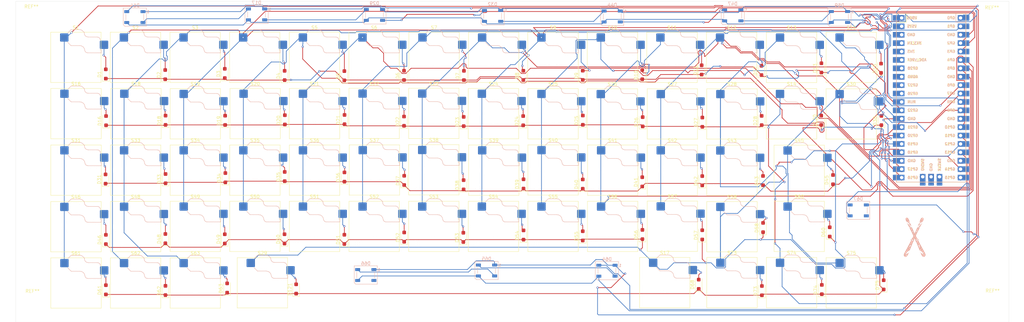
<source format=kicad_pcb>
(kicad_pcb (version 20241229) (generator "pcbnew") (generator_version "9.0")
  (layers (0 "F.Cu" signal) (2 "B.Cu" signal) (13 "F.Paste" user) (15 "B.Paste" user) (5 "F.SilkS" user "F.Silkscreen") (7 "B.SilkS" user "B.Silkscreen") (1 "F.Mask" user) (3 "B.Mask" user) (25 "Edge.Cuts" user))
  (net 0 "")
  (net 1 "row0")
  (net 2 "Net-(D1-A)")
  (net 3 "Net-(D2-A)")
  (net 4 "Net-(D3-A)")
  (net 5 "Net-(D4-A)")
  (net 6 "Net-(D5-A)")
  (net 7 "Net-(D6-A)")
  (net 8 "Net-(D7-A)")
  (net 9 "Net-(D8-A)")
  (net 10 "Net-(D9-A)")
  (net 11 "Net-(D10-A)")
  (net 12 "Net-(D11-A)")
  (net 13 "Net-(D12-A)")
  (net 14 "Net-(D13-A)")
  (net 15 "data in led")
  (net 16 "Net-(D14-DOUT)")
  (net 17 "gnd")
  (net 18 "5v")
  (net 19 "Net-(D15-A)")
  (net 20 "Net-(D16-A)")
  (net 21 "row1")
  (net 22 "Net-(D17-DOUT)")
  (net 23 "Net-(D18-A)")
  (net 24 "Net-(D19-A)")
  (net 25 "Net-(D20-A)")
  (net 26 "Net-(D21-A)")
  (net 27 "Net-(D22-A)")
  (net 28 "Net-(D23-A)")
  (net 29 "Net-(D24-A)")
  (net 30 "Net-(D25-A)")
  (net 31 "Net-(D26-A)")
  (net 32 "Net-(D27-A)")
  (net 33 "Net-(D28-A)")
  (net 34 "Net-(D29-DOUT)")
  (net 35 "Net-(D30-A)")
  (net 36 "Net-(D31-A)")
  (net 37 "row2")
  (net 38 "Net-(D32-DOUT)")
  (net 39 "Net-(D33-A)")
  (net 40 "Net-(D34-A)")
  (net 41 "Net-(D35-A)")
  (net 42 "Net-(D36-A)")
  (net 43 "Net-(D37-A)")
  (net 44 "Net-(D38-A)")
  (net 45 "Net-(D39-A)")
  (net 46 "Net-(D40-A)")
  (net 47 "Net-(D41-A)")
  (net 48 "Net-(D42-A)")
  (net 49 "Net-(D43-A)")
  (net 50 "Net-(D44-DOUT)")
  (net 51 "Net-(D45-A)")
  (net 52 "row3")
  (net 53 "Net-(D46-A)")
  (net 54 "Net-(D47-DOUT)")
  (net 55 "Net-(D48-A)")
  (net 56 "Net-(D49-A)")
  (net 57 "Net-(D50-A)")
  (net 58 "Net-(D51-A)")
  (net 59 "Net-(D52-A)")
  (net 60 "Net-(D53-A)")
  (net 61 "Net-(D54-A)")
  (net 62 "Net-(D55-A)")
  (net 63 "Net-(D56-A)")
  (net 64 "Net-(D57-A)")
  (net 65 "Net-(D58-A)")
  (net 66 "Net-(D59-DOUT)")
  (net 67 "Net-(D60-A)")
  (net 68 "row4")
  (net 69 "Net-(D61-A)")
  (net 70 "Net-(D62-A)")
  (net 71 "Net-(D63-A)")
  (net 72 "Net-(D64-DOUT)")
  (net 73 "Net-(D65-DOUT)")
  (net 74 "Net-(D66-DOUT)")
  (net 75 "Net-(D68-A)")
  (net 76 "Net-(D73-A)")
  (net 77 "Net-(D74-A)")
  (net 78 "Net-(D75-A)")
  (net 79 "col0")
  (net 80 "col1")
  (net 81 "col2")
  (net 82 "col3")
  (net 83 "col4")
  (net 84 "col5")
  (net 85 "col6")
  (net 86 "col7")
  (net 87 "col8")
  (net 88 "col9")
  (net 89 "col10")
  (net 90 "col11")
  (net 91 "col12")
  (net 92 "col14")
  (net 93 "col13")
  (net 114 "Net-(D120-A)")
  (net 115 "Net-(D121-A)")
  (footprint "PCM_Switch_Keyboard_Hotswap_Kailh:SW_Hotswap_Kailh_Choc_V1V2_1.00u" (layer "F.Cu") (at 182.5 60)
    (property "Reference" "S41")
    (property "Value" "l")
  )
  (footprint "Diode_SMD:D_SOD-123F" (layer "F.Cu") (at 263.4996 29.1846 90)
    (property "Reference" "D15")
    (property "Value" "Diode")
  )
  (footprint "Diode_SMD:D_SOD-123F" (layer "F.Cu") (at 29.4132 62.6872 90)
    (property "Reference" "D31")
    (property "Value" "Diode")
  )
  (footprint "Diode_SMD:D_SOD-123F" (layer "F.Cu") (at 208.4578 94.488 90)
    (property "Reference" "D68")
    (property "Value" "Diode")
  )
  (footprint "PCM_Switch_Keyboard_Hotswap_Kailh:SW_Hotswap_Kailh_Choc_V1V2_1.00u" (layer "F.Cu") (at 146.5 42.9)
    (property "Reference" "S24")
    (property "Value" "u")
  )
  (footprint "PCM_Switch_Keyboard_Hotswap_Kailh:SW_Hotswap_Kailh_Choc_V1V2_1.00u" (layer "F.Cu") (at 74.449 25.89)
    (property "Reference" "S4" (hide yes))
    (property "Value" "3")
  )
  (footprint "PCM_Switch_Keyboard_Hotswap_Kailh:SW_Hotswap_Kailh_Choc_V1V2_1.00u" (layer "F.Cu") (at 254.5 25.9)
    (property "Reference" "S15")
    (property "Value" "backspace")
  )
  (footprint "PCM_Switch_Keyboard_Hotswap_Kailh:SW_Hotswap_Kailh_Choc_V1V2_1.00u" (layer "F.Cu") (at 182.41 25.9)
    (property "Reference" "S10")
    (property "Value" "9")
  )
  (footprint "Diode_SMD:D_SOD-123F" (layer "F.Cu") (at 227.4062 29.845 90)
    (property "Reference" "D12")
    (property "Value" "Diode")
  )
  (footprint "PCM_Switch_Keyboard_Hotswap_Kailh:SW_Hotswap_Kailh_Choc_V1V2_1.00u" (layer "F.Cu") (at 110.5 77)
    (property "Reference" "S52")
    (property "Value" "v")
  )
  (footprint "Diode_SMD:D_SOD-123F" (layer "F.Cu") (at 137.5918 31.369 90)
    (property "Reference" "D7")
    (property "Value" "Diode")
  )
  (footprint "PCM_Switch_Keyboard_Hotswap_Kailh:SW_Hotswap_Kailh_Choc_V1V2_1.00u" (layer "F.Cu") (at 20.5 60)
    (property "Reference" "S31")
    (property "Value" "caps/layer")
  )
  (footprint "Diode_SMD:D_SOD-123F" (layer "F.Cu") (at 119.5578 63.0936 90)
    (property "Reference" "D37")
    (property "Value" "Diode")
  )
  (footprint "PCM_Switch_Keyboard_Hotswap_Kailh:SW_Hotswap_Kailh_Choc_V1V2_1.00u" (layer "F.Cu") (at 92.479 25.89)
    (property "Reference" "S5")
    (property "Value" "4")
  )
  (footprint "PCM_Switch_Keyboard_Hotswap_Kailh:SW_Hotswap_Kailh_Choc_V1V2_1.00u" (layer "F.Cu") (at 218.5 77.1)
    (property "Reference" "S58")
    (property "Value" "/")
  )
  (footprint "Diode_SMD:D_SOD-123F" (layer "F.Cu") (at 47.4218 31.115 90)
    (property "Reference" "D2")
    (property "Value" "Diode")
  )
  (footprint "Diode_SMD:D_SOD-123F" (layer "F.Cu") (at 101.4984 31.4452 90)
    (property "Reference" "D5")
    (property "Value" "Diode")
  )
  (footprint "PCM_Switch_Keyboard_Hotswap_Kailh:SW_Hotswap_Kailh_Choc_V1V2_1.00u" (layer "F.Cu") (at 182.49 77)
    (property "Reference" "S56")
    (property "Value" ",")
  )
  (footprint "PCM_Switch_Keyboard_Hotswap_Kailh:SW_Hotswap_Kailh_Choc_V1V2_1.00u" (layer "F.Cu") (at 56.5 42.95)
    (property "Reference" "S19")
    (property "Value" "w")
  )
  (footprint "Diode_SMD:D_SOD-123F" (layer "F.Cu") (at 66.1162 95.631 90)
    (property "Reference" "D63")
    (property "Value" "Diode")
  )
  (footprint "PCM_Switch_Keyboard_Hotswap_Kailh:SW_Hotswap_Kailh_Choc_V1V2_1.00u" (layer "F.Cu") (at 218.5 94)
    (property "Reference" "S73")
    (property "Value" "alt")
  )
  (footprint "PCM_Switch_Keyboard_Hotswap_Kailh:SW_Hotswap_Kailh_Choc_V1V2_1.00u" (layer "F.Cu") (at 110.5 42.85)
    (property "Reference" "S22")
    (property "Value" "t")
  )
  (footprint "PCM_Switch_Keyboard_Hotswap_Kailh:SW_Hotswap_Kailh_Choc_V1V2_1.25u" (layer "F.Cu") (at 238.8 60.05)
    (property "Reference" "S45")
    (property "Value" "enter")
  )
  (footprint "PCM_Switch_Keyboard_Hotswap_Kailh:SW_Hotswap_Kailh_Choc_V1V2_1.00u" (layer "F.Cu") (at 254.51 94.05)
    (property "Reference" "S75")
    (property "Value" "control")
  )
  (footprint "Diode_SMD:D_SOD-123F" (layer "F.Cu") (at 155.575 64.1604 90)
    (property "Reference" "D39")
    (property "Value" "Diode")
  )
  (footprint "PCM_Switch_Keyboard_Hotswap_Kailh:SW_Hotswap_Kailh_Choc_V1V2_1.00u" (layer "F.Cu") (at 56.5 60)
    (property "Reference" "S34")
    (property "Value" "s")
  )
  (footprint "Diode_SMD:D_SOD-123F" (layer "F.Cu") (at 119.507 45.1866 90)
    (property "Reference" "D22")
    (property "Value" "Diode")
  )
  (footprint "PCM_Switch_Keyboard_Hotswap_Kailh:SW_Hotswap_Kailh_Choc_V1V2_1.00u" (layer "F.Cu") (at 200.5 60)
    (property "Reference" "S42")
    (property "Value" ";")
  )
  (footprint "PCM_Switch_Keyboard_Hotswap_Kailh:SW_Hotswap_Kailh_Choc_V1V2_1.00u" (layer "F.Cu") (at 74.58 42.9)
    (property "Reference" "S20")
    (property "Value" "e")
  )
  (footprint "Diode_SMD:D_SOD-123F" (layer "F.Cu") (at 264.287 94.6658 90)
    (property "Reference" "D75")
    (property "Value" "Diode")
  )
  (footprint "Diode_SMD:D_SOD-123F" (layer "F.Cu") (at 101.5492 44.704 90)
    (property "Reference" "D21")
    (property "Value" "Diode")
  )
  (footprint "MountingHole:MountingHole_3.2mm_M3" (layer "F.Cu") (at 7.0358 14.7066)
    (property "Reference" "REF**")
    (property "Value" "MountingHole_3.2mm_M3")
  )
  (footprint "PCM_Switch_Keyboard_Hotswap_Kailh:SW_Hotswap_Kailh_Choc_V1V2_1.00u" (layer "F.Cu") (at 200.4 25.9)
    (property "Reference" "S11")
    (property "Value" "0")
  )
  (footprint "Diode_SMD:D_SOD-123F" (layer "F.Cu") (at 155.4734 45.0372 90)
    (property "Reference" "D24")
    (property "Value" "Diode")
  )
  (footprint "Diode_SMD:D_SOD-123F" (layer "F.Cu") (at 227.8634 63.1474 90)
    (property "Reference" "D43")
    (property "Value" "Diode")
  )
  (footprint "PCM_Switch_Keyboard_Hotswap_Kailh:SW_Hotswap_Kailh_Choc_V1V2_1.00u" (layer "F.Cu") (at 38.5 94.1)
    (property "Reference" "S62")
    (property "Value" "fn")
  )
  (footprint "Diode_SMD:D_SOD-123F" (layer "F.Cu") (at 248.9962 62.865 90)
    (property "Reference" "D45")
    (property "Value" "Diode")
  )
  (footprint "PCM_Switch_Keyboard_Hotswap_Kailh:SW_Hotswap_Kailh_Choc_V1V2_1.00u" (layer "F.Cu") (at 128.5 77)
    (property "Reference" "S53")
    (property "Value" "b")
  )
  (footprint "MountingHole:MountingHole_3.2mm_M3" (layer "F.Cu") (at 296.9768 14.986)
    (property "Reference" "REF**")
    (property "Value" "MountingHole_3.2mm_M3")
  )
  (footprint "Diode_SMD:D_SOD-123F" (layer "F.Cu") (at 155.5242 31.3436 90)
    (property "Reference" "D8")
    (property "Value" "Diode")
  )
  (footprint "Diode_SMD:D_SOD-123F" (layer "F.Cu") (at 209.3468 29.6956 90)
    (property "Reference" "D11")
    (property "Value" "Diode")
  )
  (footprint "Diode_SMD:D_SOD-123F" (layer "F.Cu") (at 191.4144 63.5254 90)
    (property "Reference" "D41")
    (property "Value" "Diode")
  )
  (footprint "PCM_Switch_Keyboard_Hotswap_Kailh:SW_Hotswap_Kailh_Choc_V1V2_1.00u" (layer "F.Cu") (at 20.48 77.1)
    (property "Reference" "S46")
    (property "Value" "shift")
  )
  (footprint "MountingHole:MountingHole_3.2mm_M3" (layer "F.Cu") (at 7.366 100.711)
    (property "Reference" "REF**")
    (property "Value" "MountingHole_3.2mm_M3")
  )
  (footprint "PCM_Switch_Keyboard_Hotswap_Kailh:SW_Hotswap_Kailh_Choc_V1V2_1.00u" (layer "F.Cu") (at 74.5 77)
    (property "Reference" "S50")
    (property "Value" "x")
  )
  (footprint "PCM_Switch_Keyboard_Hotswap_Kailh:SW_Hotswap_Kailh_Choc_V1V2_1.00u" (layer "F.Cu") (at 56.5 77)
    (property "Reference" "S49")
    (property "Value" "z")
  )
  (footprint "Diode_SMD:D_SOD-123F" (layer "F.Cu") (at 245.4402 44.9072 90)
    (property "Reference" "D120")
    (property "Value" "Diode")
  )
  (footprint "Diode_SMD:D_SOD-123F" (layer "F.Cu") (at 209.55 45.4914 90)
    (property "Reference" "D27")
    (property "Value" "Diode")
  )
  (footprint "Diode_SMD:D_SOD-123F" (layer "F.Cu") (at 65.5828 62.2808 90)
    (property "Reference" "D34")
    (property "Value" "Diode")
  )
  (footprint "Diode_SMD:D_SOD-123F" (layer "F.Cu") (at 263.6012 44.9834 90)
    (property "Reference" "D30")
    (property "Value" "Diode")
  )
  (footprint "Diode_SMD:D_SOD-123F" (layer "F.Cu") (at 191.5414 45.3644 90)
    (property "Reference" "D26")
    (property "Value" "Diode")
  )
  (footprint "Diode_SMD:D_SOD-123F" (layer "F.Cu") (at 29.5148 96.1644 90)
    (property "Reference" "D61")
    (property "Value" "Diode")
  )
  (footprint "Diode_SMD:D_SOD-123F" (layer "F.Cu") (at 173.4566 64.2112 90)
    (property "Reference" "D40")
    (property "Value" "Diode")
  )
  (footprint "PCM_Switch_Keyboard_Hotswap_Kailh:SW_Hotswap_Kailh_Choc_V1V2_1.00u" (layer "F.Cu") (at 128.5 59.9)
    (property "Reference" "S38")
    (property "Value" "h")
  )
  (footprint "Diode_SMD:D_SOD-123F" (layer "F.Cu") (at 119.507 31.3436 90)
    (property "Reference" "D6")
    (property "Value" "Diode")
  )
  (footprint "Diode_SMD:D_SOD-123F" (layer "F.Cu") (at 47.498 96.3676 90)
    (property "Reference" "D62")
    (property "Value" "Diode")
  )
  (footprint "Diode_SMD:D_SOD-123F" (layer "F.Cu") (at 101.5238 62.0776 90)
    (property "Reference" "D36")
    (property "Value" "Diode")
  )
  (footprint "PCM_Switch_Keyboard_Hotswap_Kailh:SW_Hotswap_Kailh_Choc_V1V2_1.00u" (layer "F.Cu") (at 218.49 60.05)
    (property "Reference" "S43")
    (property "Value" "'")
  )
  (footprint "PCM_Switch_Keyboard_Hotswap_Kailh:SW_Hotswap_Kailh_Choc_V1V2_1.00u" (layer "F.Cu") (at 110.479 25.89)
    (property "Reference" "S6")
    (property "Value" "5")
  )
  (footprint "Diode_SMD:D_SOD-123F" (layer "F.Cu") (at 83.5406 44.7802 90)
    (property "Reference" "D20")
    (property "Value" "Diode")
  )
  (footprint "Diode_SMD:D_SOD-123F" (layer "F.Cu") (at 155.575 79.6036 90)
    (property "Reference" "D54")
    (property "Value" "Diode")
  )
  (footprint "PCM_Switch_Keyboard_Hotswap_Kailh:SW_Hotswap_Kailh_Choc_V1V2_1.00u" (layer "F.Cu") (at 236.5 25.91)
    (property "Reference" "S13")
    (property "Value" "=")
  )
  (footprint "Diode_SMD:D_SOD-123F" (layer "F.Cu") (at 47.5234 62.5602 90)
    (property "Reference" "D33")
    (property "Value" "Diode")
  )
  (footprint "PCM_Switch_Keyboard_Hotswap_Kailh:SW_Hotswap_Kailh_Choc_V1V2_1.00u" (layer "F.Cu") (at 200.5 76.95)
    (property "Reference" "S57")
    (property "Value" ".")
  )
  (footprint "PCM_Switch_Keyboard_Hotswap_Kailh:SW_Hotswap_Kailh_Choc_V1V2_1.00u" (layer "F.Cu") (at 20.5 94.1)
    (property "Reference" "S61")
    (property "Value" "control")
  )
  (footprint "PCM_Switch_Keyboard_Hotswap_Kailh:SW_Hotswap_Kailh_Choc_V1V2_1.00u" (layer "F.Cu") (at 182.4 43)
    (property "Reference" "S26")
    (property "Value" "o")
  )
  (footprint "PCM_Switch_Keyboard_Hotswap_Kailh:SW_Hotswap_Kailh_Choc_V1V2_1.00u" (layer "F.Cu") (at 128.5 42.85)
    (property "Reference" "S23")
    (property "Value" "y")
  )
  (footprint "PCM_Switch_Keyboard_Hotswap_Kailh:SW_Hotswap_Kailh_Choc_V1V2_1.00u" (layer "F.Cu") (at 164.51 59.95)
    (property "Reference" "S40")
    (property "Value" "k")
  )
  (footprint "Diode_SMD:D_SOD-123F" (layer "F.Cu") (at 173.4566 79.8576 90)
    (property "Reference" "D55")
    (property "Value" "Diode")
  )
  (footprint "PCM_Switch_Keyboard_Hotswap_Kailh:SW_Hotswap_Kailh_Choc_V1V2_1.00u" (layer "F.Cu") (at 92.5 77)
    (property "Reference" "S51")
    (property "Value" "c")
  )
  (footprint "Diode_SMD:D_SOD-123F" (layer "F.Cu") (at 227.457 44.9834 90)
    (property "Reference" "D28")
    (property "Value" "Diode")
  )
  (footprint "PCM_Switch_Keyboard_Hotswap_Kailh:SW_Hotswap_Kailh_Choc_V1V2_1.25u" (layer "F.Cu") (at 238.8 77)
    (property "Reference" "S60")
    (property "Value" "shift")
  )
  (footprint "Diode_SMD:D_SOD-123F" (layer "F.Cu") (at 83.439 80.772 90)
    (property "Reference" "D50")
    (property "Value" "Diode")
  )
  (footprint "Diode_SMD:D_SOD-123F" (layer "F.Cu") (at 83.4898 61.9252 90)
    (property "Reference" "D35")
    (property "Value" "Diode")
  )
  (footprint "PCM_Switch_Keyboard_Hotswap_Kailh:SW_Hotswap_Kailh_Choc_V1V2_1.00u" (layer "F.Cu") (at 56.5 94.1)
    (property "Reference" "S63")
    (property "Value" "alt")
  )
  (footprint "Diode_SMD:D_SOD-123F" (layer "F.Cu") (at 29.4894 30.9118 90)
    (property "Reference" "D1")
    (property "Value" "Diode")
  )
  (footprint "Diode_SMD:D_SOD-123F" (layer "F.Cu") (at 47.5234 44.9102 90)
    (property "Reference" "D18")
    (property "Value" "Diode")
  )
  (footprint "Diode_SMD:D_SOD-123F" (layer "F.Cu") (at 245.618 96.0882 90)
    (property "Reference" "D74")
    (property "Value" "Diode")
  )
  (footprint "Diode_SMD:D_SOD-123F" (layer "F.Cu") (at 65.405 30.7594 90)
    (property "Reference" "D3")
    (property "Value" "Diode")
  )
  (footprint "PCM_Switch_Keyboard_Hotswap_Kailh:SW_Hotswap_Kailh_Choc_V1V2_1.00u" (layer "F.Cu") (at 38.58 42.9)
    (property "Reference" "S18")
    (property "Value" "q")
  )
  (footprint "Diode_SMD:D_SOD-123F" (layer "F.Cu") (at 245.491 29.086 90)
    (property "Reference" "D13")
    (property "Value" "Diode")
  )
  (footprint "Diode_SMD:D_SOD-123F" (layer "F.Cu") (at 137.4902 64.4144 90)
    (property "Reference" "D38")
    (property "Value" "Diode")
  )
  (footprint "PCM_Switch_Keyboard_Hotswap_Kailh:SW_Hotswap_Kailh_Choc_V1V2_1.00u" (layer "F.Cu") (at 218.5 43)
    (property "Reference" "S28")
    (property "Value" "[")
  )
  (footprint "Diode_SMD:D_SOD-123F" (layer "F.Cu") (at 83.4644 31.369 90)
    (property "Reference" "D4")
    (property "Value" "Diode")
  )
  (footprint "PCM_Switch_Keyboard_Hotswap_Kailh:SW_Hotswap_Kailh_Choc_V1V2_1.00u" (layer "F.Cu") (at 110.55 59.95)
    (property "Reference" "S37")
    (property "Value" "g")
  )
  (footprint "Diode_SMD:D_SOD-123F" (layer "F.Cu") (at 173.482 44.8818 90)
    (property "Reference" "D25")
    (property "Value" "Diode")
  )
  (footprint "Diode_SMD:D_SOD-123F" (layer "F.Cu") (at 227.8888 77.343 90)
    (property "Reference" "D58")
    (property "Value" "Diode")
  )
  (footprint "Diode_SMD:D_SOD-123F" (layer "F.Cu") (at 137.5156 45.2882 90)
    (property "Reference" "D23")
    (property "Value" "Diode")
  )
  (footprint "Diode_SMD:D_SOD-123F" (layer "F.Cu") (at 209.5246 79.5528 90)
    (property "Reference" "D57")
    (property "Value" "Diode")
  )
  (footprint "Diode_SMD:D_SOD-123F" (layer "F.Cu") (at 191.4652 79.4512 90)
    (property "Reference" "D56")
    (property "Value" "Diode")
  )
  (footprint "Diode_SMD:D_SOD-123F" (layer "F.Cu") (at 119.5578 80.2386 90)
    (property "Reference" "D52")
    (property "Value" "Diode")
  )
  (footprint "Diode_SMD:D_SOD-123F" (layer "F.Cu") (at 101.4984 80.9244 90)
    (property "Reference" "D51")
    (property "Value" "Diode")
  )
  (footprint "Diode_SMD:D_SOD-123F" (layer "F.Cu") (at 248.0056 78.6638 90)
    (property "Reference" "D60")
    (property "Value" "Diode")
  )
  (footprint "PCM_Switch_Keyboard_Hotswap_Kailh:SW_Hotswap_Kailh_Choc_V1V2_1.00u" (layer "F.Cu") (at 128.58 25.88)
    (property "Reference" "S7")
    (property "Value" "6")
  )
  (footprint "PCM_Switch_Keyboard_Hotswap_Kailh:SW_Hotswap_Kailh_Choc_V1V2_1.00u" (layer "F.Cu") (at 38.51 60)
    (property "Reference" "S33")
    (property "Value" "a")
  )
  (footprint "PCM_Switch_Keyboard_Hotswap_Kailh:SW_Hotswap_Kailh_Choc_V1V2_1.00u" (layer "F.Cu") (at 146.6 60)
    (property "Reference" "S39")
    (property "Value" "j")
  )
  (footprint "PCM_Switch_Keyboard_Hotswap_Kailh:SW_Hotswap_Kailh_Choc_V1V2_1.25u" (layer "F.Cu") (at 198.20625 94)
    (property "Reference" "S17")
    (property "Value" "space2")
  )
  (footprint "PCM_Switch_Keyboard_Hotswap_Kailh:SW_Hotswap_Kailh_Choc_V1V2_1.00u" (layer "F.Cu") (at 20.449 25.89)
    (property "Reference" "S1")
    (property "Value" "esc")
  )
  (footprint "PCM_Switch_Keyboard_Hotswap_Kailh:SW_Hotswap_Kailh_Choc_V1V2_1.00u" (layer "F.Cu") (at 254.5 43)
    (property "Reference" "S30")
    (property "Value" "\\")
  )
  (footprint "PCM_Switch_Keyboard_Hotswap_Kailh:SW_Hotswap_Kailh_Choc_V1V2_1.00u" (layer "F.Cu") (at 146.5 77)
    (property "Reference" "S54")
    (property "Value" "n")
  )
  (footprint "PCM_Switch_Keyboard_Hotswap_Kailh:SW_Hotswap_Kailh_Choc_V1V2_1.00u" (layer "F.Cu") (at 236.5 42.95)
    (property "Reference" "S14")
    (property "Value" "]")
  )
  (footprint "Diode_SMD:D_SOD-123F" (layer "F.Cu") (at 137.414 80.3148 90)
    (property "Reference" "D53")
    (property "Value" "Diode")
  )
  (footprint "PCM_Switch_Keyboard_Hotswap_Kailh:SW_Hotswap_Kailh_Choc_V1V2_1.25u" (layer "F.Cu") (at 76.74375 94.05)
    (property "Reference" "S29")
    (property "Value" "space1")
  )
  (footprint "Diode_SMD:D_SOD-123F" (layer "F.Cu") (at 209.5246 63.1952 90)
    (property "Reference" "D42")
    (property "Value" "Diode")
  )
  (footprint "Diode_SMD:D_SOD-123F" (layer "F.Cu") (at 173.4566 31.3182 90)
    (property "Reference" "D9")
    (property "Value" "Diode")
  )
  (footprint "Diode_SMD:D_SOD-123F" (layer "F.Cu") (at 191.4144 31.115 90)
    (property "Reference" "D10")
    (property "Value" "Diode")
  )
  (footprint "Diode_SMD:D_SOD-123F" (layer "F.Cu") (at 227.5332 96.4184 90)
    (property "Reference" "D73")
    (property "Value" "Diode")
  )
  (footprint "PCM_Switch_Keyboard_Hotswap_Kailh:SW_Hotswap_Kailh_Choc_V1V2_1.00u" (layer "F.Cu") (at 164.5 42.95)
    (property "Reference" "S25")
    (property "Value" "i")
  )
  (footprint "PCM_Switch_Keyboard_Hotswap_Kailh:SW_Hotswap_Kailh_Choc_V1V2_1.00u" (layer "F.Cu") (at 146.579 25.89)
    (property "Reference" "S8" (hide yes))
    (property "Value" "7")
  )
  (footprint "Diode_SMD:D_SOD-123F" (layer "F.Cu") (at 29.5148 80.9498 90)
    (property "Reference" "D46")
    (property "Value" "Diode")
  )
  (footprint "PCM_Switch_Keyboard_Hotswap_Kailh:SW_Hotswap_Kailh_Choc_V1V2_1.00u" (layer "F.Cu") (at 20.5 42.9)
    (property "Reference" "S16")
    (property "Value" "tab")
  )
  (footprint "PCM_Switch_Keyboard_Hotswap_Kailh:SW_Hotswap_Kailh_Choc_V1V2_1.00u" (layer "F.Cu") (at 38.51 77.05)
    (property "Reference" "S48")
    (property "Value" "\\")
  )
  (footprint "Diode_SMD:D_SOD-123F" (layer "F.Cu") (at 65.405 80.772 90)
    (property "Reference" "D49")
    (property "Value" "Diode")
  )
  (footprint "PCM_Switch_Keyboard_Hotswap_Kailh:SW_Hotswap_Kailh_Choc_V1V2_1.00u" (layer "F.Cu") (at 56.459 25.89)
    (property "Reference" "S3")
    (property "Value" "2")
  )
  (footprint "Diode_SMD:D_SOD-123F" (layer "F.Cu") (at 86.9442 95.9104 90)
    (property "Reference" "D121")
    (property "Value" "Diode")
  )
  (footprint "PCM_Switch_Keyboard_Hotswap_Kailh:SW_Hotswap_Kailh_Choc_V1V2_1.00u" (layer "F.Cu") (at 218.4 25.9)
    (property "Reference" "S12")
    (property "Value" "-")
  )
  (footprint "PCM_Switch_Keyboard_Hotswap_Kailh:SW_Hotswap_Kailh_Choc_V1V2_1.00u" (layer "F.Cu") (at 38.449 25.89)
    (property "Reference" "S2")
    (property "Value" "1")
  )
  (footprint "Diode_SMD:D_SOD-123F" (layer "F.Cu") (at 29.5656 45.0342 90)
    (property "Reference" "D16")
    (property "Value" "Diode")
  )
  (footprint "PCM_Switch_Keyboard_Hotswap_Kailh:SW_Hotswap_Kailh_Choc_V1V2_1.00u" (layer "F.Cu") (at 92.5 42.9)
    (property "Reference" "S21")
    (property "Value" "r")
  )
  (footprint "PCM_Switch_Keyboard_Hotswap_Kailh:SW_Hotswap_Kailh_Choc_V1V2_1.00u" (layer "F.Cu") (at 200.5 43)
    (property "Reference" "S27")
    (property "Value" "p")
  )
  (footprint "PCM_Switch_Keyboard_Hotswap_Kailh:SW_Hotswap_Kailh_Choc_V1V2_1.00u" (layer "F.Cu") (at 74.5 60)
    (property "Reference" "S35")
    (property "Value" "d")
  )
  (footprint "PCM_Switch_Keyboard_Hotswap_Kailh:SW_Hotswap_Kailh_Choc_V1V2_1.00u" (layer "F.Cu") (at 236.51 94)
    (property "Reference" "S74")
    (property "Value" "window")
  )
  (footprint "Diode_SMD:D_SOD-123F" (layer "F.Cu") (at 47.4726 80.6958 90)
    (property "Reference" "D48")
    (property "Value" "Diode")
  )
  (footprint "PCM_Switch_Keyboard_Hotswap_Kailh:SW_Hotswap_Kailh_Choc_V1V2_1.00u" (layer "F.Cu") (at 92.5 60)
    (property "Reference" "S36")
    (property "Value" "f")
  )
  (footprint "PCM_Switch_Keyboard_Hotswap_Kailh:SW_Hotswap_Kailh_Choc_V1V2_1.00u" (layer "F.Cu") (at 164.479 25.9)
    (property "Reference" "S9")
    (property "Value" "8")
  )
  (footprint "Diode_SMD:D_SOD-123F" (layer "F.Cu") (at 65.5066 44.9326 90)
    (property "Reference" "D19")
    (property "Value" "Diode")
  )
  (footprint "PCM_Switch_Keyboard_Hotswap_Kailh:SW_Hotswap_Kailh_Choc_V1V2_1.00u" (layer "F.Cu") (at 164.5 77)
    (property "Reference" "S55")
    (property "Value" "m")
  )
  (footprint "MountingHole:MountingHole_3.2mm_M3" (layer "F.Cu") (at 297.18 100.6094)
    (property "Reference" "REF**")
    (property "Value" "MountingHole_3.2mm_M3")
  )
  (footprint "LED_SMD:LED_WS2812B_PLCC4_5.0x5.0mm_P3.2mm" (layer "B.Cu") (at 38.2662 13.717 180)
    (property "Reference" "D14")
    (property "Value" "WS2812B")
  )
  (footprint "LED_SMD:LED_WS2812B_PLCC4_5.0x5.0mm_P3.2mm" (layer "B.Cu") (at 74.9946 12.9022 180)
    (property "Reference" "D17")
    (property "Value" "WS2812B")
  )
  (footprint "LED_SMD:LED_WS2812B_PLCC4_5.0x5.0mm_P3.2mm" (layer "B.Cu") (at 110.58 13.0546 180)
    (property "Reference" "D29")
    (property "Value" "WS2812B")
  )
  (footprint "LED_SMD:LED_WS2812B_PLCC4_5.0x5.0mm_P3.2mm" (layer "B.Cu") (at 182.335 13.5392 180)
    (property "Reference" "D44")
    (property "Value" "WS2812B")
  )
  (footprint "logo:skilogo" (layer "B.Cu") (at 273.6596 80.1878 180)
    (property "Reference" "G***" (hide yes))
    (property "Value" "LOGO" (hide yes))
  )
  (footprint "LED_SMD:LED_WS2812B_PLCC4_5.0x5.0mm_P3.2mm" (layer "B.Cu") (at 218.7332 13.207 180)
    (property "Reference" "D47")
    (property "Value" "WS2812B")
  )
  (footprint "LED_SMD:LED_WS2812B_PLCC4_5.0x5.0mm_P3.2mm" (layer "B.Cu") (at 180.7602 90.3976 180)
    (property "Reference" "D64")
    (property "Value" "WS2812B")
  )
  (footprint "LED_SMD:LED_WS2812B_PLCC4_5.0x5.0mm_P3.2mm" (layer "B.Cu") (at 250.9404 13.6896 180)
    (property "Reference" "D59")
    (property "Value" "WS2812B")
  )
  (footprint "ScottoKeebs_MCU:Raspberry_Pi_Pico" (layer "B.Cu") (at 278.60625 38.1 180)
    (property "Reference" "U1" (hide yes))
    (property "Value" "Raspberry_Pi_Pico" (hide yes))
  )
  (footprint "LED_SMD:LED_WS2812B_PLCC4_5.0x5.0mm_P3.2mm" (layer "B.Cu") (at 146.2416 13.3594 180)
    (property "Reference" "D32")
    (property "Value" "WS2812B")
  )
  (footprint "LED_SMD:LED_WS2812B_PLCC4_5.0x5.0mm_P3.2mm" (layer "B.Cu") (at 256.6046 72.1604 180)
    (property "Reference" "D67")
    (property "Value" "WS2812B")
  )
  (footprint "LED_SMD:LED_WS2812B_PLCC4_5.0x5.0mm_P3.2mm" (layer "B.Cu") (at 144.4128 90.3234 180)
    (property "Reference" "D65")
    (property "Value" "WS2812B")
  )
  (footprint "LED_SMD:LED_WS2812B_PLCC4_5.0x5.0mm_P3.2mm" (layer "B.Cu") (at 107.9638 91.695 180)
    (property "Reference" "D66")
    (property "Value" "WS2812B")
  )
  (gr_rect (start 2.3368 8.9154) (end 302.1076 105.918) (stroke (width 0.05)) (fill no) (layer "Edge.Cuts"))
  (segment (start 244.85 29.845) (end 237.998 29.845) (width 0.2) (layer "F.Cu") (net 1))
  (segment (start 191.4144 32.515) (end 173.6598 32.515) (width 0.2) (layer "F.Cu") (net 1))
  (segment (start 256.990861 27.895539) (end 254.762 30.1244) (width 0.2) (layer "F.Cu") (net 1))
  (segment (start 210.5914 30.8356) (end 209.6068 30.8356) (width 0.2) (layer "F.Cu") (net 1))
  (segment (start 209.3468 31.0956) (end 196.98216 31.0956) (width 0.2) (layer "F.Cu") (net 1))
  (segment (start 65.0494 32.515) (end 47.4218 32.515) (width 0.2) (layer "F.Cu") (net 1))
  (segment (start 142.50808 31.73868) (end 141.47776 32.769) (width 0.2) (layer "F.Cu") (net 1))
  (segment (start 265.5062 51.3334) (end 265.5062 52.5272) (width 0.2) (layer "F.Cu") (net 1))
  (segment (start 269.71625 62.23) (end 265.916248 58.429998) (width 0.2) (layer "F.Cu") (net 1))
  (segment (start 265.916248 55.392219) (end 265.627806 55.103777) (width 0.2) (layer "F.Cu") (net 1))
  (segment (start 247.4722 30.5562) (end 247.402 30.486) (width 0.2) (layer "F.Cu") (net 1))
  (segment (start 155.5242 32.7436) (end 154.51928 31.73868) (width 0.2) (layer "F.Cu") (net 1))
  (segment (start 137.4932 32.7436) (end 119.507 32.7436) (width 0.2) (layer "F.Cu") (net 1))
  (segment (start 196.98216 31.0956) (end 195.56276 32.515) (width 0.2) (layer "F.Cu") (net 1))
  (segment (start 47.0886 32.3118) (end 29.4894 32.3118) (width 0.2) (layer "F.Cu") (net 1))
  (segment (start 227.4062 31.245) (end 224.9372 28.776) (width 0.2) (layer "F.Cu") (net 1))
  (segment (start 83.4644 32.769) (end 66.0146 32.769) (width 0.2) (layer "F.Cu") (net 1))
  (segment (start 229.0572 31.6738) (end 227.835 31.6738) (width 0.2) (layer "F.Cu") (net 1))
  (segment (start 101.4984 32.8452) (end 98.7268 30.0736) (width 0.2) (layer "F.Cu") (net 1))
  (segment (start 263.4996 31.5214) (end 263.7028 31.7246) (width 0.2) (layer "F.Cu") (net 1))
  (segment (start 263.4996 30.5846) (end 263.4996 31.5214) (width 0.2) (layer "F.Cu") (net 1))
  (segment (start 263.4996 30.5846) (end 260.810539 27.895539) (width 0.2) (layer "F.Cu") (net 1))
  (segment (start 260.810539 27.895539) (end 256.990861 27.895539) (width 0.2) (layer "F.Cu") (net 1))
  (segment (start 247.402 30.486) (end 245.491 30.486) (width 0.2) (layer "F.Cu") (net 1))
  (segment (start 66.0146 32.769) (end 65.405 32.1594) (width 0.2) (layer "F.Cu") (net 1))
  (segment (start 265.5062 52.5272) (end 265.9126 52.9336) (width 0.2) (layer "F.Cu") (net 1))
  (segment (start 173.4566 32.7182) (end 172.971 32.2326) (width 0.2) (layer "F.Cu") (net 1))
  (segment (start 98.7268 30.0736) (end 93.9546 30.0736) (width 0.2) (layer "F.Cu") (net 1))
  (segment (start 154.51928 31.73868) (end 142.50808 31.73868) (width 0.2) (layer "F.Cu") (net 1))
  (segment (start 224.9372 28.776) (end 215.1612 28.776) (width 0.2) (layer "F.Cu") (net 1))
  (segment (start 227.835 31.6738) (end 227.4062 31.245) (width 0.2) (layer "F.Cu") (net 1))
  (segment (start 245.491 30.486) (end 244.85 29.845) (width 0.2) (layer "F.Cu") (net 1))
  (segment (start 215.1612 28.776) (end 214.9602 28.575) (width 0.2) (layer "F.Cu") (net 1))
  (segment (start 119.507 32.7436) (end 101.6 32.7436) (width 0.2) (layer "F.Cu") (net 1))
  (segment (start 195.56276 32.515) (end 191.4144 32.515) (width 0.2) (layer "F.Cu") (net 1))
  (segment (start 172.971 32.2326) (end 156.0352 32.2326) (width 0.2) (layer "F.Cu") (net 1))
  (segment (start 265.916248 58.429998) (end 265.916248 55.392219) (width 0.2) (layer "F.Cu") (net 1))
  (segment (start 141.47776 32.769) (end 137.5918 32.769) (width 0.2) (layer "F.Cu") (net 1))
  (segment (start 85.344 32.7152) (end 83.5182 32.7152) (width 0.2) (layer "F.Cu") (net 1))
  (segment (start 156.0352 32.2326) (end 155.5242 32.7436) (width 0.2) (layer "F.Cu") (net 1))
  (via (at 247.4722 30.5562) (size 0.6) (drill 0.3) (layers "F.Cu" "B.Cu") (net 1))
  (via (at 93.9546 30.0736) (size 0.6) (drill 0.3) (layers "F.Cu" "B.Cu") (net 1))
  (via (at 214.9602 28.575) (size 0.6) (drill 0.3) (layers "F.Cu" "B.Cu") (net 1))
  (via (at 229.0572 31.6738) (size 0.6) (drill 0.3) (layers "F.Cu" "B.Cu") (net 1))
  (via (at 210.5914 30.8356) (size 0.6) (drill 0.3) (layers "F.Cu" "B.Cu") (net 1))
  (via (at 254.762 30.1244) (size 0.6) (drill 0.3) (layers "F.Cu" "B.Cu") (net 1))
  (via (at 237.998 29.845) (size 0.6) (drill 0.3) (layers "F.Cu" "B.Cu") (net 1))
  (via (at 265.5062 51.3334) (size 0.6) (drill 0.3) (layers "F.Cu" "B.Cu") (net 1))
  (via (at 263.7028 31.7246) (size 0.6) (drill 0.3) (layers "F.Cu" "B.Cu") (net 1))
  (via (at 85.344 32.7152) (size 0.6) (drill 0.3) (layers "F.Cu" "B.Cu") (net 1))
  (via (at 265.627806 55.103777) (size 0.6) (drill 0.3) (layers "F.Cu" "B.Cu") (net 1))
  (via (at 265.9126 52.9336) (size 0.6) (drill 0.3) (layers "F.Cu" "B.Cu") (net 1))
  (segment (start 254.762 30.1244) (end 254.5366 29.899) (width 0.2) (layer "B.Cu") (net 1))
  (segment (start 251.0876 39.476657) (end 251.0876 43.654878) (width 0.2) (layer "B.Cu") (net 1))
  (segment (start 251.439657 39.1246) (end 251.0876 39.476657) (width 0.2) (layer "B.Cu") (net 1))
  (segment (start 265.749023 55.103777) (end 265.627806 55.103777) (width 0.2) (layer "B.Cu") (net 1))
  (segment (start 229.5944 32.211) (end 229.0572 31.6738) (width 0.2) (layer "B.Cu") (net 1))
  (segment (start 260.0488 45.876) (end 261.6558 47.483) (width 0.2) (layer "B.Cu") (net 1))
  (segment (start 248.1294 29.899) (end 247.4722 30.5562) (width 0.2) (layer "B.Cu") (net 1))
  (segment (start 255.910057 39.1246) (end 251.439657 39.1246) (width 0.2) (layer "B.Cu") (net 1))
  (segment (start 263.819639 47.483) (end 264.2004 47.863761) (width 0.2) (layer "B.Cu") (net 1))
  (segment (start 238.172 32.211) (end 229.5944 32.211) (width 0.2) (layer "B.Cu") (net 1))
  (segment (start 254.5366 29.899) (end 248.1294 29.899) (width 0.2) (layer "B.Cu") (net 1))
  (segment (start 261.6558 47.483) (end 263.819639 47.483) (width 0.2) (layer "B.Cu") (net 1))
  (segment (start 91.313 32.7152) (end 85.344 32.7152) (width 0.2) (layer "B.Cu") (net 1))
  (segment (start 238.6076 30.4546) (end 238.6076 31.7754) (width 0.2) (layer "B.Cu") (net 1))
  (segment (start 237.998 29.845) (end 238.6076 30.4546) (width 0.2) (layer "B.Cu") (net 1))
  (segment (start 214.9602 28.575) (end 212.852 28.575) (width 0.2) (layer "B.Cu") (net 1))
  (segment (start 253.308722 45.876) (end 260.0488 45.876) (width 0.2) (layer "B.Cu") (net 1))
  (segment (start 263.7028 31.7246) (end 263.310057 31.7246) (width 0.2) (layer "B.Cu") (net 1))
  (segment (start 263.310057 31.7246) (end 255.910057 39.1246) (width 0.2) (layer "B.Cu") (net 1))
  (segment (start 265.9126 52.9336) (end 265.9126 54.9402) (width 0.2) (layer "B.Cu") (net 1))
  (segment (start 251.0876 43.654878) (end 253.308722 45.876) (width 0.2) (layer "B.Cu") (net 1))
  (segment (start 93.9546 30.0736) (end 91.313 32.7152) (width 0.2) (layer "B.Cu") (net 1))
  (segment (start 264.2004 50.0276) (end 265.5062 51.3334) (width 0.2) (layer "B.Cu") (net 1))
  (segment (start 238.6076 31.7754) (end 238.172 32.211) (width 0.2) (layer "B.Cu") (net 1))
  (segment (start 264.2004 47.863761) (end 264.2004 50.0276) (width 0.2) (layer "B.Cu") (net 1))
  (segment (start 265.9126 54.9402) (end 265.749023 55.103777) (width 0.2) (layer "B.Cu") (net 1))
  (segment (start 212.852 28.575) (end 210.5914 30.8356) (width 0.2) (layer "B.Cu") (net 1))
  (segment (start 29.4894 29.5118) (end 29.4894 25.908) (width 0.2) (layer "F.Cu") (net 2))
  (segment (start 29.4894 25.908) (end 28.829 25.2476) (width 0.2) (layer "F.Cu") (net 2))
  (via (at 28.829 25.2476) (size 0.6) (drill 0.3) (layers "F.Cu" "B.Cu") (net 2))
  (segment (start 28.949 25.1276) (end 28.949 22.09) (width 0.2) (layer "B.Cu") (net 2))
  (segment (start 28.829 25.2476) (end 28.949 25.1276) (width 0.2) (layer "B.Cu") (net 2))
  (segment (start 47.3964 26.3144) (end 47.4218 26.3398) (width 0.2) (layer "F.Cu") (net 3))
  (segment (start 47.4218 26.3398) (end 47.4218 29.715) (width 0.2) (layer "F.Cu") (net 3))
  (via (at 47.3964 26.3144) (size 0.6) (drill 0.3) (layers "F.Cu" "B.Cu") (net 3))
  (segment (start 46.949 25.867) (end 47.3964 26.3144) (width 0.2) (layer "B.Cu") (net 3))
  (segment (start 46.949 22.09) (end 46.949 25.867) (width 0.2) (layer "B.Cu") (net 3))
  (segment (start 65.405 24.4094) (end 65.151 24.1554) (width 0.2) (layer "F.Cu") (net 4))
  (segment (start 65.405 29.3594) (end 65.405 24.4094) (width 0.2) (layer "F.Cu") (net 4))
  (via (at 65.151 24.1554) (size 0.6) (drill 0.3) (layers "F.Cu" "B.Cu") (net 4))
  (segment (start 64.959 23.9634) (end 64.959 22.09) (width 0.2) (layer "B.Cu") (net 4))
  (segment (start 65.151 24.1554) (end 64.959 23.9634) (width 0.2) (layer "B.Cu") (net 4))
  (segment (start 83.4644 27.559) (end 83.4644 29.969) (width 0.2) (layer "F.Cu") (net 5))
  (segment (start 83.1342 27.2288) (end 83.4644 27.559) (width 0.2) (layer "F.Cu") (net 5))
  (via (at 83.1342 27.2288) (size 0.6) (drill 0.3) (layers "F.Cu" "B.Cu") (net 5))
  (segment (start 82.949 27.0436) (end 83.1342 27.2288) (width 0.2) (layer "B.Cu") (net 5))
  (segment (start 82.949 22.09) (end 82.949 27.0436) (width 0.2) (layer "B.Cu") (net 5))
  (segment (start 101.4984 30.0452) (end 101.4984 24.8666) (width 0.2) (layer "F.Cu") (net 6))
  (segment (start 101.4984 24.8666) (end 100.8888 24.257) (width 0.2) (layer "F.Cu") (net 6))
  (via (at 100.8888 24.257) (size 0.6) (drill 0.3) (layers "F.Cu" "B.Cu") (net 6))
  (segment (start 100.979 24.1668) (end 100.979 22.09) (width 0.2) (layer "B.Cu") (net 6))
  (segment (start 100.8888 24.257) (end 100.979 24.1668) (width 0.2) (layer "B.Cu") (net 6))
  (segment (start 119.3038 27.813) (end 119.3038 27.9908) (width 0.2) (layer "F.Cu") (net 7))
  (segment (start 119.3038 27.9908) (end 119.507 28.194) (width 0.2) (layer "F.Cu") (net 7))
  (segment (start 119.507 28.194) (end 119.507 29.9436) (width 0.2) (layer "F.Cu") (net 7))
  (via (at 119.3038 27.813) (size 0.6) (drill 0.3) (layers "F.Cu" "B.Cu") (net 7))
  (segment (start 118.979 22.09) (end 118.979 27.4882) (width 0.2) (layer "B.Cu") (net 7))
  (segment (start 118.979 27.4882) (end 119.3038 27.813) (width 0.2) (layer "B.Cu") (net 7))
  (segment (start 138.1252 25.0952) (end 137.1346 24.1046) (width 0.2) (layer "F.Cu") (net 8))
  (segment (start 137.5918 29.969) (end 137.5918 28.448) (width 0.2) (layer "F.Cu") (net 8))
  (segment (start 137.5918 28.448) (end 137.5664 28.4226) (width 0.2) (layer "F.Cu") (net 8))
  (segment (start 138.1252 25.9842) (end 138.1252 25.0952) (width 0.2) (layer "F.Cu") (net 8))
  (via (at 137.1346 24.1046) (size 0.6) (drill 0.3) (layers "F.Cu" "B.Cu") (net 8))
  (via (at 137.5664 28.4226) (size 0.6) (drill 0.3) (layers "F.Cu" "B.Cu") (net 8))
  (via (at 138.1252 25.9842) (size 0.6) (drill 0.3) (layers "F.Cu" "B.Cu") (net 8))
  (segment (start 137.1346 24.1046) (end 137.08 24.05) (width 0.2) (layer "B.Cu") (net 8))
  (segment (start 137.08 24.05) (end 137.08 22.08) (width 0.2) (layer "B.Cu") (net 8))
  (segment (start 137.5664 26.543) (end 138.1252 25.9842) (width 0.2) (layer "B.Cu") (net 8))
  (segment (start 137.5664 28.4226) (end 137.5664 26.543) (width 0.2) (layer "B.Cu") (net 8))
  (segment (start 156.0068 24.1808) (end 157.099 25.273) (width 0.2) (layer "F.Cu") (net 9))
  (segment (start 156.0068 23.876) (end 156.0068 24.1808) (width 0.2) (layer "F.Cu") (net 9))
  (segment (start 155.2194 28.448) (end 155.2194 29.6388) (width 0.2) (layer "F.Cu") (net 9))
  (via (at 155.2194 28.448) (size 0.6) (drill 0.3) (layers "F.Cu" "B.Cu") (net 9))
  (via (at 157.099 25.273) (size 0.6) (drill 0.3) (layers "F.Cu" "B.Cu") (net 9))
  (via (at 156.0068 23.876) (size 0.6) (drill 0.3) (layers "F.Cu" "B.Cu") (net 9))
  (segment (start 155.2194 27.1526) (end 155.2194 28.448) (width 0.2) (layer "B.Cu") (net 9))
  (segment (start 157.099 25.273) (end 155.2194 27.1526) (width 0.2) (layer "B.Cu") (net 9))
  (segment (start 155.079 22.9482) (end 156.0068 23.876) (width 0.2) (layer "B.Cu") (net 9))
  (segment (start 175.4154 29.9182) (end 175.4886 29.845) (width 0.2) (layer "F.Cu") (net 10))
  (segment (start 173.4566 29.9182) (end 175.4154 29.9182) (width 0.2) (layer "F.Cu") (net 10))
  (via (at 175.4886 29.845) (size 0.6) (drill 0.3) (layers "F.Cu" "B.Cu") (net 10))
  (segment (start 172.979 27.3354) (end 172.979 22.1) (width 0.2) (layer "B.Cu") (net 10))
  (segment (start 175.4886 29.845) (end 172.979 27.3354) (width 0.2) (layer "B.Cu") (net 10))
  (segment (start 191.5658 27.9908) (end 191.389 27.814) (width 0.2) (layer "F.Cu") (net 11))
  (segment (start 192.8114 30.7848) (end 192.6082 30.5816) (width 0.2) (layer "F.Cu") (net 11))
  (segment (start 191.4144 30.3) (end 191.4144 29.715) (width 0.2) (layer "F.Cu") (net 11))
  (segment (start 191.696 30.5816) (end 191.4144 30.3) (width 0.2) (layer "F.Cu") (net 11))
  (segment (start 192.6082 30.5816) (end 191.696 30.5816) (width 0.2) (layer "F.Cu") (net 11))
  (segment (start 193.421 28.186) (end 193.2258 27.9908) (width 0.2) (layer "F.Cu") (net 11))
  (segment (start 193.2258 27.9908) (end 191.5658 27.9908) (width 0.2) (layer "F.Cu") (net 11))
  (via (at 193.421 28.186) (size 0.6) (drill 0.3) (layers "F.Cu" "B.Cu") (net 11))
  (via (at 192.8114 30.7848) (size 0.6) (drill 0.3) (layers "F.Cu" "B.Cu") (net 11))
  (via (at 191.389 27.814) (size 0.6) (drill 0.3) (layers "F.Cu" "B.Cu") (net 11))
  (segment (start 193.421 30.1752) (end 192.8114 30.7848) (width 0.2) (layer "B.Cu") (net 11))
  (segment (start 190.91 27.335) (end 191.389 27.814) (width 0.2) (layer "B.Cu") (net 11))
  (segment (start 190.91 22.1) (end 190.91 27.335) (width 0.2) (layer "B.Cu") (net 11))
  (segment (start 193.421 28.186) (end 193.421 30.1752) (width 0.2) (layer "B.Cu") (net 11))
  (segment (start 209.3468 28.2956) (end 209.3468 24.8666) (width 0.2) (layer "F.Cu") (net 12))
  (segment (start 209.3468 24.8666) (end 208.9658 24.4856) (width 0.2) (layer "F.Cu") (net 12))
  (via (at 208.9658 24.4856) (size 0.6) (drill 0.3) (layers "F.Cu" "B.Cu") (net 12))
  (segment (start 208.9 24.4198) (end 208.9 22.1) (width 0.2) (layer "B.Cu") (net 12))
  (segment (start 208.9658 24.4856) (end 208.9 24.4198) (width 0.2) (layer "B.Cu") (net 12))
  (segment (start 227.6348 27.305) (end 227.6348 28.2164) (width 0.2) (layer "F.Cu") (net 13))
  (via (at 227.6348 27.305) (size 0.6) (drill 0.3) (layers "F.Cu" "B.Cu") (net 13))
  (segment (start 226.9 26.5702) (end 227.6348 27.305) (width 0.2) (layer "B.Cu") (net 13))
  (segment (start 226.9 22.1) (end 226.9 26.5702) (width 0.2) (layer "B.Cu") (net 13))
  (segment (start 245.491 25.7048) (end 245.491 27.686) (width 0.2) (layer "F.Cu") (net 14))
  (segment (start 245.5418 25.654) (end 245.491 25.7048) (width 0.2) (layer "F.Cu") (net 14))
  (via (at 245.5418 25.654) (size 0.6) (drill 0.3) (layers "F.Cu" "B.Cu") (net 14))
  (segment (start 245 22.11) (end 245 25.1122) (width 0.2) (layer "B.Cu") (net 14))
  (segment (start 245 25.1122) (end 245.5418 25.654) (width 0.2) (layer "B.Cu") (net 14))
  (segment (start 215.471324 10.634) (end 213.481829 10.634) (width 0.2) (layer "F.Cu") (net 15))
  (segment (start 215.759325 10.922) (end 215.471324 10.634) (width 0.2) (layer "F.Cu") (net 15))
  (segment (start 265.6078 10.922) (end 215.759325 10.922) (width 0.2) (layer "F.Cu") (net 15))
  (segment (start 213.481829 10.634) (end 213.193829 10.922) (width 0.2) (layer "F.Cu") (net 15))
  (segment (start 213.193829 10.922) (end 139.9944 10.922) (width 0.2) (layer "F.Cu") (net 15))
  (segment (start 265.8364 11.1506) (end 265.6078 10.922) (width 0.2) (layer "F.Cu") (net 15))
  (segment (start 263.2964 14.8082) (end 264.7188 16.2306) (width 0.2) (layer "F.Cu") (net 15))
  (segment (start 265.3538 37.54755) (end 269.71625 41.91) (width 0.2) (layer "F.Cu") (net 15))
  (segment (start 265.3538 21.9202) (end 265.3538 37.54755) (width 0.2) (layer "F.Cu") (net 15))
  (segment (start 139.9944 10.922) (end 139.8016 11.1148) (width 0.2) (layer "F.Cu") (net 15))
  (segment (start 263.2964 12.9032) (end 263.2964 14.8082) (width 0.2) (layer "F.Cu") (net 15))
  (via (at 265.3538 21.9202) (size 0.6) (drill 0.3) (layers "F.Cu" "B.Cu") (net 15))
  (via (at 265.8364 11.1506) (size 0.6) (drill 0.3) (layers "F.Cu" "B.Cu") (net 15))
  (via (at 139.8016 11.1148) (size 0.6) (drill 0.3) (layers "F.Cu" "B.Cu") (net 15))
  (via (at 263.2964 12.9032) (size 0.6) (drill 0.3) (layers "F.Cu" "B.Cu") (net 15))
  (via (at 264.7188 16.2306) (size 0.6) (drill 0.3) (layers "F.Cu" "B.Cu") (net 15))
  (segment (start 264.0838 12.9032) (end 263.2964 12.9032) (width 0.2) (layer "B.Cu") (net 15))
  (segment (start 264.7188 21.2852) (end 265.3538 21.9202) (width 0.2) (layer "B.Cu") (net 15))
  (segment (start 107.100062 10.2934) (end 107.139863 10.2536) (width 0.2) (layer "B.Cu") (net 15))
  (segment (start 71.554463 10.1012) (end 76.859286 10.1012) (width 0.2) (layer "B.Cu") (net 15))
  (segment (start 71.362262 10.2934) (end 71.554463 10.1012) (width 0.2) (layer "B.Cu") (net 15))
  (segment (start 76.859286 10.1012) (end 77.051485 10.2934) (width 0.2) (layer "B.Cu") (net 15))
  (segment (start 264.7188 16.2306) (end 264.7188 21.2852) (width 0.2) (layer "B.Cu") (net 15))
  (segment (start 77.051485 10.2934) (end 107.100062 10.2934) (width 0.2) (layer "B.Cu") (net 15))
  (segment (start 265.8364 11.1506) (end 264.0838 12.9032) (width 0.2) (layer "B.Cu") (net 15))
  (segment (start 107.139863 10.2536) (end 112.444686 10.2536) (width 0.2) (layer "B.Cu") (net 15))
  (segment (start 113.854452 10.6536) (end 114.081 10.880148) (width 0.2) (layer "B.Cu") (net 15))
  (segment (start 114.081 10.880148) (end 114.081 10.922) (width 0.2) (layer "B.Cu") (net 15))
  (segment (start 112.844686 10.6536) (end 113.854452 10.6536) (width 0.2) (layer "B.Cu") (net 15))
  (segment (start 35.9432 12.067) (end 37.7168 10.2934) (width 0.2) (layer "B.Cu") (net 15))
  (segment (start 37.7168 10.2934) (end 71.362262 10.2934) (width 0.2) (layer "B.Cu") (net 15))
  (segment (start 114.081 10.922) (end 139.6088 10.922) (width 0.2) (layer "B.Cu") (net 15))
  (segment (start 139.6088 10.922) (end 139.8016 11.1148) (width 0.2) (layer "B.Cu") (net 15))
  (segment (start 112.444686 10.2536) (end 112.844686 10.6536) (width 0.2) (layer "B.Cu") (net 15))
  (segment (start 41.8782 14.205) (end 69.5918 14.205) (width 0.2) (layer "B.Cu") (net 16))
  (segment (start 40.7162 15.367) (end 41.8782 14.205) (width 0.2) (layer "B.Cu") (net 16))
  (segment (start 69.5918 14.205) (end 72.5446 11.2522) (width 0.2) (layer "B.Cu") (net 16))
  (segment (start 259.08 14.7828) (end 259.588 15.2908) (width 0.2) (layer "F.Cu") (net 17))
  (segment (start 265.530609 50.389752) (end 264.8562 51.064161) (width 0.2) (layer "F.Cu") (net 17))
  (segment (start 262.96503 17.437) (end 265.304172 17.437) (width 0.2) (layer "F.Cu") (net 17))
  (segment (start 265.304172 17.437) (end 266.012253 16.728919) (width 0.2) (layer "F.Cu") (net 17))
  (segment (start 264.2108 44.831) (end 264.5918 44.45) (width 0.2) (layer "F.Cu") (net 17))
  (segment (start 264.8458 52.780469) (end 264.971728 52.906397) (width 0.2) (layer "F.Cu") (net 17))
  (segment (start 266.012253 16.728919) (end 266.012253 16.354694) (width 0.2) (layer "F.Cu") (net 17))
  (segment (start 258.0386 14.7828) (end 259.08 14.7828) (width 0.2) (layer "F.Cu") (net 17))
  (segment (start 260.604 16.3068) (end 261.83483 16.3068) (width 0.2) (layer "F.Cu") (net 17))
  (segment (start 266.454687 50.389752) (end 265.530609 50.389752) (width 0.2) (layer "F.Cu") (net 17))
  (segment (start 261.83483 16.3068) (end 262.96503 17.437) (width 0.2) (layer "F.Cu") (net 17))
  (segment (start 264.8562 51.602639) (end 264.8458 51.613039) (width 0.2) (layer "F.Cu") (net 17))
  (segment (start 264.7188 54.737) (end 264.7188 56.778136) (width 0.2) (layer "F.Cu") (net 17))
  (segment (start 264.8458 51.613039) (end 264.8458 52.780469) (width 0.2) (layer "F.Cu") (net 17))
  (segment (start 264.8562 51.064161) (end 264.8562 51.602639) (width 0.2) (layer "F.Cu") (net 17))
  (segment (start 264.7188 56.778136) (end 265.054864 57.1142) (width 0.2) (layer "F.Cu") (net 17))
  (segment (start 264.5918 44.45) (end 269.71625 44.45) (width 0.2) (layer "F.Cu") (net 17))
  (via (at 259.588 15.2908) (size 0.6) (drill 0.3) (layers "F.Cu" "B.Cu") (net 17))
  (via (at 264.7188 54.737) (size 0.6) (drill 0.3) (layers "F.Cu" "B.Cu") (net 17))
  (via (at 266.012253 16.354694) (size 0.6) (drill 0.3) (layers "F.Cu" "B.Cu") (net 17))
  (via (at 265.054864 57.1142) (size 0.6) (drill 0.3) (layers "F.Cu" "B.Cu") (net 17))
  (via (at 260.604 16.3068) (size 0.6) (drill 0.3) (layers "F.Cu" "B.Cu") (net 17))
  (via (at 264.971728 52.906397) (size 0.6) (drill 0.3) (layers "F.Cu" "B.Cu") (net 17))
  (via (at 264.2108 44.831) (size 0.6) (drill 0.3) (layers "F.Cu" "B.Cu") (net 17))
  (via (at 258.0386 14.7828) (size 0.6) (drill 0.3) (layers "F.Cu" "B.Cu") (net 17))
  (via (at 266.454687 50.389752) (size 0.6) (drill 0.3) (layers "F.Cu" "B.Cu") (net 17))
  (segment (start 264.2108 44.831) (end 265.6078 46.228) (width 0.2) (layer "B.Cu") (net 17))
  (segment (start 268.15425 44.45) (end 264.576 40.87175) (width 0.2) (layer "B.Cu") (net 17))
  (segment (start 142.7332 13.951) (end 108.8836 13.951) (width 0.2) (layer "B.Cu") (net 17))
  (segment (start 290.0612 88.1277) (end 290.0612 64.2819) (width 0.2) (layer "B.Cu") (net 17))
  (segment (start 187.4891 102.509) (end 275.6799 102.509) (width 0.2) (layer "B.Cu") (net 17))
  (segment (start 179.3138 15.7604) (end 144.5426 15.7604) (width 0.2) (layer "B.Cu") (net 17))
  (segment (start 178.3102 93.3301) (end 187.4891 102.509) (width 0.2) (layer "B.Cu") (net 17))
  (segment (start 73.2956 15.3032) (end 72.5446 14.5522) (width 0.2) (layer "B.Cu") (net 17))
  (segment (start 264.576 23.617239) (end 266.0078 22.185439) (width 0.2) (layer "B.Cu") (net 17))
  (segment (start 141.9628 91.9734) (end 144.1726 94.1832) (width 0.2) (layer "B.Cu") (net 17))
  (segment (start 107.5314 15.3032) (end 73.2956 15.3032) (width 0.2) (layer "B.Cu") (net 17))
  (segment (start 105.5138 93.345) (end 106.8854 91.9734) (width 0.2) (layer "B.Cu") (net 17))
  (segment (start 36.5672 16.118) (end 35.8162 15.367) (width 0.2) (layer "B.Cu") (net 17))
  (segment (start 264.0538 36.906775) (end 264.576 36.384575) (width 0.2) (layer "B.Cu") (net 17))
  (segment (start 256.617748 66.4718) (end 265.3538 66.4718) (width 0.2) (layer "B.Cu") (net 17))
  (segment (start 265.3538 66.4718) (end 265.3538 56.953686) (width 0.2) (layer "B.Cu") (net 17))
  (segment (start 265.2458 18.655714) (end 265.2458 17.02033) (width 0.2) (layer "B.Cu") (net 17))
  (segment (start 259.588 15.2908) (end 260.604 16.3068) (width 0.2) (layer "B.Cu") (net 17))
  (segment (start 108.8836 13.951) (end 108.13 14.7046) (width 0.2) (layer "B.Cu") (net 17))
  (segment (start 144.1726 94.1832) (end 176.1746 94.1832) (width 0.2) (layer "B.Cu") (net 17))
  (segment (start 108.13 14.7046) (end 107.5314 15.3032) (width 0.2) (layer "B.Cu") (net 17))
  (segment (start 106.8854 91.9734) (end 141.9628 91.9734) (width 0.2) (layer "B.Cu") (net 17))
  (segment (start 248.0404 15.7896) (end 217.2158 15.7896) (width 0.2) (layer "B.Cu") (net 17))
  (segment (start 265.054864 57.008303) (end 265.054864 57.1142) (width 0.2) (layer "B.Cu") (net 17))
  (segment (start 264.576 37.96484) (end 264.0538 37.44264) (width 0.2) (layer "B.Cu") (net 17))
  (segment (start 176.1746 94.1832) (end 178.3102 92.0476) (width 0.2) (layer "B.Cu") (net 17))
  (segment (start 265.198967 56.8642) (end 265.054864 57.008303) (width 0.2) (layer "B.Cu") (net 17))
  (segment (start 265.6078 49.542865) (end 266.454687 50.389752) (width 0.2) (layer "B.Cu") (net 17))
  (segment (start 257.8444 14.5886) (end 258.0386 14.7828) (width 0.2) (layer "B.Cu") (net 17))
  (segment (start 144.5426 15.7604) (end 143.7916 15.0094) (width 0.2) (layer "B.Cu") (net 17))
  (segment (start 72.5446 14.5522) (end 70.9788 16.118) (width 0.2) (layer "B.Cu") (net 17))
  (segment (start 265.3538 56.953686) (end 265.264314 56.8642) (width 0.2) (layer "B.Cu") (net 17))
  (segment (start 265.2458 17.02033) (end 265.911436 16.354694) (width 0.2) (layer "B.Cu") (net 17))
  (segment (start 215.833201 14.407001) (end 180.667199 14.407001) (width 0.2) (layer "B.Cu") (net 17))
  (segment (start 286.6693 66.4718) (end 265.3538 66.4718) (width 0.2) (layer "B.Cu") (net 17))
  (segment (start 265.264314 56.8642) (end 265.198967 56.8642) (width 0.2) (layer "B.Cu") (net 17))
  (segment (start 266.0078 19.417714) (end 265.2458 18.655714) (width 0.2) (layer "B.Cu") (net 17))
  (segment (start 70.9788 16.118) (end 36.5672 16.118) (width 0.2) (layer "B.Cu") (net 17))
  (segment (start 217.2158 15.7896) (end 216.2832 14.857) (width 0.2) (layer "B.Cu") (net 17))
  (segment (start 216.2832 14.857) (end 215.833201 14.407001) (width 0.2) (layer "B.Cu") (net 17))
  (segment (start 253.1036 72.7594) (end 253.1036 69.985948) (width 0.2) (layer "B.Cu") (net 17))
  (segment (start 178.3102 92.0476) (end 178.3102 93.3301) (width 0.2) (layer "B.Cu") (net 17))
  (segment (start 265.911436 16.354694) (end 266.012253 16.354694) (width 0.2) (layer "B.Cu") (net 17))
  (segment (start 254.1546 73.8104) (end 253.1036 72.7594) (width 0.2) (layer "B.Cu") (net 17))
  (segment (start 249.2414 14.5886) (end 257.8444 14.5886) (width 0.2) (layer "B.Cu") (net 17))
  (segment (start 180.667199 14.407001) (end 179.885 15.1892) (width 0.2) (layer "B.Cu") (net 17))
  (segment (start 289.709143 63.929843) (end 289.211257 63.929843) (width 0.2) (layer "B.Cu") (net 17))
  (segment (start 266.0078 22.185439) (end 266.0078 19.417714) (width 0.2) (layer "B.Cu") (net 17))
  (segment (start 275.6799 102.509) (end 290.0612 88.1277) (width 0.2) (layer "B.Cu") (net 17))
  (segment (start 264.576 40.87175) (end 264.576 37.96484) (width 0.2) (layer "B.Cu") (net 17))
  (segment (start 289.211257 63.929843) (end 286.6693 66.4718) (width 0.2) (layer "B.Cu") (net 17))
  (segment (start 264.7188 54.737) (end 264.7188 53.159325) (width 0.2) (layer "B.Cu") (net 17))
  (segment (start 248.4904 15.3396) (end 248.0404 15.7896) (width 0.2) (layer "B.Cu") (net 17))
  (segment (start 264.0538 37.44264) (end 264.0538 36.906775) (width 0.2) (layer "B.Cu") (net 17))
  (segment (start 264.576 36.384575) (end 264.576 23.617239) (width 0.2) (layer "B.Cu") (net 17))
  (segment (start 143.7916 15.0094) (end 142.7332 13.951) (width 0.2) (layer "B.Cu") (net 17))
  (segment (start 179.885 15.1892) (end 179.3138 15.7604) (width 0.2) (layer "B.Cu") (net 17))
  (segment (start 290.0612 64.2819) (end 289.709143 63.929843) (width 0.2) (layer "B.Cu") (net 17))
  (segment (start 264.7188 53.159325) (end 264.971728 52.906397) (width 0.2) (layer "B.Cu") (net 17))
  (segment (start 248.4904 15.3396) (end 249.2414 14.5886) (width 0.2) (layer "B.Cu") (net 17))
  (segment (start 253.1036 69.985948) (end 256.617748 66.4718) (width 0.2) (layer "B.Cu") (net 17))
  (segment (start 265.6078 46.228) (end 265.6078 49.542865) (width 0.2) (layer "B.Cu") (net 17))
  (segment (start 292.875543 80.2114) (end 292.875543 11.653257) (width 0.2) (layer "F.Cu") (net 18))
  (segment (start 290.7792 78.6384) (end 291.465 79.3242) (width 0.2) (layer "F.Cu") (net 18))
  (segment (start 269.71625 13.97) (end 268.617213 15.069037) (width 0.2) (layer "F.Cu") (net 18))
  (segment (start 292.875543 11.653257) (end 292.220486 10.9982) (width 0.2) (layer "F.Cu") (net 18))
  (segment (start 269.353343 103.7336) (end 292.875543 80.2114) (width 0.2) (layer "F.Cu") (net 18))
  (segment (start 257.302 13.0556) (end 260.7056 13.0556) (width 0.2) (layer "F.Cu") (net 18))
  (segment (start 265.161894 15.069037) (end 265.024479 14.931622) (width 0.2) (layer "F.Cu") (net 18))
  (segment (start 182.0164 95.504) (end 177.927 95.504) (width 0.2) (layer "F.Cu") (net 18))
  (segment (start 288.3916 78.6384) (end 290.7792 78.6384) (width 0.2) (layer "F.Cu") (net 18))
  (segment (start 260.7056 13.0556) (end 261.9502 14.3002) (width 0.2) (layer "F.Cu") (net 18))
  (segment (start 292.220486 10.9982) (end 269.3566 10.9982) (width 0.2) (layer "F.Cu") (net 18))
  (segment (start 186.2582 91.2622) (end 182.0164 95.504) (width 0.2) (layer "F.Cu") (net 18))
  (segment (start 267.589 103.7336) (end 269.353343 103.7336) (width 0.2) (layer "F.Cu") (net 18))
  (segment (start 269.3566 10.9982) (end 269.24 11.1148) (width 0.2) (layer "F.Cu") (net 18))
  (segment (start 268.617213 15.069037) (end 265.161894 15.069037) (width 0.2) (layer "F.Cu") (net 18))
  (via (at 267.589 103.7336) (size 0.6) (drill 0.3) (layers "F.Cu" "B.Cu") (net 18))
  (via (at 257.302 13.0556) (size 0.6) (drill 0.3) (layers "F.Cu" "B.Cu") (net 18))
  (via (at 291.465 79.3242) (size 0.6) (drill 0.3) (layers "F.Cu" "B.Cu") (net 18))
  (via (at 265.024479 14.931622) (size 0.6) (drill 0.3) (layers "F.Cu" "B.Cu") (net 18))
  (via (at 177.927 95.504) (size 0.6) (drill 0.3) (layers "F.Cu" "B.Cu") (net 18))
  (via (at 288.3916 78.6384) (size 0.6) (drill 0.3) (layers "F.Cu" "B.Cu") (net 18))
  (via (at 261.9502 14.3002) (size 0.6) (drill 0.3) (layers "F.Cu" "B.Cu") (net 18))
  (via (at 269.24 11.1148) (size 0.6) (drill 0.3) (layers "F.Cu" "B.Cu") (net 18))
  (via (at 292.875543 80.2114) (size 0.6) (drill 0.3) (layers "F.Cu" "B.Cu") (net 18))
  (via (at 186.2582 91.2622) (size 0.6) (drill 0.3) (layers "F.Cu" "B.Cu") (net 18))
  (segment (start 112.279 10.6536) (end 113.03 11.4046) (width 0.2) (layer "B.Cu") (net 18))
  (segment (start 280.2636 70.5104) (end 288.3916 78.6384) (width 0.2) (layer "B.Cu") (net 18))
  (segment (start 76.6936 10.5012) (end 77.4446 11.2522) (width 0.2) (layer "B.Cu") (net 18))
  (segment (start 179.3494 87.0204) (end 181.0766 88.7476) (width 0.2) (layer "B.Cu") (net 18))
  (segment (start 269.1234 11.1148) (end 269.24 11.1148) (width 0.2) (layer "B.Cu") (net 18))
  (segment (start 183.2102 88.7476) (end 185.7248 91.2622) (width 0.2) (layer "B.Cu") (net 18))
  (segment (start 177.927 103.4796) (end 178.181 103.7336) (width 0.2) (layer "B.Cu") (net 18))
  (segment (start 291.988343 79.3242) (end 292.875543 80.2114) (width 0.2) (layer "B.Cu") (net 18))
  (segment (start 184.785 11.8892) (end 185.234999 12.339199) (width 0.2) (layer "B.Cu") (net 18))
  (segment (start 262.0032 14.3532) (end 264.446057 14.3532) (width 0.2) (layer "B.Cu") (net 18))
  (segment (start 269.71625 13.97) (end 268.16685 12.4206) (width 0.2) (layer "B.Cu") (net 18))
  (segment (start 177.419 87.0204) (end 179.3494 87.0204) (width 0.2) (layer "B.Cu") (net 18))
  (segment (start 184.034 11.1382) (end 184.785 11.8892) (width 0.2) (layer "B.Cu") (net 18))
  (segment (start 141.773948 12.1516) (end 142.967148 10.9584) (width 0.2) (layer "B.Cu") (net 18))
  (segment (start 185.234999 12.339199) (end 220.401001 12.339199) (width 0.2) (layer "B.Cu") (net 18))
  (segment (start 268.16685 12.4206) (end 268.16685 12.07135) (width 0.2) (layer "B.Cu") (net 18))
  (segment (start 261.9502 14.3002) (end 262.0032 14.3532) (width 0.2) (layer "B.Cu") (net 18))
  (segment (start 253.3904 12.0396) (end 255.3696 12.0396) (width 0.2) (layer "B.Cu") (net 18))
  (segment (start 146.8628 87.7824) (end 146.4818 87.4014) (width 0.2) (layer "B.Cu") (net 18))
  (segment (start 107.305548 10.6536) (end 112.279 10.6536) (width 0.2) (layer "B.Cu") (net 18))
  (segment (start 141.2748 87.4014) (end 138.6312 90.045) (width 0.2) (layer "B.Cu") (net 18))
  (segment (start 222.1906 10.5496) (end 251.9004 10.5496) (width 0.2) (layer "B.Cu") (net 18))
  (segment (start 113.777 12.1516) (end 141.773948 12.1516) (width 0.2) (layer "B.Cu") (net 18))
  (segment (start 149.2628 11.1382) (end 184.034 11.1382) (width 0.2) (layer "B.Cu") (net 18))
  (segment (start 146.4818 87.4014) (end 141.2748 87.4014) (width 0.2) (layer "B.Cu") (net 18))
  (segment (start 264.446057 14.3532) (end 265.024479 14.931622) (width 0.2) (layer "B.Cu") (net 18))
  (segment (start 185.7248 91.2622) (end 186.2582 91.2622) (width 0.2) (layer "B.Cu") (net 18))
  (segment (start 255.3696 12.0396) (end 256.8438 13.5138) (width 0.2) (layer "B.Cu") (net 18))
  (segment (start 146.8628 88.6734) (end 175.766 88.6734) (width 0.2) (layer "B.Cu") (net 18))
  (segment (start 256.8438 13.5138) (end 257.302 13.0556) (width 0.2) (layer "B.Cu") (net 18))
  (segment (start 147.9406 10.9584) (end 148.6916 11.7094) (width 0.2) (layer "B.Cu") (net 18))
  (segment (start 40.7162 12.067) (end 70.154348 12.067) (width 0.2) (layer "B.Cu") (net 18))
  (segment (start 177.927 95.504) (end 177.927 103.4796) (width 0.2) (layer "B.Cu") (net 18))
  (segment (start 138.6312 90.045) (end 110.4138 90.045) (width 0.2) (layer "B.Cu") (net 18))
  (segment (start 291.465 79.3242) (end 291.988343 79.3242) (width 0.2) (layer "B.Cu") (net 18))
  (segment (start 220.401001 12.339199) (end 221.1832 11.557) (width 0.2) (layer "B.Cu") (net 18))
  (segment (start 221.1832 11.557) (end 222.1906 10.5496) (width 0.2) (layer "B.Cu") (net 18))
  (segment (start 259.0546 70.5104) (end 280.2636 70.5104) (width 0.2) (layer "B.Cu") (net 18))
  (segment (start 268.16685 12.07135) (end 269.1234 11.1148) (width 0.2) (layer "B.Cu") (net 18))
  (segment (start 77.4446 11.2522) (end 106.706948 11.2522) (width 0.2) (layer "B.Cu") (net 18))
  (segment (start 70.154348 12.067) (end 71.720148 10.5012) (width 0.2) (layer "B.Cu") (net 18))
  (segment (start 113.03 11.4046) (end 113.777 12.1516) (width 0.2) (layer "B.Cu") (net 18))
  (segment (start 71.720148 10.5012) (end 76.6936 10.5012) (width 0.2) (layer "B.Cu") (net 18))
  (segment (start 142.967148 10.9584) (end 147.9406 10.9584) (width 0.2) (layer "B.Cu") (net 18))
  (segment (start 251.9004 10.5496) (end 253.3904 12.0396) (width 0.2) (layer "B.Cu") (net 18))
  (segment (start 148.6916 11.7094) (end 149.2628 11.1382) (width 0.2) (layer "B.Cu") (net 18))
  (segment (start 146.8628 88.6734) (end 146.8628 87.7824) (width 0.2) (layer "B.Cu") (net 18))
  (segment (start 106.706948 11.2522) (end 107.305548 10.6536) (width 0.2) (layer "B.Cu") (net 18))
  (segment (start 178.181 103.7336) (end 267.589 103.7336) (width 0.2) (layer "B.Cu") (net 18))
  (segment (start 181.0766 88.7476) (end 183.2102 88.7476) (width 0.2) (layer "B.Cu") (net 18))
  (segment (start 175.766 88.6734) (end 177.419 87.0204) (width 0.2) (layer "B.Cu") (net 18))
  (segment (start 263.4996 27.7846) (end 263.4996 24.7904) (width 0.2) (layer "F.Cu") (net 19))
  (segment (start 263.4996 24.7904) (end 263.144 24.4348) (width 0.2) (layer "F.Cu") (net 19))
  (via (at 263.144 24.4348) (size 0.6) (drill 0.3) (layers "F.Cu" "B.Cu") (net 19))
  (segment (start 263.144 24.4348) (end 263 24.2908) (width 0.2) (layer "B.Cu") (net 19))
  (segment (start 263 24.2908) (end 263 22.1) (width 0.2) (layer "B.Cu") (net 19))
  (segment (start 29.5656 41.7576) (end 29.3878 41.5798) (width 0.2) (layer "F.Cu") (net 20))
  (segment (start 29.5656 43.6342) (end 29.5656 41.7576) (width 0.2) (layer "F.Cu") (net 20))
  (via (at 29.3878 41.5798) (size 0.6) (drill 0.3) (layers "F.Cu" "B.Cu") (net 20))
  (segment (start 29 41.192) (end 29 39.1) (width 0.2) (layer "B.Cu") (net 20))
  (segment (start 29.3878 41.5798) (end 29 41.192) (width 0.2) (layer "B.Cu") (net 20))
  (segment (start 245.4402 47.7012) (end 245.618 47.879) (width 0.2) (layer "F.Cu") (net 21))
  (segment (start 263.7028 54.8132) (end 263.7536 54.7624) (width 0.2) (layer "F.Cu") (net 21))
  (segment (start 263.6012 46.3834) (end 261.7948 46.3834) (width 0.2) (layer "F.Cu") (net 21))
  (segment (start 119.6878 46.6882) (end 137.5156 46.6882) (width 0.2) (layer "F.Cu") (net 21))
  (segment (start 101.6792 46.104) (end 102.1618 46.5866) (width 0.2) (layer "F.Cu") (net 21))
  (segment (start 83.5406 46.1802) (end 101.473 46.1802) (width 0.2) (layer "F.Cu") (net 21))
  (segment (start 191.5414 46.7644) (end 209.423 46.7644) (width 0.2) (layer "F.Cu") (net 21))
  (segment (start 264.0838 50.7746) (end 263.4234 50.1142) (width 0.2) (layer "F.Cu") (net 21))
  (segment (start 137.5156 46.6882) (end 155.2224 46.6882) (width 0.2) (layer "F.Cu") (net 21))
  (segment (start 264.0838 51.5112) (end 264.0838 50.7746) (width 0.2) (layer "F.Cu") (net 21))
  (segment (start 191.0588 46.2818) (end 191.5414 46.7644) (width 0.2) (layer "F.Cu") (net 21))
  (segment (start 267.17625 57.15) (end 266.566248 57.15) (width 0.2) (layer "F.Cu") (net 21))
  (segment (start 226.949 46.8914) (end 227.457 46.3834) (width 0.2) (layer "F.Cu") (net 21))
  (segment (start 47.5234 46.3102) (end 65.4842 46.3102) (width 0.2) (layer "F.Cu") (net 21))
  (segment (start 173.482 46.2818) (end 191.0588 46.2818) (width 0.2) (layer "F.Cu") (net 21))
  (segment (start 263.7028 56.4642) (end 263.7028 54.8132) (width 0.2) (layer "F.Cu") (net 21))
  (segment (start 261.7948 46.3834) (end 260.71588 47.46232) (width 0.2) (layer "F.Cu") (net 21))
  (segment (start 29.5656 46.4342) (end 47.3994 46.4342) (width 0.2) (layer "F.Cu") (net 21))
  (segment (start 227.457 46.3834) (end 245.364 46.3834) (width 0.2) (layer "F.Cu") (net 21))
  (segment (start 102.1618 46.5866) (end 119.507 46.5866) (width 0.2) (layer "F.Cu") (net 21))
  (segment (start 269.71625 59.69) (end 267.17625 57.15) (width 0.2) (layer "F.Cu") (net 21))
  (segment (start 209.55 46.8914) (end 226.949 46.8914) (width 0.2) (layer "F.Cu") (net 21))
  (segment (start 155.4734 46.4372) (end 173.3266 46.4372) (width 0.2) (layer "F.Cu") (net 21))
  (segment (start 245.4402 46.3072) (end 245.4402 47.7012) (width 0.2) (layer "F.Cu") (net 21))
  (segment (start 65.5066 46.3326) (end 83.3882 46.3326) (width 0.2) (layer "F.Cu") (net 21))
  (segment (start 263.5504 48.133) (end 263.5504 46.4342) (width 0.2) (layer "F.Cu") (net 21))
  (via (at 245.618 47.879) (size 0.6) (drill 0.3) (layers "F.Cu" "B.Cu") (net 21))
  (via (at 263.5504 48.133) (size 0.6) (drill 0.3) (layers "F.Cu" "B.Cu") (net 21))
  (via (at 263.7536 54.7624) (size 0.6) (drill 0.3) (layers "F.Cu" "B.Cu") (net 21))
  (via (at 263.7028 56.4642) (size 0.6) (drill 0.3) (layers "F.Cu" "B.Cu") (net 21))
  (via (at 264.0838 51.5112) (size 0.6) (drill 0.3) (layers "F.Cu" "B.Cu") (net 21))
  (via (at 266.566248 57.15) (size 0.6) (drill 0.3) (layers "F.Cu" "B.Cu") (net 21))
  (via (at 263.4234 50.1142) (size 0.6) (drill 0.3) (layers "F.Cu" "B.Cu") (net 21))
  (via (at 260.71588 47.46232) (size 0.6) (drill 0.3) (layers "F.Cu" "B.Cu") (net 21))
  (segment (start 264.0838 54.4322) (end 264.0838 51.5112) (width 0.2) (layer "B.Cu") (net 21))
  (segment (start 260.86828 47.30992) (end 260.71588 47.46232) (width 0.2) (layer "B.Cu") (net 21))
  (segment (start 260.86828 47.261166) (end 260.86828 47.30992) (width 0.2) (layer "B.Cu") (net 21))
  (segment (start 260.606114 46.999) (end 260.86828 47.261166) (width 0.2) (layer "B.Cu") (net 21))
  (segment (start 246.498 46.999) (end 260.606114 46.999) (width 0.2) (layer "B.Cu") (net 21))
  (segment (start 263.4234 50.1142) (end 263.4234 48.26) (width 0.2) (layer "B.Cu") (net 21))
  (segment (start 263.7536 54.7624) (end 264.0838 54.4322) (width 0.2) (layer "B.Cu") (net 21))
  (segment (start 245.618 47.879) (end 246.498 46.999) (width 0.2) (layer "B.Cu") (net 21))
  (segment (start 263.4234 48.26) (end 263.5504 48.133) (width 0.2) (layer "B.Cu") (net 21))
  (segment (start 265.880448 56.4642) (end 263.7028 56.4642) (width 0.2) (layer "B.Cu") (net 21))
  (segment (start 266.566248 57.15) (end 265.880448 56.4642) (width 0.2) (layer "B.Cu") (net 21))
  (segment (start 104.9824 14.5522) (end 108.13 11.4046) (width 0.2) (layer "B.Cu") (net 22))
  (segment (start 77.4446 14.5522) (end 104.9824 14.5522) (width 0.2) (layer "B.Cu") (net 22))
  (segment (start 47.3964 41.91) (end 47.3964 43.3832) (width 0.2) (layer "F.Cu") (net 23))
  (via (at 47.3964 41.91) (size 0.6) (drill 0.3) (layers "F.Cu" "B.Cu") (net 23))
  (segment (start 47.08 41.5936) (end 47.3964 41.91) (width 0.2) (layer "B.Cu") (net 23))
  (segment (start 47.08 39.1) (end 47.08 41.5936) (width 0.2) (layer "B.Cu") (net 23))
  (segment (start 65.5066 43.5326) (end 65.5066 42.1132) (width 0.2) (layer "F.Cu") (net 24))
  (segment (start 65.5066 42.1132) (end 65.4812 42.0878) (width 0.2) (layer "F.Cu") (net 24))
  (via (at 65.4812 42.0878) (size 0.6) (drill 0.3) (layers "F.Cu" "B.Cu") (net 24))
  (segment (start 65 41.6066) (end 65 39.15) (width 0.2) (layer "B.Cu") (net 24))
  (segment (start 65.4812 42.0878) (end 65 41.6066) (width 0.2) (layer "B.Cu") (net 24))
  (segment (start 83.3882 41.7322) (end 83.3882 43.2278) (width 0.2) (layer "F.Cu") (net 25))
  (via (at 83.3882 41.7322) (size 0.6) (drill 0.3) (layers "F.Cu" "B.Cu") (net 25))
  (segment (start 83.08 41.424) (end 83.3882 41.7322) (width 0.2) (layer "B.Cu") (net 25))
  (segment (start 83.08 39.1) (end 83.08 41.424) (width 0.2) (layer "B.Cu") (net 25))
  (segment (start 101.5492 41.402) (end 101.5492 43.304) (width 0.2) (layer "F.Cu") (net 26))
  (via (at 101.5492 41.402) (size 0.6) (drill 0.3) (layers "F.Cu" "B.Cu") (net 26))
  (segment (start 101 40.8528) (end 101.5492 41.402) (width 0.2) (layer "B.Cu") (net 26))
  (segment (start 101 39.1) (end 101 40.8528) (width 0.2) (layer "B.Cu") (net 26))
  (segment (start 119.507 43.7866) (end 119.507 41.783) (width 0.2) (layer "F.Cu") (net 27))
  (segment (start 119.507 41.783) (end 119.634 41.656) (width 0.2) (layer "F.Cu") (net 27))
  (via (at 119.634 41.656) (size 0.6) (drill 0.3) (layers "F.Cu" "B.Cu") (net 27))
  (segment (start 119.634 41.656) (end 119 41.022) (width 0.2) (layer "B.Cu") (net 27))
  (segment (start 119 41.022) (end 119 39.05) (width 0.2) (layer "B.Cu") (net 27))
  (segment (start 137.2108 42.2402) (end 137.2108 43.5834) (width 0.2) (layer "F.Cu") (net 28))
  (via (at 137.2108 42.2402) (size 0.6) (drill 0.3) (layers "F.Cu" "B.Cu") (net 28))
  (segment (start 137 39.05) (end 137 42.0294) (width 0.2) (layer "B.Cu") (net 28))
  (segment (start 137 42.0294) (end 137.2108 42.2402) (width 0.2) (layer "B.Cu") (net 28))
  (segment (start 155.4734 41.6814) (end 155.3718 41.5798) (width 0.2) (layer "F.Cu") (net 29))
  (segment (start 155.4734 43.6372) (end 155.4734 41.6814) (width 0.2) (layer "F.Cu") (net 29))
  (via (at 155.3718 41.5798) (size 0.6) (drill 0.3) (layers "F.Cu" "B.Cu") (net 29))
  (segment (start 155 41.208) (end 155 39.1) (width 0.2) (layer "B.Cu") (net 29))
  (segment (start 155.3718 41.5798) (end 155 41.208) (width 0.2) (layer "B.Cu") (net 29))
  (segment (start 173.2026 42.418) (end 173.2026 43.2024) (width 0.2) (layer "F.Cu") (net 30))
  (via (at 173.2026 42.418) (size 0.6) (drill 0.3) (layers "F.Cu" "B.Cu") (net 30))
  (segment (start 173 42.2154) (end 173.2026 42.418) (width 0.2) (layer "B.Cu") (net 30))
  (segment (start 173 39.15) (end 173 42.2154) (width 0.2) (layer "B.Cu") (net 30))
  (segment (start 191.3636 41.8338) (end 191.5414 42.0116) (width 0.2) (layer "F.Cu") (net 31))
  (segment (start 191.5414 42.0116) (end 191.5414 43.9644) (width 0.2) (layer "F.Cu") (net 31))
  (via (at 191.3636 41.8338) (size 0.6) (drill 0.3) (layers "F.Cu" "B.Cu") (net 31))
  (segment (start 190.9 39.2) (end 190.9 41.3702) (width 0.2) (layer "B.Cu") (net 31))
  (segment (start 190.9 41.3702) (end 191.3636 41.8338) (width 0.2) (layer "B.Cu") (net 31))
  (segment (start 209.55 41.5798) (end 209.296 41.3258) (width 0.2) (layer "F.Cu") (net 32))
  (segment (start 209.55 44.0914) (end 209.55 41.5798) (width 0.2) (layer "F.Cu") (net 32))
  (via (at 209.296 41.3258) (size 0.6) (drill 0.3) (layers "F.Cu" "B.Cu") (net 32))
  (segment (start 209.296 41.3258) (end 209 41.0298) (width 0.2) (layer "B.Cu") (net 32))
  (segment (start 209 41.0298) (end 209 39.2) (width 0.2) (layer "B.Cu") (net 32))
  (segment (start 227.1268 42.3164) (end 227.1268 43.2532) (width 0.2) (layer "F.Cu") (net 33))
  (via (at 227.1268 42.3164) (size 0.6) (drill 0.3) (layers "F.Cu" "B.Cu") (net 33))
  (segment (start 227 39.2) (end 227 42.1896) (width 0.2) (layer "B.Cu") (net 33))
  (segment (start 227 42.1896) (end 227.1268 42.3164) (width 0.2) (layer "B.Cu") (net 33))
  (segment (start 120.3452 12.8778) (end 140.462 12.8778) (width 0.2) (layer "F.Cu") (net 34))
  (segment (start 118.7958 14.605) (end 120.3452 13.0556) (width 0.2) (layer "F.Cu") (net 34))
  (segment (start 140.462 12.8778) (end 140.716 13.1318) (width 0.2) (layer "F.Cu") (net 34))
  (segment (start 120.3452 13.0556) (end 120.3452 12.8778) (width 0.2) (layer "F.Cu") (net 34))
  (via (at 118.7958 14.605) (size 0.6) (drill 0.3) (layers "F.Cu" "B.Cu") (net 34))
  (via (at 140.716 13.1318) (size 0.6) (drill 0.3) (layers "F.Cu" "B.Cu") (net 34))
  (segment (start 142.3692 13.1318) (end 143.7916 11.7094) (width 0.2) (layer "B.Cu") (net 34))
  (segment (start 140.716 13.1318) (end 142.3692 13.1318) (width 0.2) (layer "B.Cu") (net 34))
  (segment (start 113.03 14.7046) (end 118.6962 14.7046) (width 0.2) (layer "B.Cu") (net 34))
  (segment (start 118.6962 14.7046) (end 118.7958 14.605) (width 0.2) (layer "B.Cu") (net 34))
  (segment (start 264.1854 42.9992) (end 263.6012 43.5834) (width 0.2) (layer "F.Cu") (net 35))
  (segment (start 264.1854 42.6466) (end 264.1854 42.9992) (width 0.2) (layer "F.Cu") (net 35))
  (via (at 264.1854 42.6466) (size 0.6) (drill 0.3) (layers "F.Cu" "B.Cu") (net 35))
  (segment (start 263 41.4612) (end 264.1854 42.6466) (width 0.2) (layer "B.Cu") (net 35))
  (segment (start 263 39.2) (end 263 41.4612) (width 0.2) (layer "B.Cu") (net 35))
  (segment (start 29.4132 59.0296) (end 29.21 58.8264) (width 0.2) (layer "F.Cu") (net 36))
  (segment (start 29.4132 61.2872) (end 29.4132 59.0296) (width 0.2) (layer "F.Cu") (net 36))
  (via (at 29.21 58.8264) (size 0.6) (drill 0.3) (layers "F.Cu" "B.Cu") (net 36))
  (segment (start 29 58.6164) (end 29 56.2) (width 0.2) (layer "B.Cu") (net 36))
  (segment (start 29.21 58.8264) (end 29 58.6164) (width 0.2) (layer "B.Cu") (net 36))
  (segment (start 173.4566 65.6112) (end 172.8168 66.251) (width 0.2) (layer "F.Cu") (net 37))
  (segment (start 227.8634 64.5474) (end 227.365 64.049) (width 0.2) (layer "F.Cu") (net 37))
  (segment (start 227.365 64.049) (end 210.0708 64.049) (width 0.2) (layer "F.Cu") (net 37))
  (segment (start 248.9962 64.265) (end 248.9962 64.815) (width 0.2) (layer "F.Cu") (net 37))
  (segment (start 209.5246 64.5952) (end 208.9284 63.999) (width 0.2) (layer "F.Cu") (net 37))
  (segment (start 155.575 65.5604) (end 154.8344 66.301) (width 0.2) (layer "F.Cu") (net 37))
  (segment (start 190.0388 66.301) (end 174.1464 66.301) (width 0.2) (layer "F.Cu") (net 37))
  (segment (start 192.3408 63.999) (end 191.4144 64.9254) (width 0.2) (layer "F.Cu") (net 37))
  (segment (start 137.1036 66.201) (end 121.2652 66.201) (width 0.2) (layer "F.Cu") (net 37))
  (segment (start 269.71625 54.61) (end 268.77645 53.6702) (width 0.2) (layer "F.Cu") (net 37))
  (segment (start 263.768781 53.6702) (end 263.4338 53.335219) (width 0.2) (layer "F.Cu") (net 37))
  (segment (start 248.9962 64.815) (end 247.4602 66.351) (width 0.2) (layer "F.Cu") (net 37))
  (segment (start 210.0708 64.049) (end 209.5246 64.5952) (width 0.2) (layer "F.Cu") (net 37))
  (segment (start 65.5828 63.6808) (end 47.8028 63.6808) (width 0.2) (layer "F.Cu") (net 37))
  (segment (start 174.1464 66.301) (end 173.4566 65.6112) (width 0.2) (layer "F.Cu") (net 37))
  (segment (start 172.8168 66.251) (end 156.2656 66.251) (width 0.2) (layer "F.Cu") (net 37))
  (segment (start 250.7712 64.265) (end 252.6538 62.3824) (width 0.2) (layer "F.Cu") (net 37))
  (segment (start 118.5418 63.4776) (end 101.5238 63.4776) (width 0.2) (layer "F.Cu") (net 37))
  (segment (start 137.9768 66.301) (end 137.4902 65.8144) (width 0.2) (layer "F.Cu") (net 37))
  (segment (start 154.8344 66.301) (end 137.9768 66.301) (width 0.2) (layer "F.Cu") (net 37))
  (segment (start 248.9962 64.265) (end 250.7712 64.265) (width 0.2) (layer "F.Cu") (net 37))
  (segment (start 228.4134 64.5474) (end 227.8634 64.5474) (width 0.2) (layer "F.Cu") (net 37))
  (segment (start 268.77645 53.6702) (end 263.768781 53.6702) (width 0.2) (layer "F.Cu") (net 37))
  (segment (start 208.9284 63.999) (end 192.3408 63.999) (width 0.2) (layer "F.Cu") (net 37))
  (segment (start 156.2656 66.251) (end 155.575 65.5604) (width 0.2) (layer "F.Cu") (net 37))
  (segment (start 247.4602 66.351) (end 230.217 66.351) (width 0.2) (layer "F.Cu") (net 37))
  (segment (start 230.217 66.351) (end 228.4134 64.5474) (width 0.2) (layer "F.Cu") (net 37))
  (segment (start 121.2652 66.201) (end 119.5578 64.4936) (width 0.2) (layer "F.Cu") (net 37))
  (segment (start 47.5234 63.9602) (end 29.5402 63.9602) (width 0.2) (layer "F.Cu") (net 37))
  (segment (start 119.5578 64.4936) (end 118.5418 63.4776) (width 0.2) (layer "F.Cu") (net 37))
  (segment (start 83.4898 63.3252) (end 65.9384 63.3252) (width 0.2) (layer "F.Cu") (net 37))
  (segment (start 191.4144 64.9254) (end 190.0388 66.301) (width 0.2) (layer "F.Cu") (net 37))
  (segment (start 101.5238 63.4776) (end 83.6422 63.4776) (width 0.2) (layer "F.Cu") (net 37))
  (via (at 263.4338 53.335219) (size 0.6) (drill 0.3) (layers "F.Cu" "B.Cu") (net 37))
  (via (at 252.6538 62.3824) (size 0.6) (drill 0.3) (layers "F.Cu" "B.Cu") (net 37))
  (segment (start 260.575476 53.8648) (end 261.445325 53.8648) (width 0.2) (layer "B.Cu") (net 37))
  (segment (start 261.822325 54.2418) (end 262.794886 54.2418) (width 0.2) (layer "B.Cu") (net 37))
  (segment (start 263.4338 53.602886) (end 263.4338 53.335219) (width 0.2) (layer "B.Cu") (net 37))
  (segment (start 259.9604 54.479875) (end 260.575476 53.8648) (width 0.2) (layer "B.Cu") (net 37))
  (segment (start 254.889 62.3824) (end 259.9604 57.311) (width 0.2) (layer "B.Cu") (net 37))
  (segment (start 252.6538 62.3824) (end 254.889 62.3824) (width 0.2) (layer "B.Cu") (net 37))
  (segment (start 262.794886 54.2418) (end 263.4338 53.602886) (width 0.2) (layer "B.Cu") (net 37))
  (segment (start 261.445325 53.8648) (end 261.822325 54.2418) (width 0.2) (layer "B.Cu") (net 37))
  (segment (start 259.9604 57.311) (end 259.9604 54.479875) (width 0.2) (layer "B.Cu") (net 37))
  (segment (start 148.6916 15.0094) (end 176.7648 15.0094) (width 0.2) (layer "B.Cu") (net 38))
  (segment (start 176.7648 15.0094) (end 179.885 11.8892) (width 0.2) (layer "B.Cu") (net 38))
  (segment (start 47.1932 59.563) (end 47.1932 60.83) (width 0.2) (layer "F.Cu") (net 39))
  (via (at 47.1932 59.563) (size 0.6) (drill 0.3) (layers "F.Cu" "B.Cu") (net 39))
  (segment (start 47.01 56.2) (end 47.01 59.3798) (width 0.2) (layer "B.Cu") (net 39))
  (segment (start 47.01 59.3798) (end 47.1932 59.563) (width 0.2) (layer "B.Cu") (net 39))
  (segment (start 65.532 59.309) (end 65.532 60.83) (width 0.2) (layer "F.Cu") (net 40))
  (via (at 65.532 59.309) (size 0.6) (drill 0.3) (layers "F.Cu" "B.Cu") (net 40))
  (segment (start 65 58.777) (end 65.532 59.309) (width 0.2) (layer "B.Cu") (net 40))
  (segment (start 65 56.2) (end 65 58.777) (width 0.2) (layer "B.Cu") (net 40))
  (segment (start 83.4898 59.2836) (end 83.4898 60.5252) (width 0.2) (layer "F.Cu") (net 41))
  (segment (start 82.7024 58.4962) (end 83.4898 59.2836) (width 0.2) (layer "F.Cu") (net 41))
  (via (at 82.7024 58.4962) (size 0.6) (drill 0.3) (layers "F.Cu" "B.Cu") (net 41))
  (segment (start 83 56.2) (end 83 58.1986) (width 0.2) (layer "B.Cu") (net 41))
  (segment (start 83 58.1986) (end 82.7024 58.4962) (width 0.2) (layer "B.Cu") (net 41))
  (segment (start 101.6 59.1566) (end 101.6 60.6014) (width 0.2) (layer "F.Cu") (net 42))
  (via (at 101.6 59.1566) (size 0.6) (drill 0.3) (layers "F.Cu" "B.Cu") (net 42))
  (segment (start 101 58.5566) (end 101.6 59.1566) (width 0.2) (layer "B.Cu") (net 42))
  (segment (start 101 56.2) (end 101 58.5566) (width 0.2) (layer "B.Cu") (net 42))
  (segment (start 119.6848 59.8932) (end 119.6848 61.5666) (width 0.2) (layer "F.Cu") (net 43))
  (via (at 119.6848 59.8932) (size 0.6) (drill 0.3) (layers "F.Cu" "B.Cu") (net 43))
  (segment (start 119.05 56.15) (end 119.05 59.2584) (width 0.2) (layer "B.Cu") (net 43))
  (segment (start 119.05 59.2584) (end 119.6848 59.8932) (width 0.2) (layer "B.Cu") (net 43))
  (segment (start 137.3378 61.1378) (end 137.3378 62.862) (width 0.2) (layer "F.Cu") (net 44))
  (segment (start 137.2616 61.0616) (end 137.3378 61.1378) (width 0.2) (layer "F.Cu") (net 44))
  (via (at 137.2616 61.0616) (size 0.6) (drill 0.3) (layers "F.Cu" "B.Cu") (net 44))
  (segment (start 137 60.8) (end 137.2616 61.0616) (width 0.2) (layer "B.Cu") (net 44))
  (segment (start 137 56.1) (end 137 60.8) (width 0.2) (layer "B.Cu") (net 44))
  (segment (start 155.5242 60.5536) (end 155.575 60.6044) (width 0.2) (layer "F.Cu") (net 45))
  (segment (start 155.575 60.6044) (end 155.575 62.7604) (width 0.2) (layer "F.Cu") (net 45))
  (via (at 155.5242 60.5536) (size 0.6) (drill 0.3) (layers "F.Cu" "B.Cu") (net 45))
  (segment (start 155.1 60.1294) (end 155.5242 60.5536) (width 0.2) (layer "B.Cu") (net 45))
  (segment (start 155.1 56.2) (end 155.1 60.1294) (width 0.2) (layer "B.Cu") (net 45))
  (segment (start 173.2534 60.8838) (end 173.4566 61.087) (width 0.2) (layer "F.Cu") (net 46))
  (segment (start 173.4566 61.087) (end 173.4566 62.8112) (width 0.2) (layer "F.Cu") (net 46))
  (via (at 173.2534 60.8838) (size 0.6) (drill 0.3) (layers "F.Cu" "B.Cu") (net 46))
  (segment (start 173.01 56.15) (end 173.01 60.6404) (width 0.2) (layer "B.Cu") (net 46))
  (segment (start 173.01 60.6404) (end 173.2534 60.8838) (width 0.2) (layer "B.Cu") (net 46))
  (segment (start 191.4144 59.817) (end 191.4144 62.1254) (width 0.2) (layer "F.Cu") (net 47))
  (segment (start 191.3382 59.7408) (end 191.4144 59.817) (width 0.2) (layer "F.Cu") (net 47))
  (via (at 191.3382 59.7408) (size 0.6) (drill 0.3) (layers "F.Cu" "B.Cu") (net 47))
  (segment (start 191 56.2) (end 191 59.4026) (width 0.2) (layer "B.Cu") (net 47))
  (segment (start 191 59.4026) (end 191.3382 59.7408) (width 0.2) (layer "B.Cu") (net 47))
  (segment (start 209.5246 59.6646) (end 209.5246 61.7952) (width 0.2) (layer "F.Cu") (net 48))
  (segment (start 209.3468 59.4868) (end 209.5246 59.6646) (width 0.2) (layer "F.Cu") (net 48))
  (via (at 209.3468 59.4868) (size 0.6) (drill 0.3) (layers "F.Cu" "B.Cu") (net 48))
  (segment (start 209 56.2) (end 209 59.14) (width 0.2) (layer "B.Cu") (net 48))
  (segment (start 209 59.14) (end 209.3468 59.4868) (width 0.2) (layer "B.Cu") (net 48))
  (segment (start 227.8634 60.5282) (end 227.8634 61.7474) (width 0.2) (layer "F.Cu") (net 49))
  (segment (start 226.9998 59.6646) (end 227.8634 60.5282) (width 0.2) (layer "F.Cu") (net 49))
  (via (at 226.9998 59.6646) (size 0.6) (drill 0.3) (layers "F.Cu" "B.Cu") (net 49))
  (segment (start 226.99 59.6548) (end 226.9998 59.6646) (width 0.2) (layer "B.Cu") (net 49))
  (segment (start 226.99 56.25) (end 226.99 59.6548) (width 0.2) (layer "B.Cu") (net 49))
  (segment (start 209.9564 15.2908) (end 211.4296 15.2908) (width 0.2) (layer "F.Cu") (net 50))
  (segment (start 211.4296 15.2908) (end 215.0364 11.684) (width 0.2) (layer "F.Cu") (net 50))
  (via (at 215.0364 11.684) (size 0.6) (drill 0.3) (layers "F.Cu" "B.Cu") (net 50))
  (via (at 209.9564 15.2908) (size 0.6) (drill 0.3) (layers "F.Cu" "B.Cu") (net 50))
  (segment (start 209.8548 15.1892) (end 209.9564 15.2908) (width 0.2) (layer "B.Cu") (net 50))
  (segment (start 215.0364 11.684) (end 216.1562 11.684) (width 0.2) (layer "B.Cu") (net 50))
  (segment (start 184.785 15.1892) (end 209.8548 15.1892) (width 0.2) (layer "B.Cu") (net 50))
  (segment (start 248.412 59.6646) (end 248.9962 60.2488) (width 0.2) (layer "F.Cu") (net 51))
  (segment (start 248.9962 60.2488) (end 248.9962 61.465) (width 0.2) (layer "F.Cu") (net 51))
  (via (at 248.412 59.6646) (size 0.6) (drill 0.3) (layers "F.Cu" "B.Cu") (net 51))
  (segment (start 247.3 58.5526) (end 248.412 59.6646) (width 0.2) (layer "B.Cu") (net 51))
  (segment (start 247.3 56.25) (end 247.3 58.5526) (width 0.2) (layer "B.Cu") (net 51))
  (segment (start 120.1974 80.999) (end 136.6982 80.999) (width 0.2) (layer "F.Cu") (net 52))
  (segment (start 29.5148 82.3498) (end 30.516 83.351) (width 0.2) (layer "F.Cu") (net 52))
  (segment (start 191.4652 83.439) (end 190.805225 84.098975) (width 0.2) (layer "F.Cu") (net 52))
  (segment (start 47.4726 82.0958) (end 48.6778 83.301) (width 0.2) (layer "F.Cu") (net 52))
  (segment (start 137.414 81.7148) (end 138.1298 80.999) (width 0.2) (layer "F.Cu") (net 52))
  (segment (start 227.8888 80.2523) (end 227.1522 80.9889) (width 0.2) (layer "F.Cu") (net 52))
  (segment (start 173.4566 81.2576) (end 173.863 80.8512) (width 0.2) (layer "F.Cu") (net 52))
  (segment (start 209.5246 80.9528) (end 209.5246 86.8824) (width 0.2) (layer "F.Cu") (net 52))
  (segment (start 119.5578 81.6386) (end 120.1974 80.999) (width 0.2) (layer "F.Cu") (net 52))
  (segment (start 84.612 80.999) (end 100.173 80.999) (width 0.2) (layer "F.Cu") (net 52))
  (segment (start 102.8238 80.999) (end 118.9182 80.999) (width 0.2) (layer "F.Cu") (net 52))
  (segment (start 30.516 83.351) (end 46.2174 83.351) (width 0.2) (layer "F.Cu") (net 52))
  (segment (start 118.9182 80.999) (end 119.5578 81.6386) (width 0.2) (layer "F.Cu") (net 52))
  (segment (start 65.405 82.172) (end 66.578 80.999) (width 0.2) (layer "F.Cu") (net 52))
  (segment (start 66.578 80.999) (end 82.266 80.999) (width 0.2) (layer "F.Cu") (net 52))
  (segment (start 248.0056 80.09456) (end 249.74984 81.8388) (width 0.2) (layer "F.Cu") (net 52))
  (segment (start 209.5246 86.8824) (end 210.6422 88) (width 0.2) (layer "F.Cu") (net 52))
  (segment (start 46.2174 83.351) (end 47.4726 82.0958) (width 0.2) (layer "F.Cu") (net 52))
  (segment (start 82.266 80.999) (end 83.439 82.172) (width 0.2) (layer "F.Cu") (net 52))
  (segment (start 227.8888 78.743) (end 227.8888 80.2523) (width 0.2) (layer "F.Cu") (net 52))
  (segment (start 64.276 83.301) (end 65.405 82.172) (width 0.2) (layer "F.Cu") (net 52))
  (segment (start 136.6982 80.999) (end 137.414 81.7148) (width 0.2) (layer "F.Cu") (net 52))
  (segment (start 173.863 80.8512) (end 191.4652 80.8512) (width 0.2) (layer "F.Cu") (net 52))
  (segment (start 100.173 80.999) (end 101.4984 82.3244) (width 0.2) (layer "F.Cu") (net 52))
  (segment (start 83.439 82.172) (end 84.612 80.999) (width 0.2) (layer "F.Cu") (net 52))
  (segment (start 48.6778 83.301) (end 64.276 83.301) (width 0.2) (layer "F.Cu") (net 52))
  (segment (start 101.4984 82.3244) (end 102.8238 80.999) (width 0.2) (layer "F.Cu") (net 52))
  (segment (start 155.5796 80.999) (end 173.198 80.999) (width 0.2) (layer "F.Cu") (net 52))
  (segment (start 138.1298 80.999) (end 155.5704 80.999) (width 0.2) (layer "F.Cu") (net 52))
  (segment (start 191.4652 80.8512) (end 191.4652 83.439) (width 0.2) (layer "F.Cu") (net 52))
  (via (at 227.1522 80.9889) (size 0.6) (drill 0.3) (layers "F.Cu" "B.Cu") (net 52))
  (via (at 249.74984 81.8388) (size 0.6) (drill 0.3) (layers "F.Cu" "B.Cu") (net 52))
  (via (at 190.805225 84.098975) (size 0.6) (drill 0.3) (layers "F.Cu" "B.Cu") (net 52))
  (via (at 210.6422 88) (size 0.6) (drill 0.3) (layers "F.Cu" "B.Cu") (net 52))
  (segment (start 263.814561 50.8612) (end 264.353039 50.8612) (width 0.2) (layer "B.Cu") (net 52))
  (segment (start 89.8508 83.301) (end 87.4776 85.6742) (width 0.2) (layer "B.Cu") (net 52))
  (segment (start 190.00725 83.301) (end 89.8508 83.301) (width 0.2) (layer "B.Cu") (net 52))
  (segment (start 212.18884 88) (end 213.73984 89.551) (width 0.2) (layer "B.Cu") (net 52))
  (segment (start 194.70625 88) (end 190.805225 84.098975) (width 0.2) (layer "B.Cu") (net 52))
  (segment (start 252.27016 89.601) (end 252.586 89.28516) (width 0.2) (layer "B.Cu") (net 52))
  (segment (start 265.307839 52.07) (end 269.71625 52.07) (width 0.2) (layer "B.Cu") (net 52))
  (segment (start 200.959315 88) (end 210.6422 88) (width 0.2) (layer "B.Cu") (net 52))
  (segment (start 210.6422 88) (end 212.18884 88) (width 0.2) (layer "B.Cu") (net 52))
  (segment (start 251.79888 52.07) (end 262.605761 52.07) (width 0.2) (layer "B.Cu") (net 52))
  (segment (start 248.59984 88.451) (end 249.74984 89.601) (width 0.2) (layer "B.Cu") (net 52))
  (segment (start 216.576 86.76484) (end 222.35194 80.9889) (width 0.2) (layer "B.Cu") (net 52))
  (segment (start 196.68225 89.976) (end 198.983315 89.976) (width 0.2) (layer "B.Cu") (net 52))
  (segment (start 190.805225 84.098975) (end 190.00725 83.301) (width 0.2) (layer "B.Cu") (net 52))
  (segment (start 87.4776 85.6742) (end 75.61955 85.6742) (width 0.2) (layer "B.Cu") (net 52))
  (segment (start 249.74984 89.601) (end 252.27016 89.601) (width 0.2) (layer "B.Cu") (net 52))
  (segment (start 198.983315 89.976) (end 200.959315 88) (width 0.2) (layer "B.Cu") (net 52))
  (segment (start 236.2762 80.9889) (end 243.7383 88.451) (width 0.2) (layer "B.Cu") (net 52))
  (segment (start 264.353039 50.8612) (end 264.7338 51.241961) (width 0.2) (layer "B.Cu") (net 52))
  (segment (start 75.61955 85.6742) (end 73.24375 88.05) (width 0.2) (layer "B.Cu") (net 52))
  (segment (start 252.586 89.28516) (end 252.586 86.81484) (width 0.2) (layer "B.Cu") (net 52))
  (segment (start 262.605761 52.07) (end 263.814561 50.8612) (width 0.2) (layer "B.Cu") (net 52))
  (segment (start 249.74984 83.97868) (end 249.74984 81.8388) (width 0.2) (layer "B.Cu") (net 52))
  (segment (start 264.7338 51.241961) (end 264.7338 51.495961) (width 0.2) (layer "B.Cu") (net 52))
  (segment (start 222.35194 80.9889) (end 227.1522 80.9889) (width 0.2) (layer "B.Cu") (net 52))
  (segment (start 243.7383 88.451) (end 248.59984 88.451) (width 0.2) (layer "B.Cu") (net 52))
  (segment (start 216.26016 89.551) (end 216.576 89.23516) (width 0.2) (layer "B.Cu") (net 52))
  (segment (start 252.586 86.81484) (end 249.74984 83.97868) (width 0.2) (layer "B.Cu") (net 52))
  (segment (start 216.576 89.23516) (end 216.576 86.76484) (width 0.2) (layer "B.Cu") (net 52))
  (segment (start 213.73984 89.551) (end 216.26016 89.551) (width 0.2) (layer "B.Cu") (net 52))
  (segment (start 249.74984 81.8388) (end 249.74984 54.11904) (width 0.2) (layer "B.Cu") (net 52))
  (segment (start 264.7338 51.495961) (end 265.307839 52.07) (width 0.2) (layer "B.Cu") (net 52))
  (segment (start 249.74984 54.11904) (end 251.79888 52.07) (width 0.2) (layer "B.Cu") (net 52))
  (segment (start 227.1522 80.9889) (end 236.2762 80.9889) (width 0.2) (layer "B.Cu") (net 52))
  (segment (start 194.70625 88) (end 196.68225 89.976) (width 0.2) (layer "B.Cu") (net 52))
  (segment (start 29.5148 76.6318) (end 29.5148 79.5498) (width 0.2) (layer "F.Cu") (net 53))
  (segment (start 29.083 76.2) (end 29.5148 76.6318) (width 0.2) (layer "F.Cu") (net 53))
  (via (at 29.083 76.2) (size 0.6) (drill 0.3) (layers "F.Cu" "B.Cu") (net 53))
  (segment (start 28.98 73.3) (end 28.98 76.097) (width 0.2) (layer "B.Cu") (net 53))
  (segment (start 28.98 76.097) (end 29.083 76.2) (width 0.2) (layer "B.Cu") (net 53))
  (segment (start 245.673 14.857) (end 248.4904 12.0396) (width 0.2) (layer "B.Cu") (net 54))
  (segment (start 221.1832 14.857) (end 245.673 14.857) (width 0.2) (layer "B.Cu") (net 54))
  (segment (start 47.6504 76.5302) (end 47.4726 76.708) (width 0.2) (layer "F.Cu") (net 55))
  (segment (start 47.4726 76.708) (end 47.4726 79.2958) (width 0.2) (layer "F.Cu") (net 55))
  (via (at 47.6504 76.5302) (size 0.6) (drill 0.3) (layers "F.Cu" "B.Cu") (net 55))
  (segment (start 47.01 73.25) (end 47.01 75.8898) (width 0.2) (layer "B.Cu") (net 55))
  (segment (start 47.01 75.8898) (end 47.6504 76.5302) (width 0.2) (layer "B.Cu") (net 55))
  (segment (start 65.405 77.216) (end 65.151 76.962) (width 0.2) (layer "F.Cu") (net 56))
  (segment (start 65.405 79.372) (end 65.405 77.216) (width 0.2) (layer "F.Cu") (net 56))
  (via (at 65.151 76.962) (size 0.6) (drill 0.3) (layers "F.Cu" "B.Cu") (net 56))
  (segment (start 65 76.811) (end 65 73.2) (width 0.2) (layer "B.Cu") (net 56))
  (segment (start 65.151 76.962) (end 65 76.811) (width 0.2) (layer "B.Cu") (net 56))
  (segment (start 83.2358 77.7748) (end 83.2358 79.1688) (width 0.2) (layer "F.Cu") (net 57))
  (via (at 83.2358 77.7748) (size 0.6) (drill 0.3) (layers "F.Cu" "B.Cu") (net 57))
  (segment (start 83 73.2) (end 83 77.539) (width 0.2) (layer "B.Cu") (net 57))
  (segment (start 83 77.539) (end 83.2358 77.7748) (width 0.2) (layer "B.Cu") (net 57))
  (segment (start 101.473 76.962) (end 101.4984 76.9874) (width 0.2) (layer "F.Cu") (net 58))
  (segment (start 101.4984 76.9874) (end 101.4984 79.5244) (width 0.2) (layer "F.Cu") (net 58))
  (via (at 101.473 76.962) (size 0.6) (drill 0.3) (layers "F.Cu" "B.Cu") (net 58))
  (segment (start 101 76.489) (end 101.473 76.962) (width 0.2) (layer "B.Cu") (net 58))
  (segment (start 101 73.2) (end 101 76.489) (width 0.2) (layer "B.Cu") (net 58))
  (segment (start 119.5578 78.8386) (end 119.5578 76.2254) (width 0.2) (layer "F.Cu") (net 59))
  (segment (start 119.5578 76.2254) (end 119.5832 76.2) (width 0.2) (layer "F.Cu") (net 59))
  (via (at 119.5832 76.2) (size 0.6) (drill 0.3) (layers "F.Cu" "B.Cu") (net 59))
  (segment (start 119.5832 76.2) (end 119 75.6168) (width 0.2) (layer "B.Cu") (net 59))
  (segment (start 119 75.6168) (end 119 73.2) (width 0.2) (layer "B.Cu") (net 59))
  (segment (start 137.3378 77.0382) (end 137.3378 78.8386) (width 0.2) (layer "F.Cu") (net 60))
  (via (at 137.3378 77.0382) (size 0.6) (drill 0.3) (layers "F.Cu" "B.Cu") (net 60))
  (segment (start 137 73.2) (end 137 76.7004) (width 0.2) (layer "B.Cu") (net 60))
  (segment (start 137 76.7004) (end 137.3378 77.0382) (width 0.2) (layer "B.Cu") (net 60))
  (segment (start 155.1686 76.5302) (end 155.1686 77.7972) (width 0.2) (layer "F.Cu") (net 61))
  (segment (start 155.1686 77.7972) (end 155.575 78.2036) (width 0.2) (layer "F.Cu") (net 61))
  (via (at 155.1686 76.5302) (size 0.6) (drill 0.3) (layers "F.Cu" "B.Cu") (net 61))
  (segment (start 155 73.2) (end 155 76.3616) (width 0.2) (layer "B.Cu") (net 61))
  (segment (start 155 76.3616) (end 155.1686 76.5302) (width 0.2) (layer "B.Cu") (net 61))
  (segment (start 173.4566 76.7588) (end 173.4566 78.4576) (width 0.2) (layer "F.Cu") (net 62))
  (segment (start 173.0756 76.3778) (end 173.4566 76.7588) (width 0.2) (layer "F.Cu") (net 62))
  (via (at 173.0756 76.3778) (size 0.6) (drill 0.3) (layers "F.Cu" "B.Cu") (net 62))
  (segment (start 173 76.3022) (end 173.0756 76.3778) (width 0.2) (layer "B.Cu") (net 62))
  (segment (start 173 73.2) (end 173 76.3022) (width 0.2) (layer "B.Cu") (net 62))
  (segment (start 191.4652 76.3524) (end 191.4652 78.0512) (width 0.2) (layer "F.Cu") (net 63))
  (segment (start 191.1604 76.0476) (end 191.4652 76.3524) (width 0.2) (layer "F.Cu") (net 63))
  (via (at 191.1604 76.0476) (size 0.6) (drill 0.3) (layers "F.Cu" "B.Cu") (net 63))
  (segment (start 190.99 73.2) (end 190.99 75.8772) (width 0.2) (layer "B.Cu") (net 63))
  (segment (start 190.99 75.8772) (end 191.1604 76.0476) (width 0.2) (layer "B.Cu") (net 63))
  (segment (start 209.2452 75.2094) (end 209.5246 75.4888) (width 0.2) (layer "F.Cu") (net 64))
  (segment (start 209.5246 75.4888) (end 209.5246 78.1528) (width 0.2) (layer "F.Cu") (net 64))
  (via (at 209.2452 75.2094) (size 0.6) (drill 0.3) (layers "F.Cu" "B.Cu") (net 64))
  (segment (start 209 74.9642) (end 209.2452 75.2094) (width 0.2) (layer "B.Cu") (net 64))
  (segment (start 209 73.15) (end 209 74.9642) (width 0.2) (layer "B.Cu") (net 64))
  (segment (start 227.8888 75.4888) (end 228.9048 74.4728) (width 0.2) (layer "F.Cu") (net 65))
  (segment (start 227.8888 75.943) (end 227.8888 75.4888) (width 0.2) (layer "F.Cu") (net 65))
  (via (at 228.9048 74.4728) (size 0.6) (drill 0.3) (layers "F.Cu" "B.Cu") (net 65))
  (segment (start 228.9048 74.4728) (end 227.732 73.3) (width 0.2) (layer "B.Cu") (net 65))
  (segment (start 292.3794 12.076353) (end 292.151895 11.848848) (width 0.2) (layer "F.Cu") (net 66))
  (segment (start 270.5354 101.7016) (end 292.3794 79.8576) (width 0.2) (layer "F.Cu") (net 66))
  (segment (start 292.3794 79.8576) (end 292.3794 12.076353) (width 0.2) (layer "F.Cu") (net 66))
  (via (at 270.5354 101.7016) (size 0.6) (drill 0.3) (layers "F.Cu" "B.Cu") (net 66))
  (via (at 292.151895 11.848848) (size 0.6) (drill 0.3) (layers "F.Cu" "B.Cu") (net 66))
  (segment (start 257.9624 13.2334) (end 258.3768 12.819) (width 0.2) (layer "B.Cu") (net 66))
  (segment (start 258.6886 15.052039) (end 258.6886 14.361161) (width 0.2) (layer "B.Cu") (net 66))
  (segment (start 258.3768 12.819) (end 262.292961 12.819) (width 0.2) (layer "B.Cu") (net 66))
  (segment (start 184.034652 91.2966) (end 187.6552 94.917148) (width 0.2) (layer "B.Cu") (net 66))
  (segment (start 258.6886 14.361161) (end 257.9624 13.634961) (width 0.2) (layer "B.Cu") (net 66))
  (segment (start 270.86725 12.819) (end 273.16925 15.121) (width 0.2) (layer "B.Cu") (net 66))
  (segment (start 263.999486 13.5532) (end 264.733686 12.819) (width 0.2) (layer "B.Cu") (net 66))
  (segment (start 253.3904 15.3396) (end 254.2392 15.3396) (width 0.2) (layer "B.Cu") (net 66))
  (segment (start 263.027161 13.5532) (end 263.999486 13.5532) (width 0.2) (layer "B.Cu") (net 66))
  (segment (start 258.307839 15.4328) (end 258.6886 15.052039) (width 0.2) (layer "B.Cu") (net 66))
  (segment (start 254.2392 15.3396) (end 255.7134 16.8138) (width 0.2) (layer "B.Cu") (net 66))
  (segment (start 264.733686 12.819) (end 266.76525 12.819) (width 0.2) (layer "B.Cu") (net 66))
  (segment (start 257.9624 13.634961) (end 257.9624 13.2334) (width 0.2) (layer "B.Cu") (net 66))
  (segment (start 292.3794 13.18885) (end 292.3794 12.076353) (width 0.2) (layer "B.Cu") (net 66))
  (segment (start 180.5095 88.7476) (end 183.0585 91.2966) (width 0.2) (layer "B.Cu") (net 66))
  (segment (start 255.7134 16.8138) (end 257.0944 15.4328) (width 0.2) (layer "B.Cu") (net 66))
  (segment (start 187.6552 94.917148) (end 187.6552 102.108) (width 0.2) (layer "B.Cu") (net 66))
  (segment (start 266.76525 12.819) (end 266.76525 15.121) (width 0.2) (layer "B.Cu") (net 66))
  (segment (start 266.76525 15.121) (end 270.86725 15.121) (width 0.2) (layer "B.Cu") (net 66))
  (segment (start 178.3102 88.7476) (end 180.5095 88.7476) (width 0.2) (layer "B.Cu") (net 66))
  (segment (start 292.3794 12.076353) (end 292.151895 11.848848) (width 0.2) (layer "B.Cu") (net 66))
  (segment (start 270.86725 15.121) (end 270.86725 12.819) (width 0.2) (layer "B.Cu") (net 66))
  (segment (start 273.16925 15.121) (end 290.44725 15.121) (width 0.2) (layer "B.Cu") (net 66))
  (segment (start 270.129 102.108) (end 270.5354 101.7016) (width 0.2) (layer "B.Cu") (net 66))
  (segment (start 183.0585 91.2966) (end 184.034652 91.2966) (width 0.2) (layer "B.Cu") (net 66))
  (segment (start 262.292961 12.819) (end 263.027161 13.5532) (width 0.2) (layer "B.Cu") (net 66))
  (segment (start 257.0944 15.4328) (end 258.307839 15.4328) (width 0.2) (layer "B.Cu") (net 66))
  (segment (start 290.44725 15.121) (end 292.3794 13.18885) (width 0.2) (layer "B.Cu") (net 66))
  (segment (start 187.6552 102.108) (end 270.129 102.108) (width 0.2) (layer "B.Cu") (net 66))
  (segment (start 248.0056 75.4888) (end 248.0056 77.2638) (width 0.2) (layer "F.Cu") (net 67))
  (segment (start 247.65 75.1332) (end 248.0056 75.4888) (width 0.2) (layer "F.Cu") (net 67))
  (via (at 247.65 75.1332) (size 0.6) (drill 0.3) (layers "F.Cu" "B.Cu") (net 67))
  (segment (start 247.3 73.2) (end 247.3 74.7832) (width 0.2) (layer "B.Cu") (net 67))
  (segment (start 247.3 74.7832) (end 247.65 75.1332) (width 0.2) (layer "B.Cu") (net 67))
  (segment (start 263.1186 94.8974) (end 263.1186 64.516) (width 0.2) (layer "F.Cu") (net 68))
  (segment (start 265.824675 49.53) (end 269.71625 49.53) (width 0.2) (layer "F.Cu") (net 68))
  (segment (start 208.4578 95.888) (end 210.3882 97.8184) (width 0.2) (layer "F.Cu") (net 68))
  (segment (start 210.3882 97.8184) (end 227.5332 97.8184) (width 0.2) (layer "F.Cu") (net 68))
  (segment (start 262.7838 52.653961) (end 263.4338 52.003961) (width 0.2) (layer "F.Cu") (net 68))
  (segment (start 263.154161 49.4642) (end 263.692639 49.4642) (width 0.2) (layer "F.Cu") (net 68))
  (segment (start 263.4338 51.043839) (end 262.7734 50.383439) (width 0.2) (layer "F.Cu") (net 68))
  (segment (start 264.552239 50.3238) (end 265.030875 50.3238) (width 0.2) (layer "F.Cu") (net 68))
  (segment (start 264.287 96.0658) (end 263.1186 94.8974) (width 0.2) (layer "F.Cu") (net 68))
  (segment (start 262.7734 50.383439) (end 262.7734 49.844961) (width 0.2) (layer "F.Cu") (net 68))
  (segment (start 245.618 97.4882) (end 262.8646 97.4882) (width 0.2) (layer "F.Cu") (net 68))
  (segment (start 263.4338 52.003961) (end 263.4338 51.043839) (width 0.2) (layer "F.Cu") (net 68))
  (segment (start 228.0696 97.4882) (end 245.618 97.4882) (width 0.2) (layer "F.Cu") (net 68))
  (segment (start 261.0104 54.9148) (end 262.7838 53.1414) (width 0.2) (layer "F.Cu") (net 68))
  (segment (start 263.692639 49.4642) (end 264.552239 50.3238) (width 0.2) (layer "F.Cu") (net 68))
  (segment (start 265.030875 50.3238) (end 265.824675 49.53) (width 0.2) (layer "F.Cu") (net 68))
  (segment (start 207.0354 97.3104) (end 208.4578 95.888) (width 0.2) (layer "F.Cu") (net 68))
  (segment (start 29.5148 97.5644) (end 47.2948 97.5644) (width 0.2) (layer "F.Cu") (net 68))
  (segment (start 86.9442 97.3104) (end 207.0354 97.3104) (width 0.2) (layer "F.Cu") (net 68))
  (segment (start 66.4942 97.3104) (end 86.9442 97.3104) (width 0.2) (layer "F.Cu") (net 68))
  (segment (start 227.7394 97.8184) (end 228.0696 97.4882) (width 0.2) (layer "F.Cu") (net 68))
  (segment (start 65.3796 97.7676) (end 66.1162 97.031) (width 0.2) (layer "F.Cu") (net 68))
  (segment (start 47.498 97.7676) (end 65.3796 97.7676) (width 0.2) (layer "F.Cu") (net 68))
  (segment (start 262.8646 97.4882) (end 264.287 96.0658) (width 0.2) (layer "F.Cu") (net 68))
  (segment (start 262.7838 53.1414) (end 262.7838 52.653961) (width 0.2) (layer "F.Cu") (net 68))
  (segment (start 262.7734 49.844961) (end 263.154161 49.4642) (width 0.2) (layer "F.Cu") (net 68))
  (via (at 261.0104 54.9148) (size 0.6) (drill 0.3) (layers "F.Cu" "B.Cu") (net 68))
  (via (at 263.1186 64.516) (size 0.6) (drill 0.3) (layers "F.Cu" "B.Cu") (net 68))
  (segment (start 263.1186 64.516) (end 263.1186 57.023) (width 0.2) (layer "B.Cu") (net 68))
  (segment (start 263.1186 57.023) (end 261.0104 54.9148) (width 0.2) (layer "B.Cu") (net 68))
  (segment (start 29.5148 92.4306) (end 29.5148 94.7644) (width 0.2) (layer "F.Cu") (net 69))
  (segment (start 29.337 92.2528) (end 29.5148 92.4306) (width 0.2) (layer "F.Cu") (net 69))
  (via (at 29.337 92.2528) (size 0.6) (drill 0.3) (layers "F.Cu" "B.Cu") (net 69))
  (segment (start 29 90.3) (end 29 91.9158) (width 0.2) (layer "B.Cu") (net 69))
  (segment (start 29 91.9158) (end 29.337 92.2528) (width 0.2) (layer "B.Cu") (net 69))
  (segment (start 47.498 92.6592) (end 47.498 94.9676) (width 0.2) (layer "F.Cu") (net 70))
  (segment (start 47.4726 92.6338) (end 47.498 92.6592) (width 0.2) (layer "F.Cu") (net 70))
  (via (at 47.4726 92.6338) (size 0.6) (drill 0.3) (layers "F.Cu" "B.Cu") (net 70))
  (segment (start 47 90.3) (end 47 92.1612) (width 0.2) (layer "B.Cu") (net 70))
  (segment (start 47 92.1612) (end 47.4726 92.6338) (width 0.2) (layer "B.Cu") (net 70))
  (segment (start 65.5574 92.3544) (end 66.1162 92.9132) (width 0.2) (layer "F.Cu") (net 71))
  (segment (start 66.1162 92.9132) (end 66.1162 94.231) (width 0.2) (layer "F.Cu") (net 71))
  (via (at 65.5574 92.3544) (size 0.6) (drill 0.3) (layers "F.Cu" "B.Cu") (net 71))
  (segment (start 65 90.3) (end 65 91.797) (width 0.2) (layer "B.Cu") (net 71))
  (segment (start 65 91.797) (end 65.5574 92.3544) (width 0.2) (layer "B.Cu") (net 71))
  (segment (start 142.8054 89.516) (end 141.9628 88.6734) (width 0.2) (layer "B.Cu") (net 72))
  (segment (start 183.2102 92.0476) (end 180.6786 89.516) (width 0.2) (layer "B.Cu") (net 72))
  (segment (start 180.6786 89.516) (end 142.8054 89.516) (width 0.2) (layer "B.Cu") (net 72))
  (segment (start 139.8524 89.916) (end 138.9724 90.796) (width 0.2) (layer "B.Cu") (net 73))
  (segment (start 146.8628 91.9734) (end 144.8054 89.916) (width 0.2) (layer "B.Cu") (net 73))
  (segment (start 144.8054 89.916) (end 139.8524 89.916) (width 0.2) (layer "B.Cu") (net 73))
  (segment (start 138.9724 90.796) (end 106.2648 90.796) (width 0.2) (layer "B.Cu") (net 73))
  (segment (start 106.2648 90.796) (end 105.5138 90.045) (width 0.2) (layer "B.Cu") (net 73))
  (segment (start 208.4578 91.6432) (end 208.4578 93.088) (width 0.2) (layer "F.Cu") (net 75))
  (segment (start 209.1436 90.9574) (end 208.4578 91.6432) (width 0.2) (layer "F.Cu") (net 75))
  (via (at 209.1436 90.9574) (size 0.6) (drill 0.3) (layers "F.Cu" "B.Cu") (net 75))
  (segment (start 208.3862 90.2) (end 209.1436 90.9574) (width 0.2) (layer "B.Cu") (net 75))
  (segment (start 206.70625 90.2) (end 208.3862 90.2) (width 0.2) (layer "B.Cu") (net 75))
  (segment (start 227.4824 93.1926) (end 227.4824 94.9676) (width 0.2) (layer "F.Cu") (net 76))
  (via (at 227.4824 93.1926) (size 0.6) (drill 0.3) (layers "F.Cu" "B.Cu") (net 76))
  (segment (start 227 90.2) (end 227 92.7102) (width 0.2) (layer "B.Cu") (net 76))
  (segment (start 227 92.7102) (end 227.4824 93.1926) (width 0.2) (layer "B.Cu") (net 76))
  (segment (start 245.5672 92.8624) (end 245.5672 94.6374) (width 0.2) (layer "F.Cu") (net 77))
  (via (at 245.5672 92.8624) (size 0.6) (drill 0.3) (layers "F.Cu" "B.Cu") (net 77))
  (segment (start 245.01 92.3052) (end 245.5672 92.8624) (width 0.2) (layer "B.Cu") (net 77))
  (segment (start 245.01 90.2) (end 245.01 92.3052) (width 0.2) (layer "B.Cu") (net 77))
  (segment (start 264.287 91.2998) (end 264.5532 91.0336) (width 0.2) (layer "F.Cu") (net 78))
  (segment (start 264.287 93.2658) (end 264.287 91.2998) (width 0.2) (layer "F.Cu") (net 78))
  (via (at 264.5532 91.0336) (size 0.6) (drill 0.3) (layers "F.Cu" "B.Cu") (net 78))
  (segment (start 264.285 90.25) (end 264.5532 90.5182) (width 0.2) (layer "B.Cu") (net 78))
  (segment (start 263.01 90.25) (end 264.285 90.25) (width 0.2) (layer "B.Cu") (net 78))
  (segment (start 264.5532 90.5182) (end 264.5532 91.0336) (width 0.2) (layer "B.Cu") (net 78))
  (segment (start 74.338915 10.3632) (end 27.162936 10.3632) (width 0.2) (layer "F.Cu") (net 79))
  (segment (start 74.440515 10.4648) (end 74.338915 10.3632) (width 0.2) (layer "F.Cu") (net 79))
  (segment (start 213.085344 10.4648) (end 74.440515 10.4648) (width 0.2) (layer "F.Cu") (net 79))
  (segment (start 215.637009 10.234) (end 213.316143 10.234) (width 0.2) (layer "F.Cu") (net 79))
  (segment (start 215.867809 10.4648) (end 215.637009 10.234) (width 0.2) (layer "F.Cu") (net 79))
  (segment (start 27.162936 10.3632) (end 19.170388 18.355748) (width 0.2) (layer "F.Cu") (net 79))
  (segment (start 213.316143 10.234) (end 213.085344 10.4648) (width 0.2) (layer "F.Cu") (net 79))
  (segment (start 292.6334 10.3378) (end 292.5064 10.4648) (width 0.2) (layer "F.Cu") (net 79))
  (segment (start 292.5064 10.4648) (end 215.867809 10.4648) (width 0.2) (layer "F.Cu") (net 79))
  (via (at 19.170388 18.355748) (size 0.6) (drill 0.3) (layers "F.Cu" "B.Cu") (net 79))
  (via (at 292.6334 10.3378) (size 0.6) (drill 0.3) (layers "F.Cu" "B.Cu") (net 79))
  (segment (start 292.6334 10.3378) (end 289.90348 13.06772) (width 0.2) (layer "B.Cu") (net 79))
  (segment (start 17.636136 19.89) (end 19.170388 18.355748) (width 0.2) (layer "B.Cu") (net 79))
  (segment (start 16.949 19.89) (end 16.949 88.049) (width 0.2) (layer "B.Cu") (net 79))
  (segment (start 288.39853 13.06772) (end 287.49625 13.97) (width 0.2) (layer "B.Cu") (net 79))
  (segment (start 289.90348 13.06772) (end 288.39853 13.06772) (width 0.2) (layer "B.Cu") (net 79))
  (segment (start 36.449 18.3896) (end 37.211 17.6276) (width 0.2) (layer "F.Cu") (net 80))
  (segment (start 217.209867 17.237068) (end 217.590628 17.617829) (width 0.2) (layer "F.Cu") (net 80))
  (segment (start 161.248239 20.55) (end 161.629 20.169239) (width 0.2) (layer "F.Cu") (net 80))
  (segment (start 69.436714 17.6276) (end 69.8818 18.072686) (width 0.2) (layer "F.Cu") (net 80))
  (segment (start 216.290628 17.6276) (end 216.290628 17.617829) (width 0.2) (layer "F.Cu") (net 80))
  (segment (start 260.202439 17.6276) (end 260.716839 17.1132) (width 0.2) (layer "F.Cu") (net 80))
  (segment (start 161.629 20.169239) (end 161.629 18.260686) (width 0.2) (layer "F.Cu") (net 80))
  (segment (start 217.590628 17.6276) (end 260.202439 17.6276) (width 0.2) (layer "F.Cu") (net 80))
  (segment (start 216.671389 17.237068) (end 217.209867 17.237068) (width 0.2) (layer "F.Cu") (net 80))
  (segment (start 161.629 18.260686) (end 162.262086 17.6276) (width 0.2) (layer "F.Cu") (net 80))
  (segment (start 262.075545 17.1132) (end 262.799344 17.837) (width 0.2) (layer "F.Cu") (net 80))
  (segment (start 266.115113 17.837) (end 266.297619 17.654494) (width 0.2) (layer "F.Cu") (net 80))
  (segment (start 262.799344 17.837) (end 266.115113 17.837) (width 0.2) (layer "F.Cu") (net 80))
  (segment (start 217.590628 17.617829) (end 217.590628 17.6276) (width 0.2) (layer "F.Cu") (net 80))
  (segment (start 70.679761 20.54) (end 71.218239 20.54) (width 0.2) (layer "F.Cu") (net 80))
  (segment (start 160.709761 20.55) (end 161.248239 20.55) (width 0.2) (layer "F.Cu") (net 80))
  (segment (start 69.8818 19.742039) (end 70.679761 20.54) (width 0.2) (layer "F.Cu") (net 80))
  (segment (start 216.290628 17.617829) (end 216.671389 17.237068) (width 0.2) (layer "F.Cu") (net 80))
  (segment (start 157.787361 17.6276) (end 160.709761 20.55) (width 0.2) (layer "F.Cu") (net 80))
  (segment (start 74.130639 17.6276) (end 157.787361 17.6276) (width 0.2) (layer "F.Cu") (net 80))
  (segment (start 69.8818 18.072686) (end 69.8818 19.742039) (width 0.2) (layer "F.Cu") (net 80))
  (segment (start 37.211 17.6276) (end 69.436714 17.6276) (width 0.2) (layer "F.Cu") (net 80))
  (segment (start 162.262086 17.6276) (end 216.290628 17.6276) (width 0.2) (layer "F.Cu") (net 80))
  (segment (start 260.716839 17.1132) (end 262.075545 17.1132) (width 0.2) (layer "F.Cu") (net 80))
  (segment (start 71.218239 20.54) (end 74.130639 17.6276) (width 0.2) (layer "F.Cu") (net 80))
  (via (at 266.297619 17.654494) (size 0.6) (drill 0.3) (layers "F.Cu" "B.Cu") (net 80))
  (via (at 36.449 18.3896) (size 0.6) (drill 0.3) (layers "F.Cu" "B.Cu") (net 80))
  (segment (start 287.49625 16.51) (end 286.338241 17.668009) (width 0.2) (layer "B.Cu") (net 80))
  (segment (start 266.311134 17.668009) (end 266.297619 17.654494) (width 0.2) (layer "B.Cu") (net 80))
  (segment (start 36.449 18.39) (end 34.949 19.89) (width 0.2) (layer "B.Cu") (net 80))
  (segment (start 31.496 23.1394) (end 34.7454 19.89) (width 0.2) (layer "B.Cu") (net 80))
  (segment (start 36.449 18.3896) (end 36.449 18.39) (width 0.2) (layer "B.Cu") (net 80))
  (segment (start 31.496 84.596) (end 31.496 23.1394) (width 0.2) (layer "B.Cu") (net 80))
  (segment (start 286.338241 17.668009) (end 266.311134 17.668009) (width 0.2) (layer "B.Cu") (net 80))
  (segment (start 35 88.1) (end 31.496 84.596) (width 0.2) (layer "B.Cu") (net 80))
  (segment (start 264.634486 15.5806) (end 263.6964 14.642514) (width 0.2) (layer "F.Cu") (net 81))
  (segment (start 263.6964 13.7986) (end 265.0554 12.4396) (width 0.2) (layer "F.Cu") (net 81))
  (segment (start 263.9504 17.037) (end 264.831639 17.037) (width 0.2) (layer "F.Cu") (net 81))
  (segment (start 291.0522 12.4396) (end 291.3888 12.7762) (width 0.2) (layer "F.Cu") (net 81))
  (segment (start 291.3888 12.7762) (end 291.3888 17.69745) (width 0.2) (layer "F.Cu") (net 81))
  (segment (start 264.831639 17.037) (end 265.3688 16.499839) (width 0.2) (layer "F.Cu") (net 81))
  (segment (start 264.988039 15.5806) (end 264.634486 15.5806) (width 0.2) (layer "F.Cu") (net 81))
  (segment (start 265.0554 12.4396) (end 291.0522 12.4396) (width 0.2) (layer "F.Cu") (net 81))
  (segment (start 291.3888 17.69745) (end 287.49625 21.59) (width 0.2) (layer "F.Cu") (net 81))
  (segment (start 265.3688 16.499839) (end 265.3688 15.961361) (width 0.2) (layer "F.Cu") (net 81))
  (segment (start 265.3688 15.961361) (end 264.988039 15.5806) (width 0.2) (layer "F.Cu") (net 81))
  (segment (start 263.6964 14.642514) (end 263.6964 13.7986) (width 0.2) (layer "F.Cu") (net 81))
  (segment (start 262.2042 15.2908) (end 263.9504 17.037) (width 0.2) (layer "F.Cu") (net 81))
  (via (at 262.2042 15.2908) (size 0.6) (drill 0.3) (layers "F.Cu" "B.Cu") (net 81))
  (segment (start 182.3414 17.724) (end 217.300799 17.724) (width 0.2) (layer "B.Cu") (net 81))
  (segment (start 35.01 71.05) (end 35.01 78.9266) (width 0.2) (layer "B.Cu") (net 81))
  (segment (start 217.498799 17.526) (end 230.3526 17.526) (width 0.2) (layer "B.Cu") (net 81))
  (segment (start 165.421751 17.724) (end 165.646751 17.949) (width 0.2) (layer "B.Cu") (net 81))
  (segment (start 46.542961 26.3802) (end 45.5998 26.3802) (width 0.2) (layer "B.Cu") (net 81))
  (segment (start 105.156 18.1102) (end 124.0028 18.1102) (width 0.2) (layer "B.Cu") (net 81))
  (segment (start 181.6406 17.724) (end 181.991 17.3736) (width 0.2) (layer "B.Cu") (net 81))
  (segment (start 104.8004 18.4658) (end 105.156 18.1102) (width 0.2) (layer "B.Cu") (net 81))
  (segment (start 181.46725 17.724) (end 181.6406 17.724) (width 0.2) (layer "B.Cu") (net 81))
  (segment (start 260.5278 17.907) (end 260.9088 17.526) (width 0.2) (layer "B.Cu") (net 81))
  (segment (start 47.127161 26.9644) (end 46.542961 26.3802) (width 0.2) (layer "B.Cu") (net 81))
  (segment (start 124.2822 17.8308) (end 127.510449 17.8308) (width 0.2) (layer "B.Cu") (net 81))
  (segment (start 45.5998 26.3802) (end 35.08 36.9) (width 0.2) (layer "B.Cu") (net 81))
  (segment (start 165.646751 17.949) (end 181.242249 17.949) (width 0.2) (layer "B.Cu") (net 81))
  (segment (start 127.63725 17.704) (end 157.911656 17.704) (width 0.2) (layer "B.Cu") (net 81))
  (segment (start 48.0464 26.583639) (end 47.665639 26.9644) (width 0.2) (layer "B.Cu") (net 81))
  (segment (start 245.214964 17.734) (end 245.387963 17.907) (width 0.2) (layer "B.Cu") (net 81))
  (segment (start 127.510449 17.8308) (end 127.63725 17.704) (width 0.2) (layer "B.Cu") (net 81))
  (segment (start 100.5586 18.4658) (end 104.8004 18.4658) (width 0.2) (layer "B.Cu") (net 81))
  (segment (start 230.5606 17.734) (end 245.214964 17.734) (width 0.2) (layer "B.Cu") (net 81))
  (segment (start 245.387963 17.907) (end 260.5278 17.907) (width 0.2) (layer "B.Cu") (net 81))
  (segment (start 181.991 17.3736) (end 182.3414 17.724) (width 0.2) (layer "B.Cu") (net 81))
  (segment (start 50.8536 85.9536) (end 53 88.1) (width 0.2) (layer "B.Cu") (net 81))
  (segment (start 124.0028 18.1102) (end 124.2822 17.8308) (width 0.2) (layer "B.Cu") (net 81))
  (segment (start 217.300799 17.724) (end 217.498799 17.526) (width 0.2) (layer "B.Cu") (net 81))
  (segment (start 262.6868 17.526) (end 262.6868 15.7734) (width 0.2) (layer "B.Cu") (net 81))
  (segment (start 47.7924 25.308561) (end 48.0464 25.562561) (width 0.2) (layer "B.Cu") (net 81))
  (segment (start 157.931656 17.724) (end 165.421751 17.724) (width 0.2) (layer "B.Cu") (net 81))
  (segment (start 35.01 36.97) (end 35.01 71.05) (width 0.2) (layer "B.Cu") (net 81))
  (segment (start 157.911656 17.704) (end 157.931656 17.724) (width 0.2) (layer "B.Cu") (net 81))
  (segment (start 54.991 17.78) (end 99.8728 17.78) (width 0.2) (layer "B.Cu") (net 81))
  (segment (start 35.01 78.9266) (end 42.037 85.9536) (width 0.2) (layer "B.Cu") (net 81))
  (segment (start 52.09 19.89) (end 47.7924 24.1876) (width 0.2) (layer "B.Cu") (net 81))
  (segment (start 181.242249 17.949) (end 181.46725 17.724) (width 0.2) (layer "B.Cu") (net 81))
  (segment (start 260.9088 17.526) (end 262.6868 17.526) (width 0.2) (layer "B.Cu") (net 81))
  (segment (start 47.7924 24.1876) (end 47.7924 25.308561) (width 0.2) (layer "B.Cu") (net 81))
  (segment (start 48.0464 25.562561) (end 48.0464 26.583639) (width 0.2) (layer "B.Cu") (net 81))
  (segment (start 230.3526 17.526) (end 230.5606 17.734) (width 0.2) (layer "B.Cu") (net 81))
  (segment (start 99.8728 17.78) (end 100.5586 18.4658) (width 0.2) (layer "B.Cu") (net 81))
  (segment (start 262.6868 15.7734) (end 262.2042 15.2908) (width 0.2) (layer "B.Cu") (net 81))
  (segment (start 47.665639 26.9644) (end 47.127161 26.9644) (width 0.2) (layer "B.Cu") (net 81))
  (segment (start 42.037 85.9536) (end 50.8536 85.9536) (width 0.2) (layer "B.Cu") (net 81))
  (segment (start 52.959 19.812) (end 54.991 17.78) (width 0.2) (layer "B.Cu") (net 81))
  (segment (start 214.513161 11.034) (end 215.305639 11.034) (width 0.2) (layer "F.Cu") (net 82))
  (segment (start 144.261839 12.3594) (end 144.581639 12.0396) (width 0.2) (layer "F.Cu") (net 82))
  (segment (start 77.6152 11.9738) (end 143.136761 11.9738) (width 0.2) (layer "F.Cu") (net 82))
  (segment (start 213.507561 12.0396) (end 214.513161 11.034) (width 0.2) (layer "F.Cu") (net 82))
  (segment (start 215.305639 11.034) (end 216.311239 12.0396) (width 0.2) (layer "F.Cu") (net 82))
  (segment (start 70.949 18.64) (end 77.6152 11.9738) (width 0.2) (layer "F.Cu") (net 82))
  (segment (start 143.136761 11.9738) (end 143.522361 12.3594) (width 0.2) (layer "F.Cu") (net 82))
  (segment (start 216.311239 12.0396) (end 291.2193 12.0396) (width 0.2) (layer "F.Cu") (net 82))
  (segment (start 70.949 19.89) (end 70.949 18.64) (width 0.2) (layer "F.Cu") (net 82))
  (segment (start 291.7898 12.6101) (end 291.7898 19.83645) (width 0.2) (layer "F.Cu") (net 82))
  (segment (start 144.581639 12.0396) (end 213.507561 12.0396) (width 0.2) (layer "F.Cu") (net 82))
  (segment (start 143.522361 12.3594) (end 144.261839 12.3594) (width 0.2) (layer "F.Cu") (net 82))
  (segment (start 291.2193 12.0396) (end 291.7898 12.6101) (width 0.2) (layer "F.Cu") (net 82))
  (segment (start 291.7898 19.83645) (end 287.49625 24.13) (width 0.2) (layer "F.Cu") (net 82))
  (via (at 70.949 19.89) (size 0.6) (drill 0.3) (layers "F.Cu" "B.Cu") (net 82))
  (segment (start 53 71) (end 53 36.95) (width 0.2) (layer "B.Cu") (net 82))
  (segment (start 53.889 36.95) (end 70.949 19.89) (width 0.2) (layer "B.Cu") (net 82))
  (segment (start 243.724286 45.826) (end 235.308722 45.826) (width 0.2) (layer "F.Cu") (net 83))
  (segment (start 153.59544 32.201) (end 142.61286 32.201) (width 0.2) (layer "F.Cu") (net 83))
  (segment (start 244.968 47.741839) (end 244.968 48.148239) (width 0.2) (layer "F.Cu") (net 83))
  (segment (start 262.0686 64.434628) (end 260.522385 65.980843) (width 0.2) (layer "F.Cu") (net 83))
  (segment (start 138.12696 33.62) (end 137.05664 33.62) (width 0.2) (layer "F.Cu") (net 83))
  (segment (start 239.9726 47.1582) (end 244.384361 47.1582) (width 0.2) (layer "F.Cu") (net 83))
  (segment (start 118.52184 33.1446) (end 117.97024 33.6962) (width 0.2) (layer "F.Cu") (net 83))
  (segment (start 290.9122 30.08595) (end 290.9122 65.980843) (width 0.2) (layer "F.Cu") (net 83))
  (segment (start 233.624 41.758722) (end 224.066278 32.201) (width 0.2) (layer "F.Cu") (net 83))
  (segment (start 290.9122 65.980843) (end 266.068367 65.980843) (width 0.2) (layer "F.Cu") (net 83))
  (segment (start 257.846121 65.980843) (end 239.9474 48.082122) (width 0.2) (layer "F.Cu") (net 83))
  (segment (start 100.96324 33.6962) (end 99.46804 32.201) (width 0.2) (layer "F.Cu") (net 83))
  (segment (start 172.47044 33.1182) (end 156.53576 33.1182) (width 0.2) (layer "F.Cu") (net 83))
  (segment (start 224.066278 32.201) (end 196.44386 32.201) (width 0.2) (layer "F.Cu") (net 83))
  (segment (start 196.44386 32.201) (end 195.27886 33.366) (width 0.2) (layer "F.Cu") (net 83))
  (segment (start 246.2912 45.77204) (end 245.97536 45.4562) (width 0.2) (layer "F.Cu") (net 83))
  (segment (start 260.522385 65.980843) (end 257.846121 65.980843) (width 0.2) (layer "F.Cu") (net 83))
  (segment (start 173.99176 33.5692) (end 172.92144 33.5692) (width 0.2) (layer "F.Cu") (net 83))
  (segment (start 190.52684 33.0136) (end 174.54736 33.0136) (width 0.2) (layer "F.Cu") (net 83))
  (segment (start 156.53576 33.1182) (end 156.05936 33.5946) (width 0.2) (layer "F.Cu") (net 83))
  (segment (start 266.068367 65.980843) (end 263.553524 63.466) (width 0.2) (layer "F.Cu") (net 83))
  (segment (start 246.2912 48.125039) (end 246.2912 45.77204) (width 0.2) (layer "F.Cu") (net 83))
  (segment (start 156.05936 33.5946) (end 154.98904 33.5946) (width 0.2) (layer "F.Cu") (net 83))
  (segment (start 245.887239 48.529) (end 246.2912 48.125039) (width 0.2) (layer "F.Cu") (net 83))
  (segment (start 174.54736 33.0136) (end 173.99176 33.5692) (width 0.2) (layer "F.Cu") (net 83))
  (segment (start 195.27886 33.366) (end 190.87924 33.366) (width 0.2) (layer "F.Cu") (net 83))
  (segment (start 245.348761 48.529) (end 245.887239 48.529) (width 0.2) (layer "F.Cu") (net 83))
  (segment (start 287.49625 26.67) (end 290.9122 30.08595) (width 0.2) (layer "F.Cu") (net 83))
  (segment (start 244.094086 45.4562) (end 243.724286 45.826) (width 0.2) (layer "F.Cu") (net 83))
  (segment (start 262.683675 63.466) (end 262.0686 64.081076) (width 0.2) (layer "F.Cu") (net 83))
  (segment (start 141.5097 33.30416) (end 138.4428 33.30416) (width 0.2) (layer "F.Cu") (net 83))
  (segment (start 239.9474 48.082122) (end 239.9474 47.1834) (width 0.2) (layer "F.Cu") (net 83))
  (segment (start 118.97184 33.5946) (end 118.52184 33.1446) (width 0.2) (layer "F.Cu") (net 83))
  (segment (start 244.384361 47.1582) (end 244.968 47.741839) (width 0.2) (layer "F.Cu") (net 83))
  (segment (start 94.722722 32.201) (end 88.9254 26.403678) (width 0.2) (layer "F.Cu") (net 83))
  (segment (start 235.308722 45.826) (end 233.624 44.141278) (width 0.2) (layer "F.Cu") (net 83))
  (segment (start 190.87924 33.366) (end 190.52684 33.0136) (width 0.2) (layer "F.Cu") (net 83))
  (segment (start 138.4428 33.30416) (end 138.12696 33.62) (width 0.2) (layer "F.Cu") (net 83))
  (segment (start 154.98904 33.5946) (end 153.59544 32.201) (width 0.2) (layer "F.Cu") (net 83))
  (segment (start 262.0686 64.081076) (end 262.0686 64.434628) (width 0.2) (layer "F.Cu") (net 83))
  (segment (start 244.968 48.148239) (end 245.348761 48.529) (width 0.2) (layer "F.Cu") (net 83))
  (segment (start 233.624 44.141278) (end 233.624 41.758722) (width 0.2) (layer "F.Cu") (net 83))
  (segment (start 142.61286 32.201) (end 141.5097 33.30416) (width 0.2) (layer "F.Cu") (net 83))
  (segment (start 117.97024 33.6962) (end 100.96324 33.6962) (width 0.2) (layer "F.Cu") (net 83))
  (segment (start 99.46804 32.201) (end 94.722722 32.201) (width 0.2) (layer "F.Cu") (net 83))
  (segment (start 245.97536 45.4562) (end 244.094086 45.4562) (width 0.2) (layer "F.Cu") (net 83))
  (segment (start 137.05664 33.62) (end 137.03124 33.5946) (width 0.2) (layer "F.Cu") (net 83))
  (segment (start 263.553524 63.466) (end 262.683675 63.466) (width 0.2) (layer "F.Cu") (net 83))
  (segment (start 239.9474 47.1834) (end 239.9726 47.1582) (width 0.2) (layer "F.Cu") (net 83))
  (segment (start 88.9254 26.403678) (end 88.9254 22.6822) (width 0.2) (layer "F.Cu") (net 83))
  (segment (start 137.03124 33.5946) (end 118.97184 33.5946) (width 0.2) (layer "F.Cu") (net 83))
  (segment (start 172.92144 33.5692) (end 172.47044 33.1182) (width 0.2) (layer "F.Cu") (net 83))
  (via (at 88.9254 22.6822) (size 0.6) (drill 0.3) (layers "F.Cu" "B.Cu") (net 83))
  (segment (start 83.966 27.316239) (end 83.403439 27.8788) (width 0.2) (layer "B.Cu") (net 83))
  (segment (start 79.4314 27.2986) (end 71.08 35.65) (width 0.2) (layer "B.Cu") (net 83))
  (segment (start 83.403439 27.8788) (end 82.864961 27.8788) (width 0.2) (layer "B.Cu") (net 83))
  (segment (start 88.9254 21.8694) (end 88.979 21.8158) (width 0.2) (layer "B.Cu") (net 83))
  (segment (start 88.09 19.89) (end 83.966 24.014) (width 0.2) (layer "B.Cu") (net 83))
  (segment (start 82.284761 27.2986) (end 79.4314 27.2986) (width 0.2) (layer "B.Cu") (net 83))
  (segment (start 88.9254 22.6822) (end 88.9254 21.8694) (width 0.2) (layer "B.Cu") (net 83))
  (segment (start 71 36.98) (end 71 71) (width 0.2) (layer "B.Cu") (net 83))
  (segment (start 82.864961 27.8788) (end 82.284761 27.2986) (width 0.2) (layer "B.Cu") (net 83))
  (segment (start 71.08 35.65) (end 71.08 36.9) (width 0.2) (layer "B.Cu") (net 83))
  (segment (start 83.966 24.014) (end 83.966 27.316239) (width 0.2) (layer "B.Cu") (net 83))
  (segment (start 88.979 21.8158) (end 88.979 19.89) (width 0.2) (layer "B.Cu") (net 83))
  (segment (start 287.49625 29.21) (end 290.5112 32.22495) (width 0.2) (layer "F.Cu") (net 84))
  (segment (start 290.5112 32.22495) (end 290.5112 65.580843) (width 0.2) (layer "F.Cu") (net 84))
  (segment (start 113.355 27.081278) (end 113.355 24.698722) (width 0.2) (layer "F.Cu") (net 84))
  (segment (start 138.2164 28.786314) (end 138.2164 28.153361) (width 0.2) (layer "F.Cu") (net 84))
  (segment (start 173.99176 29.0672) (end 172.92144 29.0672) (width 0.2) (layer "F.Cu") (net 84))
  (segment (start 172.92144 29.0672) (end 172.80164 29.187) (width 0.2) (layer "F.Cu") (net 84))
  (segment (start 154.98904 30.7946) (end 153.38144 29.187) (width 0.2) (layer "F.Cu") (net 84))
  (segment (start 244.214757 43.667917) (end 244.214757 41.026) (width 0.2) (layer "F.Cu") (net 84))
  (segment (start 290.5112 65.580843) (end 268.7696 65.580843) (width 0.2) (layer "F.Cu") (net 84))
  (segment (start 190.5634 29.187) (end 174.11156 29.187) (width 0.2) (layer "F.Cu") (net 84))
  (segment (start 190.5634 29.17984) (end 190.5634 29.187) (width 0.2) (layer "F.Cu") (net 84))
  (segment (start 190.87924 28.864) (end 190.5634 29.17984) (width 0.2) (layer "F.Cu") (net 84))
  (segment (start 192.2654 29.17984) (end 191.94956 28.864) (width 0.2) (layer "F.Cu") (net 84))
  (segment (start 121.64976 29.187) (end 120.04216 30.7946) (width 0.2) (layer "F.Cu") (net 84))
  (segment (start 244.214757 41.026) (end 240.722935 41.026) (width 0.2) (layer "F.Cu") (net 84))
  (segment (start 191.94956 28.864) (end 190.87924 28.864) (width 0.2) (layer "F.Cu") (net 84))
  (segment (start 247.546957 44.3582) (end 244.90504 44.3582) (width 0.2) (layer "F.Cu") (net 84))
  (segment (start 156.05936 30.7946) (end 154.98904 30.7946) (width 0.2) (layer "F.Cu") (net 84))
  (segment (start 110.103 23.014) (end 106.979 19.89) (width 0.2) (layer "F.Cu") (net 84))
  (segment (start 138.2164 28.153361) (end 137.835639 27.7726) (width 0.2) (layer "F.Cu") (net 84))
  (segment (start 174.11156 29.187) (end 173.99176 29.0672) (width 0.2) (layer "F.Cu") (net 84))
  (segment (start 157.66696 29.187) (end 156.05936 30.7946) (width 0.2) (layer "F.Cu") (net 84))
  (segment (start 115.460722 29.187) (end 113.355 27.081278) (width 0.2) (layer "F.Cu") (net 84))
  (segment (start 113.355 24.698722) (end 111.670278 23.014) (width 0.2) (layer "F.Cu") (net 84))
  (segment (start 137.835639 27.7726) (end 137.297161 27.7726) (width 0.2) (layer "F.Cu") (net 84))
  (segment (start 137.297161 27.7726) (end 135.882761 29.187) (width 0.2) (layer "F.Cu") (net 84))
  (segment (start 153.38144 29.187) (end 138.617086 29.187) (width 0.2) (layer "F.Cu") (net 84))
  (segment (start 239.624 39.927065) (end 233.373465 39.927065) (width 0.2) (layer "F.Cu") (net 84))
  (segment (start 138.617086 29.187) (end 138.2164 28.786314) (width 0.2) (layer "F.Cu") (net 84))
  (segment (start 117.36424 29.187) (end 115.460722 29.187) (width 0.2) (layer "F.Cu") (net 84))
  (segment (start 111.670278 23.014) (end 110.103 23.014) (width 0.2) (layer "F.Cu") (net 84))
  (segment (start 240.722935 41.026) (end 239.624 39.927065) (width 0.2) (layer "F.Cu") (net 84))
  (segment (start 172.80164 29.187) (end 157.66696 29.187) (width 0.2) (layer "F.Cu") (net 84))
  (segment (start 192.2654 29.187) (end 192.2654 29.17984) (width 0.2) (layer "F.Cu") (net 84))
  (segment (start 233.373465 39.927065) (end 222.6334 29.187) (width 0.2) (layer "F.Cu") (net 84))
  (segment (start 244.90504 44.3582) (end 244.214757 43.667917) (width 0.2) (layer "F.Cu") (net 84))
  (segment (start 268.7696 65.580843) (end 247.546957 44.3582) (width 0.2) (layer "F.Cu") (net 84))
  (segment (start 120.04216 30.7946) (end 118.97184 30.7946) (width 0.2) (layer "F.Cu") (net 84))
  (segment (start 135.882761 29.187) (end 121.64976 29.187) (width 0.2) (layer "F.Cu") (net 84))
  (segment (start 118.97184 30.7946) (end 117.36424 29.187) (width 0.2) (layer "F.Cu") (net 84))
  (segment (start 222.6334 29.187) (end 192.2654 29.187) (width 0.2) (layer "F.Cu") (net 84))
  (via (at 106.979 19.89) (size 0.6) (drill 0.3) (layers "F.Cu" "B.Cu") (net 84))
  (segment (start 100.993 24.907) (end 89 36.9) (width 0.2) (layer "B.Cu") (net 84))
  (segment (start 101.5388 24.3612) (end 101.5388 24.526239) (width 0.2) (layer "B.Cu") (net 84))
  (segment (start 106.01 19.89) (end 101.5388 24.3612) (width 0.2) (layer "B.Cu") (net 84))
  (segment (start 89 36.9) (end 89 71) (width 0.2) (layer "B.Cu") (net 84))
  (segment (start 101.158039 24.907) (end 100.993 24.907) (width 0.2) (layer "B.Cu") (net 84))
  (segment (start 101.5388 24.526239) (end 101.158039 24.907) (width 0.2) (layer "B.Cu") (net 84))
  (segment (start 281.4066 40.4368) (end 281.4066 40.37965) (width 0.2) (layer "F.Cu") (net 85))
  (segment (start 259.6642 28.4988) (end 263.0528 31.8874) (width 0.2) (layer "F.Cu") (net 85))
  (segment (start 263.54 32.3746) (end 264.7696 33.6042) (width 0.2) (layer "F.Cu") (net 85))
  (segment (start 263.433561 32.3746) (end 263.54 32.3746) (width 0.2) (layer "F.Cu") (net 85))
  (segment (start 281.4066 40.37965) (end 287.49625 34.29) (width 0.2) (layer "F.Cu") (net 85))
  (segment (start 264.7696 37.110214) (end 264.7038 37.176014) (width 0.2) (layer "F.Cu") (net 85))
  (segment (start 263.0528 31.8874) (end 263.0528 31.993839) (width 0.2) (layer "F.Cu") (net 85))
  (segment (start 263.0528 31.993839) (end 263.433561 32.3746) (width 0.2) (layer "F.Cu") (net 85))
  (segment (start 264.7696 33.6042) (end 264.7696 37.110214) (width 0.2) (layer "F.Cu") (net 85))
  (via (at 264.7038 37.176014) (size 0.6) (drill 0.3) (layers "F.Cu" "B.Cu") (net 85))
  (via (at 259.6642 28.4988) (size 0.6) (drill 0.3) (layers "F.Cu" "B.Cu") (net 85))
  (via (at 281.4066 40.4368) (size 0.6) (drill 0.3) (layers "F.Cu" "B.Cu") (net 85))
  (segment (start 217.082095 18.66484) (end 217.622935 18.124) (width 0.2) (layer "B.Cu") (net 85))
  (segment (start 264.976 38.73175) (end 264.976 37.448214) (width 0.2) (layer "B.Cu") (net 85))
  (segment (start 165.481065 18.349) (end 181.407935 18.349) (width 0.2) (layer "B.Cu") (net 85))
  (segment (start 253.308722 28.776) (end 259.387 28.776) (width 0.2) (layer "B.Cu") (net 85))
  (segment (start 245.049278 18.134) (end 251.624 24.708722) (width 0.2) (layer "B.Cu") (net 85))
  (segment (start 114.0206 28.6258) (end 120.3452 28.6258) (width 0.2) (layer "B.Cu") (net 85))
  (segment (start 229.678 18.134) (end 245.049278 18.134) (width 0.2) (layer "B.Cu") (net 85))
  (segment (start 251.624 24.708722) (end 251.624 27.091278) (width 0.2) (layer "B.Cu") (net 85))
  (segment (start 107 35.6464) (end 114.0206 28.6258) (width 0.2) (layer "B.Cu") (net 85))
  (segment (start 157.76597 18.124) (end 165.256065 18.124) (width 0.2) (layer "B.Cu") (net 85))
  (segment (start 266.76525 40.521) (end 264.976 38.73175) (width 0.2) (layer "B.Cu") (net 85))
  (segment (start 157.74597 18.104) (end 157.76597 18.124) (width 0.2) (layer "B.Cu") (net 85))
  (segment (start 120.3452 28.6258) (end 120.3452 24.6148) (width 0.2) (layer "B.Cu") (net 85))
  (segment (start 259.387 28.776) (end 259.6642 28.4988) (width 0.2) (layer "B.Cu") (net 85))
  (segment (start 181.407935 18.349) (end 181.632935 18.124) (width 0.2) (layer "B.Cu") (net 85))
  (segment (start 216.476 18.66484) (end 217.082095 18.66484) (width 0.2) (layer "B.Cu") (net 85))
  (segment (start 165.256065 18.124) (end 165.481065 18.349) (width 0.2) (layer "B.Cu") (net 85))
  (segment (start 264.976 37.448214) (end 264.7038 37.176014) (width 0.2) (layer "B.Cu") (net 85))
  (segment (start 251.624 27.091278) (end 253.308722 28.776) (width 0.2) (layer "B.Cu") (net 85))
  (segment (start 126.026935 19.88) (end 127.802935 18.104) (width 0.2) (layer "B.Cu") (net 85))
  (segment (start 181.632935 18.124) (end 215.93516 18.124) (width 0.2) (layer "B.Cu") (net 85))
  (segment (start 229.668 18.124) (end 229.678 18.134) (width 0.2) (layer "B.Cu") (net 85))
  (segment (start 281.4066 40.4368) (end 281.3224 40.521) (width 0.2) (layer "B.Cu") (net 85))
  (segment (start 215.93516 18.124) (end 216.476 18.66484) (width 0.2) (layer "B.Cu") (net 85))
  (segment (start 107 71) (end 107 36.85) (width 0.2) (layer "B.Cu") (net 85))
  (segment (start 120.3452 24.6148) (end 125.08 19.88) (width 0.2) (layer "B.Cu") (net 85))
  (segment (start 127.802935 18.104) (end 157.74597 18.104) (width 0.2) (layer "B.Cu") (net 85))
  (segment (start 217.622935 18.124) (end 229.668 18.124) (width 0.2) (layer "B.Cu") (net 85))
  (segment (start 107 36.85) (end 107 35.6464) (width 0.2) (layer "B.Cu") (net 85))
  (segment (start 281.3224 40.521) (end 266.76525 40.521) (width 0.2) (layer "B.Cu") (net 85))
  (segment (start 207.198514 28.786) (end 208.4896 27.494914) (width 0.2) (layer "F.Cu") (net 86))
  (segment (start 215.55 19.630761) (end 215.55 19.984314) (width 0.2) (layer "F.Cu") (net 86))
  (segment (start 215.55 19.984314) (end 218.189686 22.624) (width 0.2) (layer "F.Cu") (net 86))
  (segment (start 215.169239 19.25) (end 215.55 19.630761) (width 0.2) (layer "F.Cu") (net 86))
  (segment (start 172.755755 28.6672) (end 174.157446 28.6672) (width 0.2) (layer "F.Cu") (net 86))
  (segment (start 219.756964 22.624) (end 221.331964 24.199) (width 0.2) (layer "F.Cu") (net 86))
  (segment (start 192.115246 28.464) (end 192.437245 28.786) (width 0.2) (layer "F.Cu") (net 86))
  (segment (start 262.988476 49.0642) (end 263.858325 49.0642) (width 0.2) (layer "F.Cu") (net 86))
  (segment (start 269.13235 45.601) (end 278.72525 45.601) (width 0.2) (layer "F.Cu") (net 86))
  (segment (start 264.9782 40.521257) (end 258.3266 47.172857) (width 0.2) (layer "F.Cu") (net 86))
  (segment (start 192.437245 28.786) (end 207.198514 28.786) (width 0.2) (layer "F.Cu") (net 86))
  (segment (start 210.400314 25.5842) (end 214.25 21.734514) (width 0.2) (layer "F.Cu") (net 86))
  (segment (start 258.678657 53.7886) (end 260.94475 53.7886) (width 0.2) (layer "F.Cu") (net 86))
  (segment (start 190.713555 28.464) (end 192.115246 28.464) (width 0.2) (layer "F.Cu") (net 86))
  (segment (start 260.94475 53.7886) (end 262.4242 52.30915) (width 0.2) (layer "F.Cu") (net 86))
  (segment (start 221.331964 24.199) (end 224.604578 24.199) (width 0.2) (layer "F.Cu") (net 86))
  (segment (start 226.660578 26.255) (end 228.069725 26.255) (width 0.2) (layer "F.Cu") (net 86))
  (segment (start 254.112 29.655057) (end 254.112 30.393639) (width 0.2) (layer "F.Cu") (net 86))
  (segment (start 214.630761 19.25) (end 215.169239 19.25) (width 0.2) (layer "F.Cu") (net 86))
  (segment (start 265.188115 49.1808) (end 265.55255 49.1808) (width 0.2) (layer "F.Cu") (net 86))
  (segment (start 174.276246 28.786) (end 190.391554 28.786) (width 0.2) (layer "F.Cu") (net 86))
  (segment (start 264.086924 49.2928) (end 265.076115 49.2928) (width 0.2) (layer "F.Cu") (net 86))
  (segment (start 262.3734 49.679275) (end 262.988476 49.0642) (width 0.2) (layer "F.Cu") (net 86))
  (segment (start 232.854751 27.286) (end 234.354751 28.786) (width 0.2) (layer "F.Cu") (net 86))
  (segment (start 229.100725 27.286) (end 232.854751 27.286) (width 0.2) (layer "F.Cu") (net 86))
  (segment (start 262.4242 52.30915) (end 262.4242 50.599925) (width 0.2) (layer "F.Cu") (net 86))
  (segment (start 262.3734 50.549124) (end 262.3734 49.679275) (width 0.2) (layer "F.Cu") (net 86))
  (segment (start 210.198286 24.798847) (end 210.198286 25.5842) (width 0.2) (layer "F.Cu") (net 86))
  (segment (start 208.3158 24.216361) (end 208.696561 23.8356) (width 0.2) (layer "F.Cu") (net 86))
  (segment (start 263.858325 49.0642) (end 264.086924 49.2928) (width 0.2) (layer "F.Cu") (net 86))
  (segment (start 228.069725 26.255) (end 229.100725 27.286) (width 0.2) (layer "F.Cu") (net 86))
  (segment (start 209.235039 23.8356) (end 210.198286 24.798847) (width 0.2) (layer "F.Cu") (net 86))
  (segment (start 254.112 30.393639) (end 254.492761 30.7744) (width 0.2) (layer "F.Cu") (net 86))
  (segment (start 214.25 21.734514) (end 214.25 19.630761) (width 0.2) (layer "F.Cu") (net 86))
  (segment (start 234.354751 28.786) (end 253.242943 28.786) (width 0.2) (layer "F.Cu") (net 86))
  (segment (start 254.492761 30.7744) (end 255.231343 30.7744) (width 0.2) (layer "F.Cu") (net 86))
  (segment (start 208.3158 24.754839) (end 208.3158 24.216361) (width 0.2) (layer "F.Cu") (net 86))
  (segment (start 258.3266 47.172857) (end 258.3266 53.436543) (width 0.2) (layer "F.Cu") (net 86))
  (segment (start 190.391554 28.786) (end 190.713555 28.464) (width 0.2) (layer "F.Cu") (net 86))
  (segment (start 208.4896 27.494914) (end 208.4896 24.928639) (width 0.2) (layer "F.Cu") (net 86))
  (segment (start 265.076115 49.2928) (end 265.188115 49.1808) (width 0.2) (layer "F.Cu") (net 86))
  (segment (start 224.604578 24.199) (end 226.660578 26.255) (width 0.2) (layer "F.Cu") (net 86))
  (segment (start 155.2956 24.4348) (end 159.6468 28.786) (width 0.2) (layer "F.Cu") (net 86))
  (segment (start 159.6468 28.786) (end 172.636954 28.786) (width 0.2) (layer "F.Cu") (net 86))
  (segment (start 214.25 19.630761) (end 214.630761 19.25) (width 0.2) (layer "F.Cu") (net 86))
  (segment (start 265.55255 49.1808) (end 269.13235 45.601) (width 0.2) (layer "F.Cu") (net 86))
  (segment (start 172.636954 28.786) (end 172.755755 28.6672) (width 0.2) (layer "F.Cu") (net 86))
  (segment (start 253.242943 28.786) (end 254.112 29.655057) (width 0.2) (layer "F.Cu") (net 86))
  (segment (start 258.3266 53.436543) (end 258.678657 53.7886) (width 0.2) (layer "F.Cu") (net 86))
  (segment (start 218.189686 22.624) (end 219.756964 22.624) (width 0.2) (layer "F.Cu") (net 86))
  (segment (start 208.696561 23.8356) (end 209.235039 23.8356) (width 0.2) (layer "F.Cu") (net 86))
  (segment (start 210.198286 25.5842) (end 210.400314 25.5842) (width 0.2) (layer "F.Cu") (net 86))
  (segment (start 278.72525 45.601) (end 287.49625 36.83) (width 0.2) (layer "F.Cu") (net 86))
  (segment (start 208.4896 24.928639) (end 208.3158 24.754839) (width 0.2) (layer "F.Cu") (net 86))
  (segment (start 174.157446 28.6672) (end 174.276246 28.786) (width 0.2) (layer "F.Cu") (net 86))
  (segment (start 262.4242 50.599925) (end 262.3734 50.549124) (width 0.2) (layer "F.Cu") (net 86))
  (segment (start 255.231343 30.7744) (end 264.9782 40.521257) (width 0.2) (layer "F.Cu") (net 86))
  (via (at 155.2956 24.4348) (size 0.6) (drill 0.3) (layers "F.Cu" "B.Cu") (net 86))
  (segment (start 143.079 20.0652) (end 130.1496 32.9946) (width 0.2) (layer "B.Cu") (net 86))
  (segment (start 128.8554 32.9946) (end 125 36.85) (width 0.2) (layer "B.Cu") (net 86))
  (segment (start 143.079 19.89) (end 146.203 23.014) (width 0.2) (layer "B.Cu") (net 86))
  (segment (start 149.849935 23.014) (end 151.270735 24.4348) (width 0.2) (layer "B.Cu") (net 86))
  (segment (start 125 36.85) (end 125 71) (width 0.2) (layer "B.Cu") (net 86))
  (segment (start 146.203 23.014) (end 149.849935 23.014) (width 0.2) (layer "B.Cu") (net 86))
  (segment (start 130.1496 32.9946) (end 128.8554 32.9946) (width 0.2) (layer "B.Cu") (net 86))
  (segment (start 151.270735 24.4348) (end 155.2956 24.4348) (width 0.2) (layer "B.Cu") (net 86))
  (segment (start 158.5976 16.891) (end 216.451772 16.891) (width 0.2) (layer "F.Cu") (net 87))
  (segment (start 260.238 15.021561) (end 259.325554 14.109115) (width 0.2) (layer "F.Cu") (net 87))
  (segment (start 216.505703 16.837068) (end 217.375552 16.837068) (width 0.2) (layer "F.Cu") (net 87))
  (segment (start 259.318761 15.9408) (end 259.857239 15.9408) (width 0.2) (layer "F.Cu") (net 87))
  (segment (start 217.429485 16.891) (end 255.905 16.891) (width 0.2) (layer "F.Cu") (net 87))
  (segment (start 259.325554 14.109115) (end 258.8196 14.109115) (width 0.2) (layer "F.Cu") (net 87))
  (segment (start 255.905 16.891) (end 257.3632 15.4328) (width 0.2) (layer "F.Cu") (net 87))
  (segment (start 160.979 19.9) (end 160.979 19.2724) (width 0.2) (layer "F.Cu") (net 87))
  (segment (start 258.8196 13.9764) (end 259.0904 13.7056) (width 0.2) (layer "F.Cu") (net 87))
  (segment (start 258.8196 14.109115) (end 258.8196 13.9764) (width 0.2) (layer "F.Cu") (net 87))
  (segment (start 160.979 19.2724) (end 158.5976 16.891) (width 0.2) (layer "F.Cu") (net 87))
  (segment (start 260.238 15.560039) (end 260.238 15.021561) (width 0.2) (layer "F.Cu") (net 87))
  (segment (start 265.4554 14.306133) (end 265.535196 14.385929) (width 0.2) (layer "F.Cu") (net 87))
  (segment (start 265.535196 14.385929) (end 265.676187 14.385929) (width 0.2) (layer "F.Cu") (net 87))
  (segment (start 216.451772 16.891) (end 216.505703 16.837068) (width 0.2) (layer "F.Cu") (net 87))
  (segment (start 259.857239 15.9408) (end 260.238 15.560039) (width 0.2) (layer "F.Cu") (net 87))
  (segment (start 258.810761 15.4328) (end 259.318761 15.9408) (width 0.2) (layer "F.Cu") (net 87))
  (segment (start 265.4554 13.469) (end 265.4554 14.306133) (width 0.2) (layer "F.Cu") (net 87))
  (segment (start 259.0904 13.7056) (end 260.096 13.7056) (width 0.2) (layer "F.Cu") (net 87))
  (segment (start 257.3632 15.4328) (end 258.810761 15.4328) (width 0.2) (layer "F.Cu") (net 87))
  (segment (start 217.375552 16.837068) (end 217.429485 16.891) (width 0.2) (layer "F.Cu") (net 87))
  (via (at 260.096 13.7056) (size 0.6) (drill 0.3) (layers "F.Cu" "B.Cu") (net 87))
  (via (at 160.979 19.9) (size 0.6) (drill 0.3) (layers "F.Cu" "B.Cu") (net 87))
  (via (at 265.676187 14.385929) (size 0.6) (drill 0.3) (layers "F.Cu" "B.Cu") (net 87))
  (via (at 265.4554 13.469) (size 0.6) (drill 0.3) (layers "F.Cu" "B.Cu") (net 87))
  (segment (start 266.5984 38.1762) (end 265.83447 37.41227) (width 0.2) (layer "B.Cu") (net 87))
  (segment (start 143 71) (end 143 36.9) (width 0.2) (layer "B.Cu") (net 87))
  (segment (start 143 36.7812) (end 151.6888 28.0924) (width 0.2) (layer "B.Cu") (net 87))
  (segment (start 265.83447 36.906775) (end 265.6078 36.680105) (width 0.2) (layer "B.Cu") (net 87))
  (segment (start 260.5826 13.219) (end 260.096 13.7056) (width 0.2) (layer "B.Cu") (net 87))
  (segment (start 265.83447 37.41227) (end 265.83447 36.906775) (width 0.2) (layer "B.Cu") (net 87))
  (segment (start 265.6458 17.222371) (end 265.863477 17.004694) (width 0.2) (layer "B.Cu") (net 87))
  (segment (start 265.6458 18.490029) (end 265.6458 17.222371) (width 0.2) (layer "B.Cu") (net 87))
  (segment (start 266.662253 15.639878) (end 265.676187 14.653812) (width 0.2) (layer "B.Cu") (net 87))
  (segment (start 264.6268 13.9532) (end 262.861475 13.9532) (width 0.2) (layer "B.Cu") (net 87))
  (segment (start 152.9842 28.0924) (end 160.979 20.0976) (width 0.2) (layer "B.Cu") (net 87))
  (segment (start 265.4554 13.469) (end 265.2832 13.2968) (width 0.2) (layer "B.Cu") (net 87))
  (segment (start 286.30245 38.1762) (end 266.5984 38.1762) (width 0.2) (layer "B.Cu") (net 87))
  (segment (start 151.6888 28.0924) (end 152.9842 28.0924) (width 0.2) (layer "B.Cu") (net 87))
  (segment (start 265.863477 17.004694) (end 266.281492 17.004694) (width 0.2) (layer "B.Cu") (net 87))
  (segment (start 287.49625 39.37) (end 286.30245 38.1762) (width 0.2) (layer "B.Cu") (net 87))
  (segment (start 266.281492 17.004694) (end 266.662253 16.623933) (width 0.2) (layer "B.Cu") (net 87))
  (segment (start 265.6078 23.151125) (end 266.4078 22.351125) (width 0.2) (layer "B.Cu") (net 87))
  (segment (start 266.4078 22.351125) (end 266.4078 19.252028) (width 0.2) (layer "B.Cu") (net 87))
  (segment (start 266.4078 19.252028) (end 265.6458 18.490029) (width 0.2) (layer "B.Cu") (net 87))
  (segment (start 265.676187 14.653812) (end 265.676187 14.385929) (width 0.2) (layer "B.Cu") (net 87))
  (segment (start 262.861475 13.9532) (end 262.127275 13.219) (width 0.2) (layer "B.Cu") (net 87))
  (segment (start 265.2832 13.2968) (end 264.6268 13.9532) (width 0.2) (layer "B.Cu") (net 87))
  (segment (start 265.6078 36.680105) (end 265.6078 23.151125) (width 0.2) (layer "B.Cu") (net 87))
  (segment (start 266.662253 16.623933) (end 266.662253 15.639878) (width 0.2) (layer "B.Cu") (net 87))
  (segment (start 262.127275 13.219) (end 260.5826 13.219) (width 0.2) (layer "B.Cu") (net 87))
  (segment (start 282.9814 41.91) (end 276.7838 48.1076) (width 0.2) (layer "F.Cu") (net 88))
  (segment (start 204.4986 29.899) (end 194.547143 29.899) (width 0.2) (layer "F.Cu") (net 88))
  (segment (start 238.4298 31.5214) (end 237.6678 30.7594) (width 0.2) (layer "F.Cu") (net 88))
  (segment (start 245.882686 31.5214) (end 238.4298 31.5214) (width 0.2) (layer "F.Cu") (net 88))
  (segment (start 251.6886 39.7256) (end 251.6886 37.327314) (width 0.2) (layer "F.Cu") (net 88))
  (segment (start 190.21224 29.899) (end 182.7752 29.899) (width 0.2) (layer "F.Cu") (net 88))
  (segment (start 193.060343 31.3858) (end 191.69904 31.3858) (width 0.2) (layer "F.Cu") (net 88))
  (segment (start 260.604 35.2806) (end 260.7564 35.433) (width 0.2) (layer "F.Cu") (net 88))
  (segment (start 261.9502 35.433) (end 263.4038 36.8866) (width 0.2) (layer "F.Cu") (net 88))
  (segment (start 260.7564 35.433) (end 261.9502 35.433) (width 0.2) (layer "F.Cu") (net 88))
  (segment (start 222.3262 31.242) (end 220.9832 29.899) (width 0.2) (layer "F.Cu") (net 88))
  (segment (start 182.7752 29.899) (end 182.7276 29.9466) (width 0.2) (layer "F.Cu") (net 88))
  (segment (start 194.547143 29.899) (end 193.060343 31.3858) (width 0.2) (layer "F.Cu") (net 88))
  (segment (start 287.49625 41.91) (end 282.9814 41.91) (width 0.2) (layer "F.Cu") (net 88))
  (segment (start 263.4038 36.8866) (end 263.4038 37.389018) (width 0.2) (layer "F.Cu") (net 88))
  (segment (start 205.2066 30.607) (end 204.4986 29.899) (width 0.2) (layer "F.Cu") (net 88))
  (segment (start 251.6886 37.327314) (end 245.882686 31.5214) (width 0.2) (layer "F.Cu") (net 88))
  (segment (start 220.9832 29.899) (end 205.9146 29.899) (width 0.2) (layer "F.Cu") (net 88))
  (segment (start 191.69904 31.3858) (end 190.21224 29.899) (width 0.2) (layer "F.Cu") (net 88))
  (segment (start 205.9146 29.899) (end 205.2066 30.607) (width 0.2) (layer "F.Cu") (net 88))
  (via (at 182.7276 29.9466) (size 0.6) (drill 0.3) (layers "F.Cu" "B.Cu") (net 88))
  (via (at 222.3262 31.242) (size 0.6) (drill 0.3) (layers "F.Cu" "B.Cu") (net 88))
  (via (at 251.6886 39.7256) (size 0.6) (drill 0.3) (layers "F.Cu" "B.Cu") (net 88))
  (via (at 237.6678 30.7594) (size 0.6) (drill 0.3) (layers "F.Cu" "B.Cu") (net 88))
  (via (at 263.4038 37.389018) (size 0.6) (drill 0.3) (layers "F.Cu" "B.Cu") (net 88))
  (via (at 260.604 35.2806) (size 0.6) (drill 0.3) (layers "F.Cu" "B.Cu") (net 88))
  (via (at 276.7838 48.1076) (size 0.6) (drill 0.3) (layers "F.Cu" "B.Cu") (net 88))
  (segment (start 171.7612 26.1888) (end 161 36.95) (width 0.2) (layer "B.Cu") (net 88))
  (segment (start 262.6 41.61116) (end 261.424 40.43516) (width 0.2) (layer "B.Cu") (net 88))
  (segment (start 237.6678 30.7594) (end 236.8174 29.909) (width 0.2) (layer "B.Cu") (net 88))
  (segment (start 171.403 24.672914) (end 171.7612 25.031114) (width 0.2) (layer "B.Cu") (net 88))
  (segment (start 178.05 19.9) (end 177.401 20.549) (width 0.2) (layer "B.Cu") (net 88))
  (segment (start 263.342818 37.45) (end 263.4038 37.389018) (width 0.2) (layer "B.Cu") (net 88))
  (segment (start 264.457744 43.293494) (end 262.666409 43.293494) (width 0.2) (layer "B.Cu") (net 88))
  (segment (start 276.7838 48.1076) (end 274.2772 45.601) (width 0.2) (layer "B.Cu") (net 88))
  (segment (start 177.401 20.549) (end 171.71884 20.549) (width 0.2) (layer "B.Cu") (net 88))
  (segment (start 182.389322 29.9466) (end 178.91 26.467278) (width 0.2) (layer "B.Cu") (net 88))
  (segment (start 266.76525 45.601) (end 264.457744 43.293494) (width 0.2) (layer "B.Cu") (net 88))
  (segment (start 261.424 40.43516) (end 261.424 37.96484) (width 0.2) (layer "B.Cu") (net 88))
  (segment (start 161 36.95) (end 161 71) (width 0.2) (layer "B.Cu") (net 88))
  (segment (start 171.71884 20.549) (end 171.403 20.86484) (width 0.2) (layer "B.Cu") (net 88))
  (segment (start 261.424 37.96484) (end 261.93884 37.45) (width 0.2) (layer "B.Cu") (net 88))
  (segment (start 256.159 39.7256) (end 251.6886 39.7256) (width 0.2) (layer "B.Cu") (net 88))
  (segment (start 262.6 43.227085) (end 262.6 41.61116) (width 0.2) (layer "B.Cu") (net 88))
  (segment (start 262.666409 43.293494) (end 262.6 43.227085) (width 0.2) (layer "B.Cu") (net 88))
  (segment (start 223.6592 29.909) (end 222.3262 31.242) (width 0.2) (layer "B.Cu") (net 88))
  (segment (start 260.604 35.2806) (end 256.159 39.7256) (width 0.2) (layer "B.Cu") (net 88))
  (segment (start 171.7612 25.031114) (end 171.7612 26.1888) (width 0.2) (layer "B.Cu") (net 88))
  (segment (start 182.7276 29.9466) (end 182.389322 29.9466) (width 0.2) (layer "B.Cu") (net 88))
  (segment (start 178.91 26.467278) (end 178.91 19.9) (width 0.2) (layer "B.Cu") (net 88))
  (segment (start 261.93884 37.45) (end 263.342818 37.45) (width 0.2) (layer "B.Cu") (net 88))
  (segment (start 171.403 20.86484) (end 171.403 24.672914) (width 0.2) (layer "B.Cu") (net 88))
  (segment (start 236.8174 29.909) (end 223.6592 29.909) (width 0.2) (layer "B.Cu") (net 88))
  (segment (start 274.2772 45.601) (end 266.76525 45.601) (width 0.2) (layer "B.Cu") (net 88))
  (segment (start 263.7686 64.574914) (end 263.7686 64.246761) (width 0.2) (layer "F.Cu") (net 89))
  (segment (start 262.4686 64.246761) (end 262.4686 65.717914) (width 0.2) (layer "F.Cu") (net 89))
  (segment (start 288.64725 32.901) (end 286.34525 32.901) (width 0.2) (layer "F.Cu") (net 89))
  (segment (start 286.34525 32.901) (end 286.34525 26.19324) (width 0.2) (layer "F.Cu") (net 89))
  (segment (start 262.4686 65.717914) (end 260.317714 67.8688) (width 0.2) (layer "F.Cu") (net 89))
  (segment (start 287.97301 25.519) (end 291.3132 28.85919) (width 0.2) (layer "F.Cu") (net 89))
  (segment (start 262.849361 63.866) (end 262.4686 64.246761) (width 0.2) (layer "F.Cu") (net 89))
  (segment (start 288.64725 45.839) (end 288.64725 32.901) (width 0.2) (layer "F.Cu") (net 89))
  (segment (start 291.3132 28.85919) (end 291.3132 66.146943) (width 0.2) (layer "F.Cu") (net 89))
  (segment (start 289.591343 67.8688) (end 267.062486 67.8688) (width 0.2) (layer "F.Cu") (net 89))
  (segment (start 267.062486 67.8688) (end 263.7686 64.574914) (width 0.2) (layer "F.Cu") (net 89))
  (segment (start 287.49625 46.99) (end 288.64725 45.839) (width 0.2) (layer "F.Cu") (net 89))
  (segment (start 291.3132 66.146943) (end 289.591343 67.8688) (width 0.2) (layer "F.Cu") (net 89))
  (segment (start 263.7686 64.246761) (end 263.387839 63.866) (width 0.2) (layer "F.Cu") (net 89))
  (segment (start 260.317714 67.8688) (end 181.229 67.8688) (width 0.2) (layer "F.Cu") (net 89))
  (segment (start 287.01949 25.519) (end 287.97301 25.519) (width 0.2) (layer "F.Cu") (net 89))
  (segment (start 286.34525 26.19324) (end 287.01949 25.519) (width 0.2) (layer "F.Cu") (net 89))
  (segment (start 263.387839 63.866) (end 262.849361 63.866) (width 0.2) (layer "F.Cu") (net 89))
  (via (at 181.229 67.8688) (size 0.6) (drill 0.3) (layers "F.Cu" "B.Cu") (net 89))
  (segment (start 178.9 70.91) (end 178.9 37) (width 0.2) (layer "B.Cu") (net 89))
  (segment (start 181.229 68.761) (end 178.99 71) (width 0.2) (layer "B.Cu") (net 89))
  (segment (start 192.039 26.913839) (end 196.9 22.052839) (width 0.2) (layer "B.Cu") (net 89))
  (segment (start 196.9 22.052839) (end 196.9 19.9) (width 0.2) (layer "B.Cu") (net 89))
  (segment (start 191.119761 28.6408) (end 191.658239 28.6408) (width 0.2) (layer "B.Cu") (net 89))
  (segment (start 181.229 67.8688) (end 181.229 68.761) (width 0.2) (layer "B.Cu") (net 89))
  (segment (start 190.054914 26.8922) (end 190.51 27.347286) (width 0.2) (layer "B.Cu") (net 89))
  (segment (start 190.51 27.347286) (end 190.51 28.031039) (width 0.2) (layer "B.Cu") (net 89))
  (segment (start 190.51 28.031039) (end 191.119761 28.6408) (width 0.2) (layer "B.Cu") (net 89))
  (segment (start 179.8 37) (end 189.9078 26.8922) (width 0.2) (layer "B.Cu") (net 89))
  (segment (start 191.658239 28.6408) (end 192.039 28.260039) (width 0.2) (layer "B.Cu") (net 89))
  (segment (start 189.9078 26.8922) (end 190.054914 26.8922) (width 0.2) (layer "B.Cu") (net 89))
  (segment (start 192.039 28.260039) (end 192.039 26.913839) (width 0.2) (layer "B.Cu") (net 89))
  (segment (start 268.9367 65.180843) (end 245.8402 42.084343) (width 0.2) (layer "F.Cu") (net 90))
  (segment (start 216.8768 23.024) (end 215.519 21.6662) (width 0.2) (layer "F.Cu") (net 90))
  (segment (start 229.011947 27.762908) (end 227.904039 26.655) (width 0.2) (layer "F.Cu") (net 90))
  (segment (start 221.166278 24.599) (end 219.591278 23.024) (width 0.2) (layer "F.Cu") (net 90))
  (segment (start 245.8402 42.084343) (end 245.8402 40.837135) (width 0.2) (layer "F.Cu") (net 90))
  (segment (start 245.8402 40.837135) (end 232.765973 27.762908) (width 0.2) (layer "F.Cu") (net 90))
  (segment (start 219.591278 23.024) (end 216.8768 23.024) (width 0.2) (layer "F.Cu") (net 90))
  (segment (start 224.438892 24.599) (end 221.166278 24.599) (width 0.2) (layer "F.Cu") (net 90))
  (segment (start 227.904039 26.655) (end 226.494892 26.655) (width 0.2) (layer "F.Cu") (net 90))
  (segment (start 287.49625 49.53) (end 290.1102 52.14395) (width 0.2) (layer "F.Cu") (net 90))
  (segment (start 290.1102 52.14395) (end 290.1102 65.180843) (width 0.2) (layer "F.Cu") (net 90))
  (segment (start 232.765973 27.762908) (end 229.011947 27.762908) (width 0.2) (layer "F.Cu") (net 90))
  (segment (start 290.1102 65.180843) (end 268.9367 65.180843) (width 0.2) (layer "F.Cu") (net 90))
  (segment (start 226.494892 26.655) (end 224.438892 24.599) (width 0.2) (layer "F.Cu") (net 90))
  (via (at 215.519 21.6662) (size 0.6) (drill 0.3) (layers "F.Cu" "B.Cu") (net 90))
  (segment (start 214.1 19.9) (end 209.6158 24.3842) (width 0.2) (layer "B.Cu") (net 90))
  (segment (start 208.8644 25.1356) (end 197 37) (width 0.2) (layer "B.Cu") (net 90))
  (segment (start 209.6158 24.754839) (end 209.235039 25.1356) (width 0.2) (layer "B.Cu") (net 90))
  (segment (start 209.235039 25.1356) (end 208.8644 25.1356) (width 0.2) (layer "B.Cu") (net 90))
  (segment (start 215.519 21.6662) (end 215.519 20.519) (width 0.2) (layer "B.Cu") (net 90))
  (segment (start 209.6158 24.3842) (end 209.6158 24.754839) (width 0.2) (layer "B.Cu") (net 90))
  (segment (start 197 37) (end 197 70.95) (width 0.2) (layer "B.Cu") (net 90))
  (segment (start 232.7148 57.5818) (end 232.7148 57.9108) (width 0.2) (layer "F.Cu") (net 91))
  (segment (start 232.7148 57.9108) (end 231.8766 58.749) (width 0.2) (layer "F.Cu") (net 91))
  (segment (start 249.8344 54.1528) (end 248.031 54.1528) (width 0.2) (layer "F.Cu") (net 91))
  (segment (start 236.4486 57.5818) (end 232.7148 57.5818) (width 0.2) (layer "F.Cu") (net 91))
  (segment (start 260.604 64.9224) (end 249.8344 54.1528) (width 0.2) (layer "F.Cu") (net 91))
  (via (at 248.031 54.1528) (size 0.6) (drill 0.3) (layers "F.Cu" "B.Cu") (net 91))
  (via (at 236.4486 57.5818) (size 0.6) (drill 0.3) (layers "F.Cu" "B.Cu") (net 91))
  (via (at 260.604 64.9224) (size 0.6) (drill 0.3) (layers "F.Cu" "B.Cu") (net 91))
  (via (at 231.8766 58.749) (size 0.6) (drill 0.3) (layers "F.Cu" "B.Cu") (net 91))
  (segment (start 233 19.91) (end 228.5134 24.3966) (width 0.2) (layer "B.Cu") (net 91))
  (segment (start 215 71.1) (end 215 88) (width 0.2) (layer "B.Cu") (net 91))
  (segment (start 235.0452 61.557485) (end 232.982085 63.6206) (width 0.2) (layer "B.Cu") (net 91))
  (segment (start 243.244135 54.1528) (end 240.646339 56.750596) (width 0.2) (layer "B.Cu") (net 91))
  (segment (start 229.680086 63.6206) (end 220.224685 73.076) (width 0.2) (layer "B.Cu") (net 91))
  (segment (start 264.934114 55.734) (end 264.907114 55.761) (width 0.2) (layer "B.Cu") (net 91))
  (segment (start 227.538554 28.714239) (end 226.046715 27.2224) (width 0.2) (layer "B.Cu") (net 91))
  (segment (start 231.8766 59.633508) (end 226.478594 65.031514) (width 0.2) (layer "B.Cu") (net 91))
  (segment (start 264.907114 55.761) (end 262.775839 55.761) (width 0.2) (layer "B.Cu") (net 91))
  (segment (start 232.982085 63.6206) (end 229.680086 63.6206) (width 0.2) (layer "B.Cu") (net 91))
  (segment (start 215 74.099714) (end 215 88) (width 0.2) (layer "B.Cu") (net 91))
  (segment (start 215 35.75) (end 215 37) (width 0.2) (layer "B.Cu") (net 91))
  (segment (start 228.5134 24.3966) (end 228.5134 28.158439) (width 0.2) (layer "B.Cu") (net 91))
  (segment (start 240.646339 56.750596) (end 237.279804 56.750596) (width 0.2) (layer "B.Cu") (net 91))
  (segment (start 261.279639 54.2648) (end 260.741161 54.2648) (width 0.2) (layer "B.Cu") (net 91))
  (segment (start 215 65.031514) (end 215 37) (width 0.2) (layer "B.Cu") (net 91))
  (segment (start 215 37) (end 215 54.04) (width 0.2) (layer "B.Cu") (net 91))
  (segment (start 260.3604 54.645561) (end 260.3604 55.184039) (width 0.2) (layer "B.Cu") (net 91))
  (segment (start 260.3604 55.184039) (end 260.604 55.427639) (width 0.2) (layer "B.Cu") (net 91))
  (segment (start 220.224685 73.076) (end 216.023714 73.076) (width 0.2) (layer "B.Cu") (net 91))
  (segment (start 231.8766 58.749) (end 233.838892 58.749) (width 0.2) (layer "B.Cu") (net 91))
  (segment (start 223.5276 27.2224) (end 215 35.75) (width 0.2) (layer "B.Cu") (net 91))
  (segment (start 228.5134 28.158439) (end 227.9576 28.714239) (width 0.2) (layer "B.Cu") (net 91))
  (segment (start 265.468686 55.734) (end 264.934114 55.734) (width 0.2) (layer "B.Cu") (net 91))
  (segment (start 234.810885 59.720993) (end 234.810885 60.9918) (width 0.2) (layer "B.Cu") (net 91))
  (segment (start 248.031 54.1528) (end 243.244135 54.1528) (width 0.2) (layer "B.Cu") (net 91))
  (segment (start 233.838892 58.749) (end 234.810885 59.720993) (width 0.2) (layer "B.Cu") (net 91))
  (segment (start 287.49625 52.07) (end 283.80525 55.761) (width 0.2) (layer "B.Cu") (net 91))
  (segment (start 234.810885 60.9918) (end 235.0452 61.226115) (width 0.2) (layer "B.Cu") (net 91))
  (segment (start 235.0452 61.226115) (end 235.0452 61.557485) (width 0.2) (layer "B.Cu") (net 91))
  (segment (start 262.775839 55.761) (end 261.279639 54.2648) (width 0.2) (layer "B.Cu") (net 91))
  (segment (start 216.023714 73.076) (end 215 74.099714) (width 0.2) (layer "B.Cu") (net 91))
  (segment (start 231.8766 58.749) (end 231.8766 59.633508) (width 0.2) (layer "B.Cu") (net 91))
  (segment (start 226.478594 65.031514) (end 215 65.031514) (width 0.2) (layer "B.Cu") (net 91))
  (segment (start 265.495686 55.761) (end 265.468686 55.734) (width 0.2) (layer "B.Cu") (net 91))
  (segment (start 283.80525 55.761) (end 265.495686 55.761) (width 0.2) (layer "B.Cu") (net 91))
  (segment (start 237.279804 56.750596) (end 236.4486 57.5818) (width 0.2) (layer "B.Cu") (net 91))
  (segment (start 226.046715 27.2224) (end 223.5276 27.2224) (width 0.2) (layer "B.Cu") (net 91))
  (segment (start 260.604 55.427639) (end 260.604 64.9224) (width 0.2) (layer "B.Cu") (net 91))
  (segment (start 260.741161 54.2648) (end 260.3604 54.645561) (width 0.2) (layer "B.Cu") (net 91))
  (segment (start 227.9576 28.714239) (end 227.538554 28.714239) (width 0.2) (layer "B.Cu") (net 91))
  (segment (start 260.083957 55.761) (end 251 46.677043) (width 0.2) (layer "F.Cu") (net 92))
  (segment (start 266.277806 54.944967) (end 266.277806 54.834538) (width 0.2) (layer "F.Cu") (net 92))
  (segment (start 263.509761 54.087) (end 263.1036 54.493161) (width 0.2) (layer "F.Cu") (net 92))
  (segment (start 251 37.557954) (end 250.721023 37.278977) (width 0.2) (layer "F.Cu") (net 92))
  (segment (start 251 46.677043) (end 251 37.557954) (width 0.2) (layer "F.Cu") (net 92))
  (segment (start 267.093839 55.761) (end 266.277806 54.944967) (width 0.2) (layer "F.Cu") (net 92))
  (segment (start 263.1036 55.432961) (end 262.775561 55.761) (width 0.2) (layer "F.Cu") (net 92))
  (segment (start 265.530268 54.087) (end 263.509761 54.087) (width 0.2) (layer "F.Cu") (net 92))
  (segment (start 262.775561 55.761) (end 260.083957 55.761) (width 0.2) (layer "F.Cu") (net 92))
  (segment (start 283.56725 55.761) (end 267.093839 55.761) (width 0.2) (layer "F.Cu") (net 92))
  (segment (start 287.49625 59.69) (end 283.56725 55.761) (width 0.2) (layer "F.Cu") (net 92))
  (segment (start 263.1036 54.493161) (end 263.1036 55.432961) (width 0.2) (layer "F.Cu") (net 92))
  (segment (start 266.277806 54.834538) (end 265.530268 54.087) (width 0.2) (layer "F.Cu") (net 92))
  (via (at 250.721023 37.278977) (size 0.6) (drill 0.3) (layers "F.Cu" "B.Cu") (net 92))
  (segment (start 235.3 60.915229) (end 235.3 54.05) (width 0.2) (layer "B.Cu") (net 92))
  (segment (start 255.691278 23.024) (end 258.5402 25.872922) (width 0.2) (layer "B.Cu") (net 92))
  (segment (start 251 21.15) (end 252.874 23.024) (width 0.2) (layer "B.Cu") (net 92))
  (segment (start 257.266686 29.176) (end 251 35.442685) (width 0.2) (layer "B.Cu") (net 92))
  (segment (start 259.906239 29.176) (end 257.266686 29.176) (width 0.2) (layer "B.Cu") (net 92))
  (segment (start 251.01 88.05) (end 243.9044 88.05) (width 0.2) (layer "B.Cu") (net 92))
  (segment (start 260.3142 28.229561) (end 260.3142 28.768039) (width 0.2) (layer "B.Cu") (net 92))
  (segment (start 235.4452 70.8548) (end 235.4452 61.060429) (width 0.2) (layer "B.Cu") (net 92))
  (segment (start 260.3142 28.768039) (end 259.906239 29.176) (width 0.2) (layer "B.Cu") (net 92))
  (segment (start 258.5402 25.872922) (end 258.5402 26.455561) (width 0.2) (layer "B.Cu") (net 92))
  (segment (start 258.5402 26.455561) (end 260.3142 28.229561) (width 0.2) (layer "B.Cu") (net 92))
  (segment (start 243.9044 88.05) (end 236.6772 80.8228) (width 0.2) (layer "B.Cu") (net 92))
  (segment (start 235.3 54.05) (end 235.3 52.7) (width 0.2) (layer "B.Cu") (net 92))
  (segment (start 236.6772 79.6798) (end 235.8644 78.867) (width 0.2) (layer "B.Cu") (net 92))
  (segment (start 251 35.442685) (end 251 37) (width 0.2) (layer "B.Cu") (net 92))
  (segment (start 235.3 52.7) (end 250.721023 37.278977) (width 0.2) (layer "B.Cu") (net 92))
  (segment (start 252.874 23.024) (end 255.691278 23.024) (width 0.2) (layer "B.Cu") (net 92))
  (segment (start 251 19.9) (end 251 21.15) (width 0.2) (layer "B.Cu") (net 92))
  (segment (start 235.4452 61.060429) (end 235.3 60.915229) (width 0.2) (layer "B.Cu") (net 92))
  (segment (start 236.6772 80.8228) (end 236.6772 79.6798) (width 0.2) (layer "B.Cu") (net 92))
  (segment (start 235.8644 78.867) (end 235.8644 71.5644) (width 0.2) (layer "B.Cu") (net 92))
  (segment (start 234.3658 63.5762) (end 229.5398 58.7502) (width 0.2) (layer "F.Cu") (net 93))
  (segment (start 231.4956 68.834) (end 231.5464 68.7832) (width 0.2) (layer "F.Cu") (net 93))
  (segment (start 287.49625 54.61) (end 289.4602 56.57395) (width 0.2) (layer "F.Cu") (net 93))
  (segment (start 229.5398 58.7502) (end 229.5398 47.0916) (width 0.2) (layer "F.Cu") (net 93))
  (segment (start 289.4602 56.57395) (end 289.4602 64.530843) (width 0.2) (layer "F.Cu") (net 93))
  (segment (start 231.4956 82.1436) (end 231.4956 68.834) (width 0.2) (layer "F.Cu") (net 93))
  (via (at 231.4956 82.1436) (size 0.6) (drill 0.3) (layers "F.Cu" "B.Cu") (net 93))
  (via (at 289.4602 64.530843) (size 0.6) (drill 0.3) (layers "F.Cu" "B.Cu") (net 93))
  (via (at 234.3658 63.5762) (size 0.6) (drill 0.3) (layers "F.Cu" "B.Cu") (net 93))
  (via (at 229.5398 47.0916) (size 0.6) (drill 0.3) (layers "F.Cu" "B.Cu") (net 93))
  (via (at 231.5464 68.7832) (size 0.6) (drill 0.3) (layers "F.Cu" "B.Cu") (net 93))
  (segment (start 229.5398 46.5582) (end 233 43.098) (width 0.2) (layer "B.Cu") (net 93))
  (segment (start 233.01 88) (end 233.01 83.658) (width 0.2) (layer "B.Cu") (net 93))
  (segment (start 289.5092 88.1126) (end 289.5092 64.579843) (width 0.2) (layer "B.Cu") (net 93))
  (segment (start 233.634 88.624) (end 233.634 95.191278) (width 0.2) (layer "B.Cu") (net 93))
  (segment (start 277.2708 100.351) (end 289.5092 88.1126) (width 0.2) (layer "B.Cu") (net 93))
  (segment (start 231.5464 68.7832) (end 231.5464 65.82584) (width 0.2) (layer "B.Cu") (net 93))
  (segment (start 231.5464 65.82584) (end 233.79604 63.5762) (width 0.2) (layer "B.Cu") (net 93))
  (segment (start 233.79604 63.5762) (end 234.3658 63.5762) (width 0.2) (layer "B.Cu") (net 93))
  (segment (start 238.793722 100.351) (end 277.2708 100.351) (width 0.2) (layer "B.Cu") (net 93))
  (segment (start 229.5398 47.0916) (end 229.5398 46.5582) (width 0.2) (layer "B.Cu") (net 93))
  (segment (start 233.634 95.191278) (end 238.793722 100.351) (width 0.2) (layer "B.Cu") (net 93))
  (segment (start 233.01 83.658) (end 231.4956 82.1436) (width 0.2) (layer "B.Cu") (net 93))
  (segment (start 289.5092 64.579843) (end 289.4602 64.530843) (width 0.2) (layer "B.Cu") (net 93))
  (segment (start 233 43.098) (end 233 36.95) (width 0.2) (layer "B.Cu") (net 93))
  (segment (start 245.4402 41.656) (end 245.1862 41.402) (width 0.2) (layer "F.Cu") (net 114))
  (segment (start 245.4402 43.5072) (end 245.4402 41.656) (width 0.2) (layer "F.Cu") (net 114))
  (via (at 245.1862 41.402) (size 0.6) (drill 0.3) (layers "F.Cu" "B.Cu") (net 114))
  (segment (start 245 41.2158) (end 245 39.15) (width 0.2) (layer "B.Cu") (net 114))
  (segment (start 245.1862 41.402) (end 245 41.2158) (width 0.2) (layer "B.Cu") (net 114))
  (segment (start 86.5886 92.583) (end 86.9442 92.9386) (width 0.2) (layer "F.Cu") (net 115))
  (segment (start 86.9442 92.9386) (end 86.9442 94.5104) (width 0.2) (layer "F.Cu") (net 115))
  (via (at 86.5886 92.583) (size 0.6) (drill 0.3) (layers "F.Cu" "B.Cu") (net 115))
  (segment (start 85.24375 91.23815) (end 86.5886 92.583) (width 0.2) (layer "B.Cu") (net 115))
)
</source>
